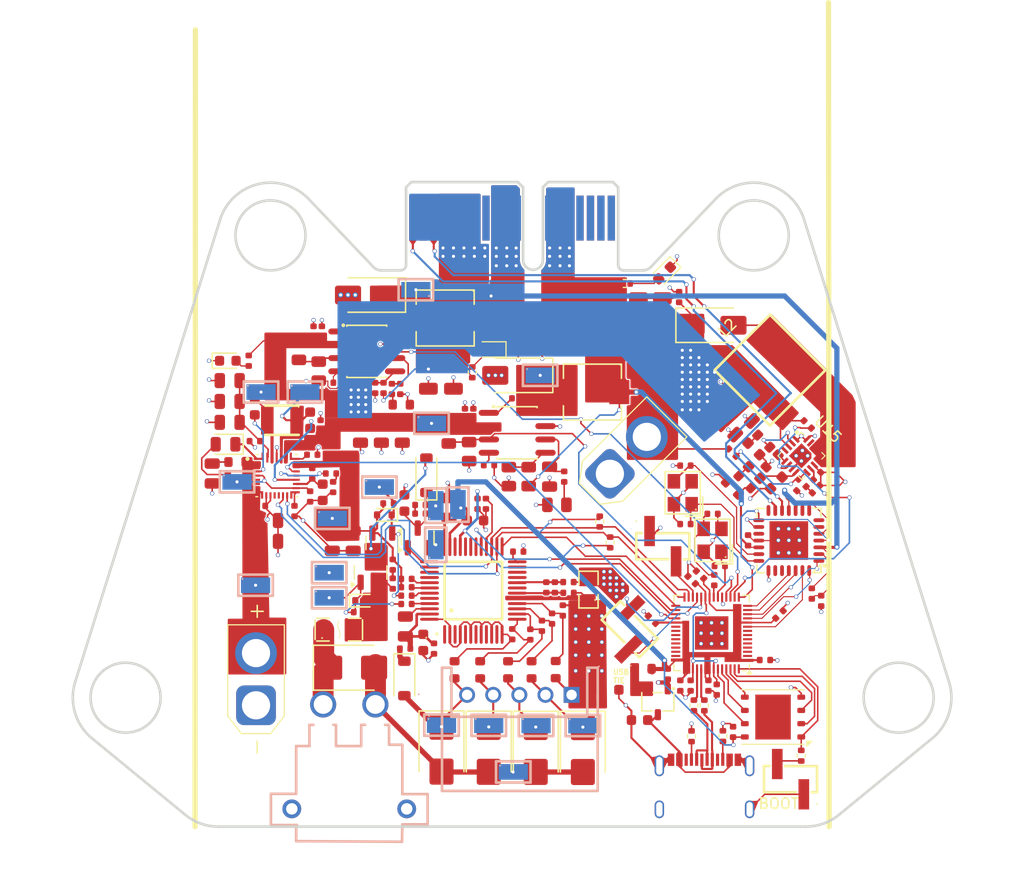
<source format=kicad_pcb>
(kicad_pcb (version 20241229) (generator "pcbnew") (generator_version "9.0")
  (layers (0 "F.Cu" signal) (4 "In1.Cu" signal) (6 "In2.Cu" signal) (2 "B.Cu" signal) (13 "F.Paste" user) (15 "B.Paste" user) (5 "F.SilkS" user "F.Silkscreen") (7 "B.SilkS" user "B.Silkscreen") (1 "F.Mask" user) (3 "B.Mask" user) (25 "Edge.Cuts" user))
  (net 0 "")
  (net 1 "+3.3V")
  (net 2 "+5V")
  (net 3 "Net-(U1-VIN)")
  (net 4 "/USB_D+")
  (net 5 "/USB_REG")
  (net 6 "/USB_D-")
  (net 7 "/XIN")
  (net 8 "/XOUT_pre")
  (net 9 "+1.1V")
  (net 10 "/MCU_REG")
  (net 11 "/OSC1")
  (net 12 "/OSC2")
  (net 13 "Net-(C19-Pad2)")
  (net 14 "/Power/StepDown5V/COMP")
  (net 15 "Net-(C21-Pad2)")
  (net 16 "/Power/StepDown3.3V/COMP")
  (net 17 "/Power/Battery/VC4")
  (net 18 "/Power/Battery/VC3")
  (net 19 "/Power/Battery/VC2")
  (net 20 "/Power/Battery/VC1")
  (net 21 "/Power/Battery/VC0")
  (net 22 "VSS")
  (net 23 "/Power/Battery/SRP")
  (net 24 "/Power/Battery/SRN")
  (net 25 "Net-(U9-REG18)")
  (net 26 "Net-(U9-BAT)")
  (net 27 "Net-(U9-CP1)")
  (net 28 "Net-(Q1-C)")
  (net 29 "Net-(Q1-E)")
  (net 30 "/Power/Battery/VBAT")
  (net 31 "Net-(C37-Pad2)")
  (net 32 "/Power/Battery/PACK+")
  (net 33 "Net-(U10-BATP)")
  (net 34 "Net-(U10-SDRV)")
  (net 35 "Net-(U10-SW1)")
  (net 36 "Net-(U10-BTST1)")
  (net 37 "Net-(U10-SW2)")
  (net 38 "Net-(U10-BTST2)")
  (net 39 "/Power/Charger/REGN")
  (net 40 "/VSYS")
  (net 41 "/Power/Charger/PMID")
  (net 42 "Net-(C48-Pad1)")
  (net 43 "/Power/Charger/VIN")
  (net 44 "Net-(U11-SS)")
  (net 45 "/Power/StepDown5V/SW")
  (net 46 "/Power/StepDown5V/BOOT")
  (net 47 "Net-(U13-SS)")
  (net 48 "/Power/StepDown3.3V/BOOT")
  (net 49 "/Power/StepDown3.3V/SW")
  (net 50 "+24V")
  (net 51 "Net-(D1-A)")
  (net 52 "Net-(D2-A)")
  (net 53 "Net-(D3-Pad2)")
  (net 54 "Net-(U8-+)")
  (net 55 "/Power/Battery/Cell4")
  (net 56 "/Power/Battery/Cell3")
  (net 57 "/Power/Battery/Cell2")
  (net 58 "/Power/Battery/Cell1")
  (net 59 "Net-(Q2-G)")
  (net 60 "Net-(D10-Pad1)")
  (net 61 "Net-(D11-Pad1)")
  (net 62 "/Power/Battery/CD")
  (net 63 "Net-(Q3-G)")
  (net 64 "Net-(D13-Pad2)")
  (net 65 "Net-(U10-STAT)")
  (net 66 "Net-(J1-CC1)")
  (net 67 "Net-(J1-CC2)")
  (net 81 "/SWCLK")
  (net 82 "/SWD")
  (net 83 "Net-(Q1-B)")
  (net 84 "/~{USB_BOOT_S}")
  (net 85 "/QSPI_SS")
  (net 86 "/XOUT")
  (net 87 "/USB_D2+")
  (net 88 "/USB_D2-")
  (net 89 "/CANRESET")
  (net 90 "/SDA1")
  (net 91 "/SCL1")
  (net 92 "/Power/StepDown5V/R2")
  (net 93 "/Power/StepDown3.3V/R2")
  (net 94 "Net-(U9-PACK)")
  (net 95 "Net-(U9-LD)")
  (net 96 "Net-(U9-HDQ)")
  (net 97 "/Power/Battery/CHG")
  (net 98 "Net-(R35-Pad2)")
  (net 99 "/Power/Battery/DSG")
  (net 100 "Net-(U10-PROG)")
  (net 101 "Net-(R40-Pad2)")
  (net 102 "Net-(U10-TS)")
  (net 103 "/EN_5V")
  (net 104 "/EN_3.3V")
  (net 105 "/EN_24V")
  (net 106 "/QSPI_SD2")
  (net 107 "/QSPI_SD3")
  (net 108 "/QSPI_SD1")
  (net 109 "/QSPI_SD0")
  (net 110 "/QSPI_SCLK")
  (net 111 "/RUN")
  (net 112 "/cantx")
  (net 113 "/CANN")
  (net 115 "/SI")
  (net 116 "/CAN_CS")
  (net 119 "/SCK")
  (net 122 "/CANP")
  (net 123 "/canrx")
  (net 125 "/SO")
  (net 127 "CANSTBY")
  (net 129 "/CANINT")
  (net 130 "/CHGINT")
  (net 137 "/BMSINT")
  (net 138 "/KILL")
  (net 153 "/Power/Battery/DEFETOFF")
  (net 166 "/RST_SHUT")
  (net 173 "Net-(U15-COMP)")
  (net 174 "Net-(C72-Pad2)")
  (net 175 "Net-(U15-SS)")
  (net 176 "Net-(C75-Pad1)")
  (net 177 "Net-(D16-Pad2)")
  (net 178 "Net-(R49-Pad1)")
  (net 179 "Net-(U15-RT)")
  (net 180 "Net-(U15-VCC)")
  (net 181 "Net-(U15-FB)")
  (net 182 "Net-(R54-Pad2)")
  (net 185 "GND")
  (footprint "PCM_JLCPCB:C_0402" (layer "F.Cu") (at 165.2 108.912492 -90)
    (property "Reference" "C11" (hide yes))
    (property "Value" "220nF")
  )
  (footprint "PCM_JLCPCB:C_0402" (layer "F.Cu") (at 162.51416 108.912492 -90)
    (property "Reference" "C17" (hide yes))
    (property "Value" "1uF")
  )
  (footprint "PCM_JLCPCB:R_0402" (layer "F.Cu") (at 133.305 80.405 -90)
    (property "Reference" "R18" (hide yes))
    (property "Value" "2.4kΩ" (hide yes))
  )
  (footprint "PCM_JLCPCB:R_0402" (layer "F.Cu") (at 136.16881 105.369914 180)
    (property "Reference" "R32" (hide yes))
    (property "Value" "100Ω" (hide yes))
  )
  (footprint "PCM_JLCPCB:D_SMA" (layer "F.Cu") (at 146.8 79.2 180)
    (property "Reference" "D14" (hide yes))
    (property "Value" "SSL54")
  )
  (footprint "PCM_JLCPCB:D_0603" (layer "F.Cu") (at 119.2 77.8)
    (property "Reference" "D3" (hide yes))
    (property "Value" "Yellow")
  )
  (footprint "PCM_JLCPCB:C_0402" (layer "F.Cu") (at 122.280888 91.7)
    (property "Reference" "C51" (hide yes))
    (property "Value" "100nF")
  )
  (footprint "PCM_JLCPCB:R_0402" (layer "F.Cu") (at 119.2 89.2 -90)
    (property "Reference" "R43" (hide yes))
    (property "Value" "2.2kΩ" (hide yes))
  )
  (footprint "4in-power:HDR-SMD_2P-P2.54-V-M-S4.8_DZ254S-11-02-50" (layer "F.Cu") (at 157.67275 103.523306 135)
    (property "Reference" "U17" (hide yes))
    (property "Value" "2P SMD 2.54P Jumper")
  )
  (footprint "PCM_JLCPCB:C_0402" (layer "F.Cu") (at 151.265 101.72 90)
    (property "Reference" "C26" (hide yes))
    (property "Value" "220nF")
  )
  (footprint "PCM_JLCPCB:C_0402" (layer "F.Cu") (at 146.425 103.99 90)
    (property "Reference" "C78" (hide yes))
    (property "Value" "220nF")
  )
  (footprint "PCM_JLCPCB:R_0402" (layer "F.Cu") (at 129.280888 89.9 -90)
    (property "Reference" "R41" (hide yes))
    (property "Value" "7.5kΩ" (hide yes))
  )
  (footprint "PCM_JLCPCB:C_0603" (layer "F.Cu") (at 127.080888 83.5 90)
    (property "Reference" "C44" (hide yes))
    (property "Value" "47nF")
  )
  (footprint "4in-power:CRYSTAL-SMD_4P-L3.2-W2.5-BL" (layer "F.Cu") (at 165.6 95 90)
    (property "Reference" "X1" (hide yes))
    (property "Value" "ABM8-272-T3")
  )
  (footprint "PCM_JLCPCB:R_0805" (layer "F.Cu") (at 150.7 91.6 180)
    (property "Reference" "R16" (hide yes))
    (property "Value" "51kΩ")
  )
  (footprint "PCM_JLCPCB:C_0402" (layer "F.Cu") (at 162.999949 87.844856 180)
    (property "Reference" "C18" (hide yes))
    (property "Value" "100nF")
  )
  (footprint "PCM_JLCPCB:R_0402" (layer "F.Cu") (at 136.29881 100.3 180)
    (property "Reference" "R37" (hide yes))
    (property "Value" "10kΩ" (hide yes))
  )
  (footprint "PCM_JLCPCB:SOIC-8_L5.0-W4.0-P1.27-LS6.0-BL" (layer "F.Cu") (at 146.9 84.7 -90)
    (property "Reference" "U11" (hide yes))
    (property "Value" "TPS54331DR")
  )
  (footprint "4in-power:HDR-SMD_2P-P2.54-V-M-S4.8_DZ254S-11-02-50" (layer "F.Cu") (at 173.06416 117.874992 180)
    (property "Reference" "U2" (hide yes))
    (property "Value" "2P SMD 2.54P Jumper")
  )
  (footprint "PCM_JLCPCB:C_0402" (layer "F.Cu") (at 149.265 103.19 90)
    (property "Reference" "C24" (hide yes))
    (property "Value" "220nF")
  )
  (footprint "PCM_JLCPCB:R_0603" (layer "F.Cu") (at 143.355 107.4 -90)
    (property "Reference" "R21" (hide yes))
    (property "Value" "20Ω")
  )
  (footprint "PCM_JLCPCB:R_0603" (layer "F.Cu") (at 170.5 85.5 135)
    (property "Reference" "R52" (hide yes))
    (property "Value" "5.1Ω")
  )
  (footprint "PCM_JLCPCB:C_0402" (layer "F.Cu") (at 163.6 98.8 135)
    (property "Reference" "C9" (hide yes))
    (property "Value" "100nF")
  )
  (footprint "PCM_JLCPCB:C_0402" (layer "F.Cu") (at 164.4 98.3 135)
    (property "Reference" "C14" (hide yes))
    (property "Value" "100nF")
  )
  (footprint "PCM_JLCPCB:R_0603" (layer "F.Cu") (at 168.7 89.4 135)
    (property "Reference" "R49" (hide yes))
    (property "Value" "470Ω")
  )
  (footprint "PCM_JLCPCB:C_0805" (layer "F.Cu") (at 168.7 82.9 -45)
    (property "Reference" "C27" (hide yes))
    (property "Value" "1uF")
  )
  (footprint "4in-power:IND-SMD_L5.4-W5.2_SLO0530H6R8MTT" (layer "F.Cu") (at 154.1 80.8 180)
    (property "Reference" "U12" (hide yes))
    (property "Value" "6.8uH")
  )
  (footprint "PCM_JLCPCB:C_0402" (layer "F.Cu") (at 129.805 79.905)
    (property "Reference" "C66" (hide yes))
    (property "Value" "10nF")
  )
  (footprint "PCM_JLCPCB:D_SMB" (layer "F.Cu") (at 139.655 115 -90)
    (property "Reference" "D5" (hide yes))
    (property "Value" "SMBJ18A")
  )
  (footprint "4in-power:TQFP-48_L7.0-W7.0-P0.50-LS9.0-TL" (layer "F.Cu") (at 142.70381 99.81 90)
    (property "Reference" "U9" (hide yes))
    (property "Value" "BQ7694202PFBR")
  )
  (footprint "PCM_JLCPCB:C_0402" (layer "F.Cu") (at 134.905 80.505 -90)
    (property "Reference" "C21" (hide yes))
    (property "Value" "1nF")
  )
  (footprint "PCM_JLCPCB:C_0805" (layer "F.Cu") (at 123.054758 95.1)
    (property "Reference" "C57" (hide yes))
    (property "Value" "10uF")
  )
  (footprint "PCM_JLCPCB:C_0805" (layer "F.Cu") (at 135.9 84.7 -90)
    (property "Reference" "C49" (hide yes))
    (property "Value" "10uF")
  )
  (footprint "PCM_JLCPCB:D_SOD-523" (layer "F.Cu") (at 134.185 92.57 180)
    (property "Reference" "D12" (hide yes))
    (property "Value" "BZX584C12")
  )
  (footprint "4in-power:IND-SMD_L3.2-W2.5-1" (layer "F.Cu") (at 124.380888 83.5 180)
    (property "Reference" "L1" (hide yes))
    (property "Value" "1uH")
  )
  (footprint "Connector_AMASS:AMASS_XT30U-F_1x02_P5.0mm_Vertical" (layer "F.Cu") (at 155.772614 88.627387 45)
    (property "Reference" "REF**" (hide yes))
    (property "Value" "AMASS_XT30U-F_1x02_P5.0mm_Vertical")
  )
  (footprint "Package_DFN_QFN:QFN-56-1EP_7x7mm_P0.4mm_EP3.2x3.2mm" (layer "F.Cu") (at 165.51416 103.874992 180)
    (property "Reference" "U6" (hide yes))
    (property "Value" "RP2040")
  )
  (footprint "Resistor_SMD:R_0402_1005Metric" (layer "F.Cu") (at 154.8 93.2 -90)
    (property "Reference" "R12" (hide yes))
    (property "Value" "5.1k")
  )
  (footprint "PCM_JLCPCB:C_0402" (layer "F.Cu") (at 121.780888 85.5 180)
    (property "Reference" "C47" (hide yes))
    (property "Value" "100nF")
  )
  (footprint "PCM_JLCPCB:R_0402" (layer "F.Cu") (at 165.76416 98.812492 -90)
    (property "Reference" "R8" (hide yes))
    (property "Value" "1kΩ" (hide yes))
  )
  (footprint "PCM_JLCPCB:C_0603" (layer "F.Cu") (at 137.905 104.780029 -90)
    (property "Reference" "C33" (hide yes))
    (property "Value" "1uF")
  )
  (footprint "PCM_JLCPCB:R_0603" (layer "F.Cu") (at 158.94416 107.299992)
    (property "Reference" "R6" (hide yes))
    (property "Value" "0Ω")
  )
  (footprint "PCM_JLCPCB:C_0402" (layer "F.Cu") (at 167.2 80.7 135)
    (property "Reference" "C74" (hide yes))
    (property "Value" "100nF")
  )
  (footprint "PCM_JLCPCB:C_0402" (layer "F.Cu") (at 127.080888 90.8 -90)
    (property "Reference" "C45" (hide yes))
    (property "Value" "4.7uF")
  )
  (footprint "4in-power:WQFN-16_L3.0-W3.0-P0.50-TL-EP1.7" (layer "F.Cu") (at 174.109055 86.903939 -45)
    (property "Reference" "U15")
    (property "Value" "LM5157RTER")
  )
  (footprint "PCM_JLCPCB:R_0402" (layer "F.Cu") (at 121.2 77.8 -90)
    (property "Reference" "R5" (hide yes))
    (property "Value" "10kΩ" (hide yes))
  )
  (footprint "PCM_JLCPCB:D_SMA" (layer "F.Cu") (at 165.6 74.4)
    (property "Reference" "D16" (hide yes))
    (property "Value" "SS54")
  )
  (footprint "PCM_JLCPCB:R_0805" (layer "F.Cu") (at 127.905 78.795 -90)
    (property "Reference" "R48" (hide yes))
    (property "Value" "100kΩ")
  )
  (footprint "PCM_JLCPCB:C_0402" (layer "F.Cu") (at 166 109.3 -90)
    (property "Reference" "C8" (hide yes))
    (property "Value" "100nF")
  )
  (footprint "PCM_JLCPCB:C_0402" (layer "F.Cu") (at 134.985 97.33 90)
    (property "Reference" "C38" (hide yes))
    (property "Value" "100nF")
  )
  (footprint "PCM_JLCPCB:C_0402" (layer "F.Cu") (at 141.9 82.9 90)
    (property "Reference" "C58" (hide yes))
    (property "Value" "4.7uF")
  )
  (footprint "Resistor_SMD:R_0402_1005Metric" (layer "F.Cu") (at 163.81416 110.812492 90)
    (property "Reference" "R10" (hide yes))
    (property "Value" "27")
  )
  (footprint "Package_TO_SOT_SMD:SOT-23" (layer "F.Cu") (at 132.865 98.0825 90)
    (property "Reference" "Q2" (hide yes))
    (property "Value" "AO3400A")
  )
  (footprint "PCM_JLCPCB:R_0805" (layer "F.Cu") (at 140.351003 84.816002 -90)
    (property "Reference" "R45" (hide yes))
    (property "Value" "330kΩ")
  )
  (footprint "PCM_JLCPCB:C_0402" (layer "F.Cu") (at 128.080888 84 90)
    (property "Reference" "C46" (hide yes))
    (property "Value" "100nF")
  )
  (footprint "PCM_JLCPCB:R_0603" (layer "F.Cu") (at 146.025 107.4 -90)
    (property "Reference" "R22" (hide yes))
    (property "Value" "20Ω")
  )
  (footprint "PCM_JLCPCB:D_SOD-123" (layer "F.Cu") (at 136.09881 108.23 -90)
    (property "Reference" "D10" (hide yes))
    (property "Value" "BAT46W")
  )
  (footprint "4in-power:IND-SMD_L5.4-W5.2_SLO0530H6R8MTT" (layer "F.Cu") (at 140.005 73.705 180)
    (property "Reference" "U14" (hide yes))
    (property "Value" "6.8uH")
  )
  (footprint "PCM_JLCPCB:C_1206" (layer "F.Cu") (at 138.4 79 -90)
    (property "Reference" "C68" (hide yes))
    (property "Value" "47uF")
  )
  (footprint "Connector_USB:USB_C_Receptacle_Palconn_UTC16-G" (layer "F.Cu") (at 164.826978 118.524992)
    (property "Reference" "J1" (hide yes))
    (property "Value" "USB_C_Receptacle_USB2.0_16P" (hide yes))
  )
  (footprint "PCM_JLCPCB:C_0805" (layer "F.Cu") (at 136.19881 103.25 -90)
    (property "Reference" "C31" (hide yes))
    (property "Value" "470nF")
  )
  (footprint "PCM_JLCPCB:C_0402" (layer "F.Cu") (at 144.2 87.8)
    (property "Reference" "C60" (hide yes))
    (property "Value" "10nF")
  )
  (footprint "PCM_JLCPCB:C_0805" (layer "F.Cu") (at 131.9 84.7 -90)
    (property "Reference" "C52" (hide yes))
    (property "Value" "10uF")
  )
  (footprint "PCM_JLCPCB:C_0805" (layer "F.Cu") (at 119.380888 79.7 180)
    (property "Reference" "C53" (hide yes))
    (property "Value" "10uF")
  )
  (footprint "PCM_JLCPCB:C_0402" (layer "F.Cu") (at 135.705 80.505 -90)
    (property "Reference" "C22" (hide yes))
    (property "Value" "47pF")
  )
  (footprint "PCM_JLCPCB:C_0402" (layer "F.Cu") (at 169 95 90)
    (property "Reference" "C13" (hide yes))
    (property "Value" "100nF")
  )
  (footprint "PCM_JLCPCB:R_0603" (layer "F.Cu") (at 140.905 107.4 -90)
    (property "Reference" "R20" (hide yes))
    (property "Value" "20Ω")
  )
  (footprint "Package_TO_SOT_SMD:SOT-23" (layer "F.Cu") (at 133.985 95.2475 -90)
    (property "Reference" "Q3" (hide yes))
    (property "Value" "AO3400A")
  )
  (footprint "PCM_JLCPCB:C_0402" (layer "F.Cu") (at 138.935 105.369914 -90)
    (property "Reference" "C32" (hide yes))
    (property "Value" "100pF")
  )
  (footprint "PCM_JLCPCB:R_0805" (layer "F.Cu") (at 126.005 76.805 -90)
    (property "Reference" "R47" (hide yes))
    (property "Value" "330kΩ")
  )
  (footprint "PCM_JLCPCB:C_0402" (layer "F.Cu") (at 134.985 99.14 90)
    (property "Reference" "C37" (hide yes))
    (property "Value" "100nF")
  )
  (footprint "PCM_JLCPCB:R_0402" (layer "F.Cu") (at 136.29881 98.69 180)
    (property "Reference" "R29" (hide yes))
    (property "Value" "10kΩ" (hide yes))
  )
  (footprint "LED_SMD:LED_0603_1608Metric" (layer "F.Cu") (at 161 69.4 -135)
    (property "Reference" "D2" (hide yes))
    (property "Value" "LED")
  )
  (footprint "PCM_JLCPCB:R_0402" (layer "F.Cu") (at 131.755 101.88)
    (property "Reference" "R33" (hide yes))
    (property "Value" "10MΩ" (hide yes))
  )
  (footprint "PCM_JLCPCB:C_0402" (layer "F.Cu") (at 173.3 90.6 45)
    (property "Reference" "C6" (hide yes))
    (property "Value" "100nF")
  )
  (footprint "PCM_JLCPCB:R_0402" (layer "F.Cu") (at 136.29881 99.49 180)
    (property "Reference" "R28" (hide yes))
    (property "Value" "10kΩ" (hide yes))
  )
  (footprint "4in-power:R0805" (layer "F.Cu") (at 153.725 99.72 90)
    (property "Reference" "R26" (hide yes))
    (property "Value" "5mΩ")
  )
  (footprint "PCM_JLCPCB:R_0805" (layer "F.Cu") (at 146.1 88.9 -90)
    (property "Reference" "R15" (hide yes))
    (property "Value" "1.2kΩ")
  )
  (footprint "PCM_JLCPCB:R_0402" (layer "F.Cu") (at 127.280888 88.6 -90)
    (property "Reference" "R39" (hide yes))
    (property "Value" "100Ω" (hide yes))
  )
  (footprint "PCM_JLCPCB:R_0603" (layer "F.Cu") (at 135.805 82.005)
    (property "Reference" "R19" (hide yes))
    (property "Value" "30kΩ")
  )
  (footprint "PCM_JLCPCB:C_0805" (layer "F.Cu") (at 131.2 95.05 -90)
    (property "Reference" "C42" (hide yes))
    (property "Value" "10uF")
  )
  (footprint "PCM_JLCPCB:R_0603" (layer "F.Cu") (at 148.275 107.4 -90)
    (property "Reference" "R23" (hide yes))
    (property "Value" "20Ω")
  )
  (footprint "PCM_JLCPCB:R_0402" (layer "F.Cu") (at 167.5 86.6 -45)
    (property "Reference" "R53" (hide yes))
    (property "Value" "47kΩ" (hide yes))
  )
  (footprint "PCM_JLCPCB:C_0603" (layer "F.Cu") (at 169.6 88.5 135)
    (property "Reference" "C72" (hide yes))
    (property "Value" "8.2nF")
  )
  (footprint "PCM_JLCPCB:C_0402" (layer "F.Cu") (at 127.280888 86.8)
    (property "Reference" "C41" (hide yes))
    (property "Value" "1nF")
  )
  (footprint "PCM_JLCPCB:D_0805" (layer "F.Cu") (at 118.980888 85.8 180)
    (property "Reference" "D13" (hide yes))
    (property "Value" "Green")
  )
  (footprint "PCM_JLCPCB:C_0402" (layer "F.Cu") (at 148.155 104.02 90)
    (property "Reference" "C23" (hide yes))
    (property "Value" "220nF")
  )
  (footprint "PCM_JLCPCB:R_0402" (layer "F.Cu") (at 136.29881 101.1)
    (property "Reference" "R34" (hide yes))
    (property "Value" "10kΩ" (hide yes))
  )
  (footprint "Resistor_SMD:R_0402_1005Metric" (layer "F.Cu") (at 174.08916 115.624992 -90)
    (property "Reference" "R7" (hide yes))
    (property "Value" "1k")
  )
  (footprint "PCM_JLCPCB:R_0603" (layer "F.Cu") (at 171.3 87.4 -135)
    (property "Reference" "R51" (hide yes))
    (property "Value" "9.1kΩ")
  )
  (footprint "PCM_JLCPCB:C_0402" (layer "F.Cu") (at 163.5 108.912492 -90)
    (property "Reference" "C10" (hide yes))
    (property "Value" "1uF")
  )
  (footprint "PCM_JLCPCB:R_0603" (layer "F.Cu") (at 167.5 90 -45)
    (property "Reference" "R50" (hide yes))
    (property "Value" "470Ω")
  )
  (footprint "PCM_JLCPCB:R_0402" (layer "F.Cu") (at 143.905 91.5 -90)
    (property "Reference" "R30" (hide yes))
    (property "Value" "10kΩ" (hide yes))
  )
  (footprint "PCM_JLCPCB:C_0805" (layer "F.Cu") (at 129.2 95.05 -90)
    (property "Reference" "C40" (hide yes))
    (property "Value" "10uF")
  )
  (footprint "PCM_JLCPCB:C_1206" (layer "F.Cu") (at 160.8 73.3 90)
    (property "Reference" "C79" (hide yes))
    (property "Value" "4.7uF")
  )
  (footprint "PCM_JLCPCB:R_0402" (layer "F.Cu") (at 134.105 80.405 90)
    (property "Reference" "R17" (hide yes))
    (property "Value" "7.5kΩ" (hide yes))
  )
  (footprint "PCM_JLCPCB:R_0402" (layer "F.Cu") (at 174.2 89.5 -45)
    (property "Reference" "R54" (hide yes))
    (property "Value" "2kΩ" (hide yes))
  )
  (footprint "4in-power:HDR-SMD_2P-P2.54-V-M-S4.8_DZ254S-11-02-50" (layer "F.Cu") (at 160.83916 95.562492)
    (property "Reference" "U4" (hide yes))
    (property "Value" "2P SMD 2.54P Jumper")
  )
  (footprint "PCM_JLCPCB:C_1206" (layer "F.Cu") (at 158.5 73.3 90)
    (property "Reference" "C80" (hide yes))
    (property "Value" "4.7uF")
  )
  (footprint "PCM_JLCPCB:C_0402" (layer "F.Cu") (at 149.685 99.51 90)
    (property "Reference" "C28" (hide yes))
    (property "Value" "100pF")
  )
  (footprint "PCM_JLCPCB:C_1206" (layer "F.Cu") (at 147 75.1 -90)
    (property "Reference" "C62" (hide yes))
    (property "Value" "47uF")
  )
  (footprint "PCM_JLCPCB:C_0402" (layer "F.Cu") (at 170.61416 106.462492)
    (property "Reference" "C76" (hide yes))
    (property "Value" "100nF")
  )
  (footprint "PCM_JLCPCB:Q_SOT-23" (layer "F.Cu") (at 137.37881 94.77 90)
    (property "Reference" "Q1" (hide yes))
    (property "Value" "FMMT493")
  )
  (footprint "PCM_JLCPCB:R_0402" (layer "F.Cu") (at 129.080888 88.6)
    (property "Reference" "R40" (hide yes))
    (property "Value" "10kΩ" (hide yes))
  )
  (footprint "PCM_JLCPCB:C_0805" (layer "F.Cu") (at 119.380888 81.7 180)
    (property "Reference" "C50" (hide yes))
    (property "Value" "10uF")
  )
  (footprint "PCM_JLCPCB:C_0402" (layer "F.Cu") (at 132.705 73.805)
    (property "Reference" "C67" (hide yes))
    (property "Value" "100nF")
  )
  (footprint "PCM_JLCPCB:R_0603" (layer "F.Cu") (at 120.080888 87.5 180)
    (property "Reference" "R44" (hide yes))
    (property "Value" "2Ω")
  )
  (footprint "PCM_JLCPCB:C_0402" (layer "F.Cu") (at 142.7 82.9 90)
    (property "Reference" "C59" (hide yes))
    (property "Value" "4.7uF")
  )
  (footprint "PCM_JLCPCB:C_0603" (layer "F.Cu") (at 142.905 93.1)
    (property "Reference" "C34" (hide yes))
    (property "Value" "1uF")
  )
  (footprint "4in-power:QFN-28_L6.0-W6.0-P0.65-BL-EP3.7" (layer "F.Cu") (at 172.900025 95.022428 90)
    (property "Reference" "U5" (hide yes))
    (property "Value" "MCP25625T-E/ML")
  )
  (footprint "Resistor_SMD:R_0402_1005Metric" (layer "F.Cu") (at 155.8 95.2 -90)
    (property "Reference" "R13" (hide yes))
    (property "Value" "5.1k")
  )
  (footprint "PCM_JLCPCB:R_0402" (layer "F.Cu") (at 174.7 83.9 -45)
    (property "Reference" "R56" (hide yes))
    (property "Value" "10kΩ" (hide yes))
  )
  (footprint "PCM_JLCPCB:C_1206" (layer "F.Cu") (at 140.8 79 -90)
    (property "Reference" "C69" (hide yes))
    (property "Value" "47uF")
  )
  (footprint "PCM_JLCPCB:C_0805" (layer "F.Cu") (at 133.9 84.7 -90)
    (property "Reference" "C55" (hide yes))
    (property "Value" "10uF")
  )
  (footprint "PCM_JLCPCB:C_0402" (layer "F.Cu") (at 161.31416 107.812492 -90)
    (property "Reference" "C12" (hide yes))
    (property "Value" "220nF")
  )
  (footprint "PCM_JLCPCB:C_0402" (layer "F.Cu") (at 167.56416 113.349992 90)
    (property "Reference" "C5" (hide yes))
    (property "Value" "100nF")
  )
  (footprint "PCM_JLCPCB:C_0402" (layer "F.Cu") (at 162.4 71.7 90)
    (property "Reference" "C81" (hide yes))
    (property "Value" "100nF")
  )
  (footprint "PCM_JLCPCB:C_0402" (layer "F.Cu") (at 175.6 88.844486 -135)
    (property "Reference" "C73" (hide yes))
    (property "Value" "10nF")
  )
  (footprint "PCM_JLCPCB:C_0402" (layer "F.Cu") (at 162.999822 93.444856 180)
    (property "Reference" "C16" (hide yes))
    (property "Value" "100nF")
  )
  (footprint "PCM_JLCPCB:R_0402" (layer "F.Cu") (at 137.62881 92.44 180)
    (property "Reference" "R35" (hide yes))
    (property "Value" "100Ω" (hide yes))
  )
  (footprint "PCM_JLCPCB:C_0402" (layer "F.Cu") (at 151.4 88.9 -90)
    (property "Reference" "C19" (hide yes))
    (property "Value" "4.7nF")
  )
  (footprint "PCM_JLCPCB:R_0402" (layer "F.Cu") (at 151.805 99)
    (property "Reference" "R27" (hide yes))
    (property "Value" "100Ω" (hide yes))
  )
  (footprint "PCM_JLCPCB:C_0402" (layer "F.Cu") (at 150.235 102.5 90)
    (property "Reference" "C25" (hide yes))
    (property "Value" "220nF")
  )
  (footprint "PCM_JLCPCB:C_0805" (layer "F.Cu") (at 150 88.9 -90)
    (property "Reference" "C20" (hide yes))
    (property "Value" "33pF")
  )
  (footprint "Package_SON:WSON-8-1EP_6x5mm_P1.27mm_EP3.4x4.3mm" (layer "F.Cu") (at 171.38916 111.924992 180)
    (property "Reference" "U3" (hide yes))
    (property "Value" "W25Q128JVP")
  )
  (footprint "4in-power:F1206" (layer "F.Cu") (at 129.825 103.55381)
    (property "Reference" "F1" (hide yes))
    (property "Value" "0501015_WR")
  )
  (footprint "PCM_JLCPCB:R_0805" (layer "F.Cu") (at 148 88.9 90)
    (property "Reference" "R14" (hide yes))
    (property "Value" "6.2kΩ")
  )
  (footprint "LED_SMD:LED_0603_1608Metric" (layer "F.Cu") (at 144.344905 76.718537 180)
    (property "Reference" "D1" (hide yes))
    (property "Value" "LED")
  )
  (footprint "PCM_JLCPCB:R_0402" (layer "F.Cu") (at 134.575 91.46)
    (property "Reference" "R38" (hide yes))
    (property "Value" "10MΩ" (hide yes))
  )
  (footprint "Resistor_SMD:R_0402_1005Metric" (layer "F.Cu") (at 163.58916 113.764992 -90)
    (property "Reference" "R1" (hide yes))
    (property "Value" "5.1k")
  )
  (footprint "Resistor_SMD:R_0402_1005Metric" (layer "F.Cu") (at 142.6 78.91 90)
    (property "Reference" "R3" (hide yes))
    (property "Value" "1k")
  )
  (footprint "PCM_JLCPCB:R_0805" (layer "F.Cu") (at 142.3 86.5 -90)
    (property "Reference" "R46" (hide yes))
    (property "Value" "100kΩ")
  )
  (footprint "PCM_JLCPCB:C_0402" (layer "F.Cu") (at 159.8 102.6 135)
    (property "Reference" "C15" (hide yes))
    (property "Value" "100nF")
  )
  (footprint "PCM_JLCPCB:C_0805" (layer "F.Cu") (at 117.704758 88.6 -90)
    (property "Reference" "C48" (hide yes))
    (property "Value" "2.2uF")
  )
  (footprint "PCM_JLCPCB:R_0603" (layer "F.Cu") (at 150.584873 107.38 -90)
    (property "Reference" "R24" (hide yes))
    (property "Value" "20Ω")
  )
  (footprint "Resistor_SMD:R_0402_1005Metric" (layer "F.Cu") (at 157.2 70.4)
    (property "Reference" "R4" (hide yes))
    (property "Value" "1k")
  )
  (footprint "PCM_JLCPCB:R_0402" (layer "F.Cu") (at 137.62881 91.61)
    (property "Reference" "R36" (hide yes))
    (property "Value" "100Ω" (hide yes))
  )
  (footprint "PCM_JLCPCB:C_0603" (layer "F.Cu") (at 121.780888 82.2 90)
    (property "Reference" "C43" (hide yes))
    (property "Value" "47nF")
  )
  (footprint "PCM_JLCPCB:R_0402" (layer "F.Cu") (at 175.1 100.1 90)
    (property "Reference" "R11" (hide yes))
    (property "Value" "10kΩ" (hide yes))
  )
  (footprint "PCM_JLCPCB:D_SMA" (layer "F.Cu") (at 132.705 71.505 180)
    (property "Reference" "D15" (hide yes))
    (property "Value" "SSL54")
  )
  (footprint "PCM_JLCPCB:C_0603" (layer "F.Cu") (at 157.41416 109.312492 180)
    (property "Reference" "C2" (hide yes))
    (property "Value" "1uF")
  )
  (footprint "PCM_JLCPCB:C_0402" (layer "F.Cu") (at 176 100.8 -90)
    (property "Reference" "C7" (hide yes))
    (property "Value" "100nF")
  )
  (footprint "PCM_JLCPCB:D_SOD-123" (layer "F.Cu") (at 138.20881 88.77 90)
    (property "Reference" "D11" (hide yes))
    (property "Value" "BAT46W")
  )
  (footprint "PCM_JLCPCB:C_0402" (layer "F.Cu") (at 166.28916 97.462492)
    (property "Reference" "C3" (hide yes))
    (property "Value" "15pF")
  )
  (footprint "PCM_JLCPCB:C_1206" (layer "F.Cu") (at 149.3 75.1 -90)
    (property "Reference" "C63" (hide yes))
    (property "Value" "47uF")
  )
  (footprint "Resistor_SMD:R_0402_1005Metric" (layer "F.Cu") (at 164.81416 110.812492 90)
    (property "Reference" "R9" (hide yes))
    (property "Value" "27")
  )
  (footprint "PCM_JLCPCB:C_0805" (layer "F.Cu") (at 140.375 91.9 90)
    (property "Reference" "C35" (hide yes))
    (property "Value" "22uF")
  )
  (footprint "PCM_JLCPCB:C_0402" (layer "F.Cu") (at 165.6 92.462492 180)
    (property "Reference" "C4" (hide yes))
    (property "Value" "15pF")
  )
  (footprint "PCM_JLCPCB:C_0402" (layer "F.Cu") (at 127.405 75.005 90)
    (property "Reference" "C64" (hide yes))
    (property "Value" "4.7uF")
  )
  (footprint "4in-power:IND-SMD_L7.5-W7.5_XAL7030" (layer "F.Cu") (at 171.1 78.7 45)
    (property "Reference" "L2")
    (property "Value" "2.7uH")
  )
  (footprint "PCM_JLCPCB:C_0805" (layer "F.Cu") (at 119.380888 83.7 180)
    (property "Reference" "C56" (hide yes))
    (property "Value" "10uF")
  )
  (footprint "PCM_JLCPCB:C_0805" (layer "F.Cu") (at 167.1 84.2 -45)
    (property "Reference" "C70" (hide yes))
    (property "Value" "1uF")
  )
  (footprint "PCM_JLCPCB:D_SMB" (layer "F.Cu") (at 131.05 107.2)
    (property "Reference" "D4" (hide yes))
    (property "Value" "SMBJ18A")
  )
  (footprint "PCM_JLCPCB:C_0402" (layer "F.Cu") (at 172 102.1 45)
    (property "Reference" "C77" (hide yes))
    (property "Value" "100nF")
  )
  (footprint "PCM_JLCPCB:R_0402" (layer "F.Cu") (at 151.815 100.03)
    (property "Reference" "R25" (hide yes))
    (property "Value" "100Ω" (hide yes))
  )
  (footprint "PCM_JLCPCB:R_0402" (layer "F.Cu") (at 125.580888 92.2 -90)
    (property "Reference" "R42" (hide yes))
    (property "Value" "10kΩ" (hide yes))
  )
  (footprint "PCM_JLCPCB:C_0402" (layer "F.Cu") (at 146.99881 96.08)
    (property "Reference" "C30" (hide yes))
    (property "Value" "2.2uF")
  )
  (footprint "Resistor_SMD:R_0402_1005Metric" (layer "F.Cu") (at 166.58916 113.749992 90)
    (property "Reference" "R2" (hide yes))
    (property "Value" "5.1k")
  )
  (footprint "4in-power:IC_BQ25672RQMR" (layer "F.Cu") (at 123.880888 88.8)
    (property "Reference" "U10" (hide yes))
    (property "Value" "BQ25672RQMR")
  )
  (footprint "PCM_JLCPCB:SOT-23-3_L2.9-W1.6-P1.90-LS2.8-BR" (layer "F.Cu") (at 160.36416 110.462492 90)
    (property "Reference" "U1" (hide yes))
    (property "Value" "XC6206P332MR")
  )
  (footprint "PCM_JLCPCB:SOIC-8_L5.0-W4.0-P1.27-LS6.0-BL" (layer "F.Cu") (at 132.505 76.905 -90)
    (property "Reference" "U13" (hide yes))
    (property "Value" "TPS54331DR")
  )
  (footprint "Connector_AMASS:AMASS_XT30U-F_1x02_P5.0mm_Vertical" (layer "F.Cu") (at 121.9 110.8 90)
    (property "Reference" "REF**" (hide yes))
    (property "Value" "AMASS_XT30U-F_1x02_P5.0mm_Vertical")
  )
  (footprint "PCM_JLCPCB:C_0603" (layer "F.Cu") (at 171.7 89.5 45)
    (property "Reference" "C71" (hide yes))
    (property "Value" "330pF")
  )
  (footprint "PCM_JLCPCB:C_0402" (layer "F.Cu") (at 146.9 81.4)
    (property "Reference" "C61" (hide yes))
    (property "Value" "100nF")
  )
  (footprint "PCM_JLCPCB:C_0603" (layer "F.Cu") (at 169.548457 86.248457 -45)
    (property "Reference" "C75" (hide yes))
    (property "Value" "1uF")
  )
  (footprint "PCM_JLCPCB:C_0603" (layer "F.Cu") (at 136.105 91.43 90)
    (property "Reference" "C36" (hide yes))
    (property "Value" "1uF")
  )
  (footprint "PCM_JLCPCB:C_0402" (layer "F.Cu") (at 128.205 75.005 90)
    (property "Reference" "C65" (hide yes))
    (property "Value" "4.7uF")
  )
  (footprint "PCM_JLCPCB:D_SOD-523" (layer "F.Cu") (at 132.105 100.78)
    (property "Reference" "D9" (hide yes))
    (property "Value" "BZX584C12")
  )
  (footprint "PCM_JLCPCB:D_SMB" (layer "F.Cu") (at 144.175 115.02 -90)
    (property "Reference" "D6" (hide yes))
    (property "Value" "SMBJ18A")
  )
  (footprint "PCM_JLCPCB:D_SMB" (layer "F.Cu") (at 153.185 115.04 -90)
    (property "Reference" "D8" (hide yes))
    (property "Value" "SMBJ18A")
  )
  (footprint "PCM_JLCPCB:C_0805" (layer "F.Cu") (at 123.054758 93.1)
    (property "Reference" "C54" (hide yes))
    (property "Value" "10uF")
  )
  (footprint "PCM_JLCPCB:C_0603" (layer "F.Cu") (at 158.61416 112.212492 180)
    (property "Reference" "C1" (hide yes))
    (property "Value" "1uF")
  )
  (footprint "PCM_JLCPCB:R_0402" (layer "F.Cu") (at 143.105 91.5 -90)
    (property "Reference" "R31" (hide yes))
    (property "Value" "10kΩ" (hide yes))
  )
  (footprint "PCM_JLCPCB:R_0402" (layer "F.Cu") (at 175.5 90.1 45)
    (property "Reference" "R55" (hide yes))
    (property "Value" "47Ω" (hide yes))
  )
  (footprint "PCM_JLCPCB:D_SMB" (layer "F.Cu") (at 148.675 115.03 -90)
    (property "Reference" "D7" (hide yes))
    (property "Value" "SMBJ18A")
  )
  (footprint "PCM_JLCPCB:C_0603" (layer "F.Cu") (at 128.280888 90.4 -90)
    (property "Reference" "C39" (hide yes))
    (property "Value" "47nF")
  )
  (footprint "4in-power:CRYSTAL-SMD_4P-L3.2-W2.5-BL" (layer "F.Cu") (at 162.749936 90.44478 90)
    (property "Reference" "Y1" (hide yes))
    (property "Value" "X322516MLB4SI")
  )
  (footprint "PCM_JLCPCB:C_0402" (layer "F.Cu") (at 150.505 99.51 90)
    (property "Reference" "C29" (hide yes))
    (property "Value" "100nF")
  )
  (footprint "4in-power:SMD_RH-5015" (layer "B.Cu") (at 139.105 95.42 -90)
    (property "Reference" "TP9" (hide yes))
    (property "Value" "RH-5015")
  )
  (footprint "4in-power:SMD_RH-5015" (layer "B.Cu") (at 128.905 98.1 180)
    (property "Reference" "TP2" (hide yes))
    (property "Value" "RH-5015")
  )
  (footprint "4in-power:SMD_RH-5015" (layer "B.Cu") (at 133.705 89.9 180)
    (property "Reference" "TP11" (hide yes))
    (property "Value" "RH-5015")
  )
  (footprint "4in-power:SMD_RH-5015" (layer "B.Cu") (at 129.2 92.9 180)
    (property "Reference" "TP12" (hide yes))
    (property "Value" "RH-5015")
  )
  (footprint "4in-power:SMD_RH-5015" (layer "B.Cu") (at 141.225 91.57381 -90)
    (property "Reference" "TP8" (hide yes))
    (property "Value" "RH-5015")
  )
  (footprint "Connector_PCBEdge:BUS_PCIexpress_x1" (layer "B.Cu") (at 136.913 64.138595)
    (property "Reference" "J2" (hide yes))
    (property "Value" "Bus_PCI_Express_x1" (hide yes))
    (fp_line (start -0.65 -2.95) (end -0.65 4.506267) (stroke (width 0.25)) (layer "Edge.Cuts"))
    (fp_line (start -0.15 -3.45) (end -0.65 -2.95) (stroke (width 0.25)) (layer "Edge.Cuts"))
    (fp_line (start 10.05 -3.45) (end -0.15 -3.45) (stroke (width 0.25)) (layer "Edge.Cuts"))
    (fp_line (start 10.05 -3.45) (end 10.55 -2.95) (stroke (width 0.25)) (layer "Edge.Cuts"))
    (fp_line (start 10.55 -2.95) (end 10.55 4) (stroke (width 0.25)) (layer "Edge.Cuts"))
    (fp_line (start 12.45 -2.95) (end 12.45 4) (stroke (width 0.25)) (layer "Edge.Cuts"))
    (fp_line (start 12.95 -3.45) (end 12.45 -2.95) (stroke (width 0.25)) (layer "Edge.Cuts"))
    (fp_line (start 19.15 -3.45) (end 12.95 -3.45) (stroke (width 0.25)) (layer "Edge.Cuts"))
    (fp_line (start 19.15 -3.45) (end 19.65 -2.95) (stroke (width 0.25)) (layer "Edge.Cuts"))
    (fp_line (start 19.65 4.506267) (end 19.65 -2.95) (stroke (width 0.25)) (layer "Edge.Cuts"))
    (fp_arc (start 12.45 4) (mid 11.5 4.95) (end 10.55 4) (stroke (width 0.25)) (layer "Edge.Cuts"))
  )
  (footprint "4in-power:SMD_RH-5015" (layer "B.Cu") (at 148.705 112.73 180)
    (property "Reference" "TP5" (hide yes))
    (property "Value" "RH-5015")
  )
  (footprint "4in-power:SMD_RH-5015" (layer "B.Cu") (at 149.1 79.2 180)
    (property "Reference" "TP18" (hide yes))
    (property "Value" "RH-5015")
  )
  (footprint "4in-power:SMD_RH-5015" (layer "B.Cu") (at 137.2 71)
    (property "Reference" "TP19" (hide yes))
    (property "Value" "RH-5015")
  )
  (footprint "4in-power:SMD_RH-5015" (layer "B.Cu") (at 139.655 112.7 180)
    (property "Reference" "TP3" (hide yes))
    (property "Value" "RH-5015")
  )
  (footprint "4in-power:SMD_RH-5015" (layer "B.Cu") (at 128.905 100.5 180)
    (property "Reference" "TP10" (hide yes))
    (property "Value" "RH-5015")
  )
  (footprint "4in-power:CONN-TH_5P-P2.50_S5B-XH-A-LF-SN" (layer "B.Cu") (at 147.104873 109.8 180)
    (property "Reference" "U7" (hide yes))
    (property "Value" "S5B-XH-A(LF)(SN)")
  )
  (footprint "4in-power:CONN-TH_XT30PW-M" (layer "B.Cu") (at 130.825 115.72 180)
    (property "Reference" "U8" (hide yes))
    (property "Value" "XT30PW-M")
  )
  (footprint "4in-power:SMD_RH-5015" (layer "B.Cu") (at 122.380889 80.8 180)
    (property "Reference" "TP13" (hide yes))
    (property "Value" "RH-5015")
  )
  (footprint "4in-power:SMD_RH-5015" (layer "B.Cu") (at 120.080888 89.4 180)
    (property "Reference" "TP15" (hide yes))
    (property "Value" "RH-5015")
  )
  (footprint "4in-power:SMD_RH-5015" (layer "B.Cu") (at 153.185 112.74 180)
    (property "Reference" "TP6" (hide yes))
    (property "Value" "RH-5015")
  )
  (footprint "4in-power:SMD_RH-5015" (layer "B.Cu") (at 146.525 117.18 180)
    (property "Reference" "TP7" (hide yes))
    (property "Value" "RH-5015")
  )
  (footprint "4in-power:SMD_RH-5015" (layer "B.Cu") (at 144.175 112.72 180)
    (property "Reference" "TP4" (hide yes))
    (property "Value" "RH-5015")
  )
  (footprint "4in-power:SMD_RH-5015" (layer "B.Cu") (at 139.105 91.68 -90)
    (property "Reference" "TP1" (hide yes))
    (property "Value" "RH-5015")
  )
  (footprint "4in-power:SMD_RH-5015" (layer "B.Cu") (at 138.7 83.8 180)
    (property "Reference" "TP16" (hide yes))
    (property "Value" "RH-5015")
  )
  (footprint "4in-power:SMD_RH-5015" (layer "B.Cu") (at 126.580888 80.8 180)
    (property "Reference" "TP14" (hide yes))
    (property "Value" "RH-5015")
  )
  (footprint "4in-power:SMD_RH-5015" (layer "B.Cu") (at 121.857119 99.300749 180)
    (property "Reference" "TP17" (hide yes))
    (property "Value" "RH-5015")
  )
  (gr_line (start 176.761588 122.419976) (end 176.7 43.5) (stroke (width 0.5)) (layer "F.SilkS"))
  (gr_line (start 116.064072 122.419976) (end 116.1 46.1) (stroke (width 0.5)) (layer "F.SilkS"))
  (gr_line (start 159.678146 68.835513) (end 165.883818 62.312636) (stroke (width 0.25)) (layer "Edge.Cuts"))
  (gr_line (start 133.143972 68.831791) (end 126.941843 62.312637) (stroke (width 0.25)) (layer "Edge.Cuts"))
  (gr_line (start 174.511605 122.419976) (end 118.31403 122.419976) (stroke (width 0.25)) (layer "Edge.Cuts"))
  (gr_circle (center 183.413305 110.068595) (end 180.063305 110.068595) (stroke (width 0.25)) (fill no) (layer "Edge.Cuts"))
  (gr_arc (start 159.678146 68.835513) (mid 159.347804 69.065283) (end 158.95364 69.146243) (stroke (width 0.25)) (layer "Edge.Cuts"))
  (gr_arc (start 188.23235 108.558858) (mid 188.252259 111.513246) (end 186.615928 113.973169) (stroke (width 0.25)) (layer "Edge.Cuts"))
  (gr_line (start 133.87203 69.146243) (end 135.755183 69.146243) (stroke (width 0.25)) (layer "Edge.Cuts"))
  (gr_arc (start 118.31403 122.419976) (mid 116.613396 122.125003) (end 115.111431 121.274551) (stroke (width 0.25)) (layer "Edge.Cuts"))
  (gr_line (start 158.95364 69.146243) (end 157.070478 69.146243) (stroke (width 0.25)) (layer "Edge.Cuts"))
  (gr_line (start 186.615928 113.973169) (end 177.714231 121.274549) (stroke (width 0.25)) (layer "Edge.Cuts"))
  (gr_arc (start 133.87203 69.146243) (mid 133.475493 69.064276) (end 133.143972 68.831791) (stroke (width 0.25)) (layer "Edge.Cuts"))
  (gr_arc (start 165.883818 62.312636) (mid 170.686206 60.874603) (end 174.361605 64.283721) (stroke (width 0.25)) (layer "Edge.Cuts"))
  (gr_arc (start 118.464055 64.28372) (mid 122.13948 60.874652) (end 126.941843 62.312637) (stroke (width 0.25)) (layer "Edge.Cuts"))
  (gr_circle (center 109.412355 110.068595) (end 106.062355 110.068595) (stroke (width 0.25)) (fill no) (layer "Edge.Cuts"))
  (gr_arc (start 136.255183 68.646276) (mid 136.108744 68.999839) (end 135.755183 69.146243) (stroke (width 0.25)) (layer "Edge.Cuts"))
  (gr_line (start 174.361606 64.283721) (end 188.23235 108.558858) (stroke (width 0.25)) (layer "Edge.Cuts"))
  (gr_circle (center 169.54256 65.793456) (end 166.19256 65.793456) (stroke (width 0.25)) (fill no) (layer "Edge.Cuts"))
  (gr_circle (center 123.2831 65.793456) (end 119.9331 65.793456) (stroke (width 0.25)) (fill no) (layer "Edge.Cuts"))
  (gr_line (start 106.209767 113.973198) (end 115.111431 121.274551) (stroke (width 0.25)) (layer "Edge.Cuts"))
  (gr_arc (start 157.070478 69.146243) (mid 156.716924 68.999796) (end 156.570477 68.646242) (stroke (width 0.25)) (layer "Edge.Cuts"))
  (gr_line (start 118.464054 64.28372) (end 104.588376 108.574607) (stroke (width 0.25)) (layer "Edge.Cuts"))
  (gr_arc (start 106.209767 113.973198) (mid 104.575789 111.521169) (end 104.588376 108.574607) (stroke (width 0.25)) (layer "Edge.Cuts"))
  (gr_arc (start 177.714231 121.274549) (mid 176.212253 122.125005) (end 174.511605 122.419976) (stroke (width 0.25)) (layer "Edge.Cuts"))
  (gr_text "BOOT" (at 169.9 120.8 0) (layer "F.SilkS") (effects (font (size 1 1) (thickness 0.154)) (justify left bottom)))
  (gr_text "USB\nTIE" (at 156.01416 108.712492 0) (layer "F.SilkS") (effects (font (size 0.5 0.5) (thickness 0.125) (bold yes)) (justify left bottom)))
  (segment (start 142.6 79.42) (end 142.6 79.32) (width 0.12) (layer "F.Cu") (net 1))
  (segment (start 142.6 79.32) (end 140.8 77.52) (width 0.12) (layer "F.Cu") (net 1))
  (segment (start 177.29483 95.65) (end 177.272415 95.672415) (width 0.3) (layer "F.Cu") (net 1))
  (segment (start 172.5 90.2) (end 172.5 90.507106) (width 0.3) (layer "F.Cu") (net 1))
  (segment (start 172.5 90.507106) (end 172.946447 90.953553) (width 0.3) (layer "F.Cu") (net 1))
  (segment (start 134.105 81.595) (end 134.1 81.6) (width 0.1) (layer "F.Cu") (net 1))
  (segment (start 144.4 71.6) (end 144.4 73.7) (width 0.5) (layer "F.Cu") (net 1))
  (segment (start 144.4 73.7) (end 144.395 73.705) (width 0.5) (layer "F.Cu") (net 1))
  (segment (start 176.784093 99.515907) (end 176 100.3) (width 0.1) (layer "F.Cu") (net 1))
  (segment (start 175.777597 95.672415) (end 176.085461 95.672415) (width 0.1) (layer "F.Cu") (net 1))
  (segment (start 134.105 80.905) (end 134.105 81.595) (width 0.1) (layer "F.Cu") (net 1))
  (segment (start 177.272415 95.672415) (end 175.777597 95.672415) (width 0.3) (layer "F.Cu") (net 1))
  (segment (start 138.4 78.6) (end 138.4 77.52) (width 0.15) (layer "F.Cu") (net 1))
  (segment (start 172.900025 90.999975) (end 172.946447 90.953553) (width 0.1) (layer "F.Cu") (net 1))
  (segment (start 175.4 100.3) (end 175.1 100.6) (width 0.1) (layer "F.Cu") (net 1))
  (segment (start 144.395 73.705) (end 142.583004 73.705) (width 0.5) (layer "F.Cu") (net 1))
  (segment (start 176.085461 95.672415) (end 176.784093 96.371047) (width 0.1) (layer "F.Cu") (net 1))
  (segment (start 176.784093 96.371047) (end 176.784093 99.515907) (width 0.1) (layer "F.Cu") (net 1))
  (segment (start 172.900025 92.144856) (end 172.900025 90.999975) (width 0.1) (layer "F.Cu") (net 1))
  (segment (start 176 100.3) (end 175.4 100.3) (width 0.1) (layer "F.Cu") (net 1))
  (segment (start 177.5 95.65) (end 177.29483 95.65) (width 0.3) (layer "F.Cu") (net 1))
  (via (at 144.9 67.8) (size 0.4) (drill 0.3) (layers "F.Cu" "B.Cu") (net 1))
  (via (at 145.9 67) (size 0.4) (drill 0.3) (layers "F.Cu" "B.Cu") (net 1))
  (via (at 146.8 67.8) (size 0.4) (drill 0.3) (layers "F.Cu" "B.Cu") (net 1))
  (via (at 144.4 71.6) (size 0.4) (drill 0.3) (layers "F.Cu" "B.Cu") (net 1))
  (via (at 145.9 67.8) (size 0.4) (drill 0.3) (layers "F.Cu" "B.Cu") (net 1))
  (via (at 172.5 90.2) (size 0.4) (drill 0.3) (layers "F.Cu" "B.Cu") (net 1))
  (via (at 134.1 81.6) (size 0.4) (drill 0.3) (layers "F.Cu" "B.Cu") (net 1))
  (via (at 138.4 78.6) (size 0.4) (drill 0.3) (layers "F.Cu" "B.Cu") (net 1))
  (via (at 146.8 68.7) (size 0.4) (drill 0.3) (layers "F.Cu" "B.Cu") (net 1))
  (via (at 146.8 67) (size 0.4) (drill 0.3) (layers "F.Cu" "B.Cu") (net 1))
  (via (at 145.9 68.7) (size 0.4) (drill 0.3) (layers "F.Cu" "B.Cu") (net 1))
  (via (at 144.9 67) (size 0.4) (drill 0.3) (layers "F.Cu" "B.Cu") (net 1))
  (via (at 177.5 95.65) (size 0.4) (drill 0.3) (layers "F.Cu" "B.Cu") (net 1))
  (via (at 144.9 68.7) (size 0.4) (drill 0.3) (layers "F.Cu" "B.Cu") (net 1))
  (segment (start 177.5 76.6) (end 177.5 90.9) (width 0.5) (layer "B.Cu") (net 1))
  (segment (start 177.5 95.65) (end 177.5 90.9) (width 0.5) (layer "B.Cu") (net 1))
  (segment (start 137.1 78.6) (end 138.4 78.6) (width 0.15) (layer "B.Cu") (net 1))
  (segment (start 172.5 90.45) (end 173.481 91.431) (width 0.5) (layer "B.Cu") (net 1))
  (segment (start 134.1 81.6) (end 137.1 78.6) (width 0.15) (layer "B.Cu") (net 1))
  (segment (start 173.481 91.431) (end 176.969 91.431) (width 0.5) (layer "B.Cu") (net 1))
  (segment (start 144.4 71.6) (end 172.5 71.6) (width 0.5) (layer "B.Cu") (net 1))
  (segment (start 172.5 90.2) (end 172.5 90.45) (width 0.5) (layer "B.Cu") (net 1))
  (segment (start 176.969 91.431) (end 177.5 90.9) (width 0.5) (layer "B.Cu") (net 1))
  (segment (start 172.5 71.6) (end 177.5 76.6) (width 0.5) (layer "B.Cu") (net 1))
  (segment (start 168.319 91.531) (end 168.319 94.819) (width 0.2) (layer "F.Cu") (net 2))
  (segment (start 148 89.8) (end 148.9 88.9) (width 0.15) (layer "F.Cu") (net 2))
  (segment (start 156.678004 80.8) (end 158.3 80.8) (width 0.5) (layer "F.Cu") (net 2))
  (segment (start 170.022453 95.672415) (end 169.172415 95.672415) (width 0.1) (layer "F.Cu") (net 2))
  (segment (start 156.678004 82.5) (end 156.678004 80.8) (width 0.15) (layer "F.Cu") (net 2))
  (segment (start 169.172415 95.672415) (end 169 95.5) (width 0.1) (layer "F.Cu") (net 2))
  (segment (start 168.319 94.819) (end 169 95.5) (width 0.2) (layer "F.Cu") (net 2))
  (segment (start 148 89.81) (end 148 89.8) (width 0.15) (layer "F.Cu") (net 2))
  (segment (start 168.35 91.5) (end 168.319 91.531) (width 0.2) (layer "F.Cu") (net 2))
  (via (at 148.9 88.9) (size 0.4) (drill 0.3) (layers "F.Cu" "B.Cu") (net 2))
  (via (at 158.3 80.8) (size 0.4) (drill 0.3) (layers "F.Cu" "B.Cu") (net 2))
  (via (at 151.9 68.7) (size 0.4) (drill 0.3) (layers "F.Cu" "B.Cu") (net 2))
  (via (at 151.9 67) (size 0.4) (drill 0.3) (layers "F.Cu" "B.Cu") (net 2))
  (via (at 150 67) (size 0.4) (drill 0.3) (layers "F.Cu" "B.Cu") (net 2))
  (via (at 151 68.7) (size 0.4) (drill 0.3) (layers "F.Cu" "B.Cu") (net 2))
  (via (at 168.35 91.5) (size 0.4) (drill 0.3) (layers "F.Cu" "B.Cu") (net 2))
  (via (at 150 68.7) (size 0.4) (drill 0.3) (layers "F.Cu" "B.Cu") (net 2))
  (via (at 150 67.8) (size 0.4) (drill 0.3) (layers "F.Cu" "B.Cu") (net 2))
  (via (at 151 67) (size 0.4) (drill 0.3) (layers "F.Cu" "B.Cu") (net 2))
  (via (at 151 67.8) (size 0.4) (drill 0.3) (layers "F.Cu" "B.Cu") (net 2))
  (via (at 151.9 67.8) (size 0.4) (drill 0.3) (layers "F.Cu" "B.Cu") (net 2))
  (via (at 156.678004 82.5) (size 0.4) (drill 0.3) (layers "F.Cu" "B.Cu") (net 2))
  (segment (start 158.8 80.8) (end 168.35 90.35) (width 0.5) (layer "B.Cu") (net 2))
  (segment (start 158.3 80.8) (end 158.8 80.8) (width 0.5) (layer "B.Cu") (net 2))
  (segment (start 156.678004 82.5) (end 156.178004 83) (width 0.15) (layer "B.Cu") (net 2))
  (segment (start 156.178004 83) (end 154.8 83) (width 0.15) (layer "B.Cu") (net 2))
  (segment (start 168.35 90.35) (end 168.35 91.5) (width 0.5) (layer "B.Cu") (net 2))
  (segment (start 154.8 83) (end 148.9 88.9) (width 0.15) (layer "B.Cu") (net 2))
  (segment (start 162.426978 116.014992) (end 162.426978 116.646992) (width 0.15) (layer "F.Cu") (net 3))
  (segment (start 167.226978 116.646992) (end 167.226978 116.014992) (width 0.15) (layer "F.Cu") (net 3))
  (segment (start 166.674978 117.198992) (end 167.226978 116.646992) (width 0.15) (layer "F.Cu") (net 3))
  (segment (start 159.85416 112.212492) (end 160.36416 111.702492) (width 0.2) (layer "F.Cu") (net 3))
  (segment (start 162.426978 116.646992) (end 162.978978 117.198992) (width 0.15) (layer "F.Cu") (net 3))
  (segment (start 162.978978 117.198992) (end 166.674978 117.198992) (width 0.15) (layer "F.Cu") (net 3))
  (segment (start 159.39416 112.212492) (end 159.85416 112.212492) (width 0.2) (layer "F.Cu") (net 3))
  (segment (start 162.426978 116.014992) (end 162.426978 115.24531) (width 0.15) (layer "F.Cu") (net 3))
  (segment (start 162.426978 115.24531) (end 159.39416 112.212492) (width 0.2) (layer "F.Cu") (net 3))
  (segment (start 164.576978 116.846992) (end 164.625978 116.895992) (width 0.2) (layer "F.Cu") (net 4))
  (segment (start 165.551978 115.119991) (end 165.551978 112.423913) (width 0.2) (layer "F.Cu") (net 4))
  (segment (start 165.527978 116.895992) (end 165.576978 116.846992) (width 0.2) (layer "F.Cu") (net 4))
  (segment (start 164.81416 111.686095) (end 164.81416 111.322492) (width 0.2) (layer "F.Cu") (net 4))
  (segment (start 165.576978 116.846992) (end 165.576978 116.014992) (width 0.2) (layer "F.Cu") (net 4))
  (segment (start 165.576978 115.144991) (end 165.551978 115.119991) (width 0.2) (layer "F.Cu") (net 4))
  (segment (start 165.551978 112.423913) (end 164.81416 111.686095) (width 0.2) (layer "F.Cu") (net 4))
  (segment (start 164.576978 116.014992) (end 164.576978 116.846992) (width 0.2) (layer "F.Cu") (net 4))
  (segment (start 165.576978 116.014992) (end 165.576978 115.144991) (width 0.2) (layer "F.Cu") (net 4))
  (segment (start 164.625978 116.895992) (end 165.527978 116.895992) (width 0.2) (layer "F.Cu") (net 4))
  (segment (start 159.41416 109.222492) (end 158.28416 109.222492) (width 0.2) (layer "F.Cu") (net 5))
  (segment (start 159.46416 109.172492) (end 159.41416 109.222492) (width 0.2) (layer "F.Cu") (net 5))
  (segment (start 158.28416 109.222492) (end 158.19416 109.312492) (width 0.2) (layer "F.Cu") (net 5))
  (segment (start 164.139979 115.119991) (end 165.101978 115.119991) (width 0.2) (layer "F.Cu") (net 6))
  (segment (start 165.076978 115.144991) (end 165.101978 115.119991) (width 0.2) (layer "F.Cu") (net 6))
  (segment (start 164.076978 116.014992) (end 164.076978 115.182992) (width 0.2) (layer "F.Cu") (net 6))
  (segment (start 165.076978 116.014992) (end 165.076978 115.144991) (width 0.2) (layer "F.Cu") (net 6))
  (segment (start 165.101978 115.119991) (end 165.101978 112.61031) (width 0.2) (layer "F.Cu") (net 6))
  (segment (start 164.076978 115.182992) (end 164.139979 115.119991) (width 0.2) (layer "F.Cu") (net 6))
  (segment (start 165.101978 112.61031) (end 163.81416 111.322492) (width 0.2) (layer "F.Cu") (net 6))
  (segment (start 166.78916 97.462492) (end 166.78916 97.38916) (width 0.15) (layer "F.Cu") (net 7))
  (segment (start 166.78916 97.38916) (end 166.450013 97.050013) (width 0.15) (layer "F.Cu") (net 7))
  (segment (start 166.8 99.251732) (end 166.78916 99.240892) (width 0.15) (layer "F.Cu") (net 7))
  (segment (start 166.11416 100.437492) (end 166.11416 99.937572) (width 0.15) (layer "F.Cu") (net 7))
  (segment (start 166.11416 99.937572) (end 166.8 99.251732) (width 0.15) (layer "F.Cu") (net 7))
  (segment (start 166.450013 97.050013) (end 166.450013 96.100076) (width 0.15) (layer "F.Cu") (net 7))
  (segment (start 166.78916 99.240892) (end 166.78916 97.462492) (width 0.15) (layer "F.Cu") (net 7))
  (segment (start 164.749987 93.899924) (end 164.749987 92.812505) (width 0.15) (layer "F.Cu") (net 8))
  (segment (start 163.888987 96.981471) (end 165.220008 98.312492) (width 0.12) (layer "F.Cu") (net 8))
  (segment (start 164.749987 93.899924) (end 163.888987 94.760924) (width 0.12) (layer "F.Cu") (net 8))
  (segment (start 165.220008 98.312492) (end 165.76416 98.312492) (width 0.12) (layer "F.Cu") (net 8))
  (segment (start 164.749987 92.812505) (end 165.1 92.462492) (width 0.15) (layer "F.Cu") (net 8))
  (segment (start 163.888987 94.760924) (end 163.888987 96.981471) (width 0.12) (layer "F.Cu") (net 8))
  (segment (start 165.71416 107.312492) (end 165.71416 108.024458) (width 0.15) (layer "F.Cu") (net 9))
  (segment (start 165 101.97499) (end 165 101.17168) (width 0.15) (layer "F.Cu") (net 9))
  (segment (start 165 101.17168) (end 164.91416 101.08584) (width 0.15) (layer "F.Cu") (net 9))
  (segment (start 166 108.310298) (end 166 108.8) (width 0.15) (layer "F.Cu") (net 9))
  (segment (start 164.91416 100.437492) (end 164.91416 99.91416) (width 0.15) (layer "F.Cu") (net 9))
  (segment (start 164.153553 99.153553) (end 163.953553 99.153553) (width 0.15) (layer "F.Cu") (net 9))
  (segment (start 164.91416 99.91416) (end 164.153553 99.153553) (width 0.15) (layer "F.Cu") (net 9))
  (segment (start 165.71416 108.024458) (end 166 108.310298) (width 0.15) (layer "F.Cu") (net 9))
  (segment (start 163.75 106.55) (end 163.71416 106.58584) (width 0.15) (layer "F.Cu") (net 9))
  (segment (start 163.5 108.412492) (end 163.71416 108.198332) (width 0.15) (layer "F.Cu") (net 9))
  (segment (start 165.71416 107.312492) (end 165.71416 106.73584) (width 0.15) (layer "F.Cu") (net 9))
  (segment (start 165.71416 106.73584) (end 165.9 106.55) (width 0.15) (layer "F.Cu") (net 9))
  (segment (start 163.71416 108.198332) (end 163.71416 107.312492) (width 0.15) (layer "F.Cu") (net 9))
  (segment (start 163.71416 106.58584) (end 163.71416 107.312492) (width 0.15) (layer "F.Cu") (net 9))
  (segment (start 164.91416 101.08584) (end 164.91416 100.437492) (width 0.15) (layer "F.Cu") (net 9))
  (via (at 165.9 106.55) (size 0.4) (drill 0.3) (layers "F.Cu" "B.Cu") (net 9))
  (via (at 165 101.97499) (size 0.4) (drill 0.3) (layers "F.Cu" "B.Cu") (net 9))
  (via (at 163.75 106.55) (size 0.4) (drill 0.3) (layers "F.Cu" "B.Cu") (net 9))
  (segment (start 165 101.97499) (end 164.02501 101.97499) (width 0.15) (layer "B.Cu") (net 9))
  (segment (start 165.9 106.55) (end 163.75 106.55) (width 0.15) (layer "B.Cu") (net 9))
  (segment (start 164.02501 101.97499) (end 163.75 102.25) (width 0.15) (layer "B.Cu") (net 9))
  (segment (start 163.75 102.25) (end 163.75 106.55) (width 0.15) (layer "B.Cu") (net 9))
  (segment (start 161.31416 107.237492) (end 162.07666 106.474992) (width 0.15) (layer "F.Cu") (net 10))
  (segment (start 150.05 93.25) (end 150.3 93) (width 0.15) (layer "F.Cu") (net 10))
  (segment (start 162.07666 102.874992) (end 160.232114 102.874992) (width 0.2) (layer "F.Cu") (net 10))
  (segment (start 141.95119 91.9) (end 142.125 92.07381) (width 0.25) (layer "F.Cu") (net 10))
  (segment (start 165.31416 101.054992) (end 165.95916 101.699992) (width 0.15) (layer "F.Cu") (net 10))
  (segment (start 164.91416 108.126652) (end 165.2 108.412492) (width 0.15) (layer "F.Cu") (net 10))
  (segment (start 165.31416 108.298332) (end 165.2 108.412492) (width 0.15) (layer "F.Cu") (net 10))
  (segment (start 164.753553 99.204079) (end 165.31416 99.764686) (width 0.15) (layer "F.Cu") (net 10))
  (segment (start 161.301661 107.324992) (end 161.31416 107.312493) (width 0.4) (layer "F.Cu") (net 10))
  (segment (start 165.31416 100.437492) (end 165.31416 101.054992) (width 0.15) (layer "F.Cu") (net 10))
  (segment (start 164.753553 98.653553) (end 164.753553 99.204079) (width 0.15) (layer "F.Cu") (net 10))
  (segment (start 161.31416 107.312493) (end 161.31416 107.237492) (width 0.15) (layer "F.Cu") (net 10))
  (segment (start 142.125 93.1) (end 141.675 93.1) (width 0.25) (layer "F.Cu") (net 10))
  (segment (start 154.79 93) (end 154.8 92.99) (width 0.15) (layer "F.Cu") (net 10))
  (segment (start 170.10166 106.474992) (end 168.95166 106.474992) (width 0.2) (layer "F.Cu") (net 10))
  (segment (start 162.91416 108.012493) (end 162.91416 107.312492) (width 0.15) (layer "F.Cu") (net 10))
  (segment (start 170.11416 106.462492) (end 170.10166 106.474992) (width 0.2) (layer "F.Cu") (net 10))
  (segment (start 168.95166 102.874992) (end 167.98416 102.874992) (width 0.2) (layer "F.Cu") (net 10))
  (segment (start 159.6 107.395) (end 159.805 107.6) (width 0.5) (layer "F.Cu") (net 10))
  (segment (start 141.5 91.9) (end 141.95119 91.9) (width 0.25) (layer "F.Cu") (net 10))
  (segment (start 168.66916 113.849992) (end 168.68916 113.829992) (width 0.15) (layer "F.Cu") (net 10))
  (segment (start 163.31416 107.612493) (end 163.31416 107.312492) (width 0.15) (layer "F.Cu") (net 10))
  (segment (start 142.125 92.07381) (end 142.125 93.1) (width 0.25) (layer "F.Cu") (net 10))
  (segment (start 141.675 93.1) (end 140.453874 94.321126) (width 0.25) (layer "F.Cu") (net 10))
  (segment (start 164.91416 107.312492) (end 164.91416 108.126652) (width 0.15) (layer "F.Cu") (net 10))
  (segment (start 165.95916 101.699992) (end 167.95916 101.699992) (width 0.15) (layer "F.Cu") (net 10))
  (segment (start 162.51416 108.412493) (end 163.31416 107.612493) (width 0.15) (layer "F.Cu") (net 10))
  (segment (start 140.453874 94.321126) (end 140.453874 95.609949) (width 0.25) (layer "F.Cu") (net 10))
  (segment (start 171.646447 102.453553) (end 171.225008 102.874992) (width 0.15) (layer "F.Cu") (net 10))
  (segment (start 159.94916 107.324992) (end 161.301661 107.324992) (width 0.4) (layer "F.Cu") (net 10))
  (segment (start 161 106.998333) (end 161.31416 107.312493) (width 0.5) (layer "F.Cu") (net 10))
  (segment (start 167.56416 114.56416) (end 167.6 114.6) (width 0.15) (layer "F.Cu") (net 10))
  (segment (start 165.31416 107.312492) (end 165.31416 108.298332) (width 0.15) (layer "F.Cu") (net 10))
  (segment (start 162.07666 102.874992) (end 163.13416 102.874992) (width 0.2) (layer "F.Cu") (net 10))
  (segment (start 167.56416 113.849992) (end 167.56416 114.56416) (width 0.15) (layer "F.Cu") (net 10))
  (segment (start 161 106.5) (end 161 106.998333) (width 0.5) (layer "F.Cu") (net 10))
  (segment (start 162.51416 108.412493) (end 162.91416 108.012493) (width 0.15) (layer "F.Cu") (net 10))
  (segment (start 165.31416 99.764686) (end 165.31416 100.437492) (width 0.15) (layer "F.Cu") (net 10))
  (segment (start 153.2 95.51) (end 155.8 95.51) (width 0.15) (layer "F.Cu") (net 10))
  (segment (start 171.225008 102.874992) (end 168.95166 102.874992) (width 0.15) (layer "F.Cu") (net 10))
  (segment (start 167.56416 113.849992) (end 168.66916 113.849992) (width 0.15) (layer "F.Cu") (net 10))
  (segment (start 160.232114 102.874992) (end 160.153553 102.953553) (width 0.2) (layer "F.Cu") (net 10))
  (segment (start 150.3 93) (end 154.79 93) (width 0.15) (layer "F.Cu") (net 10))
  (via (at 150.05 93.25) (size 0.4) (drill 0.3) (layers "F.Cu" "B.Cu") (net 10))
  (via (at 167.6 114.6) (size 0.4) (drill 0.3) (layers "F.Cu" "B.Cu") (net 10))
  (via (at 161 106.5) (size 0.4) (drill 0.3) (layers "F.Cu" "B.Cu") (net 10))
  (via (at 153.2 95.51) (size 0.4) (drill 0.3) (layers "F.Cu" "B.Cu") (net 10))
  (via (at 141.5 91.9) (size 0.4) (drill 0.3) (layers "F.Cu" "B.Cu") (net 10))
  (segment (start 153.2 95.51) (end 152.39 95.51) (width 0.15) (layer "B.Cu") (net 10))
  (segment (start 141.5 91.9) (end 141.425 91.825) (width 0.25) (layer "B.Cu") (net 10))
  (segment (start 152.39 95.51) (end 151.2 96.7) (width 0.15) (layer "B.Cu") (net 10))
  (segment (start 167.6 114.6) (end 166.765365 114.6) (width 0.15) (layer "B.Cu") (net 10))
  (segment (start 148.9 94.4) (end 143.9 89.4) (width 0.5) (layer "B.Cu") (net 10))
  (segment (start 166.765365 114.6) (end 161 108.834635) (width 0.15) (layer "B.Cu") (net 10))
  (segment (start 161 106.5) (end 151.2 96.7) (width 0.5) (layer "B.Cu") (net 10))
  (segment (start 143.9 89.4) (end 141.225 89.4) (width 0.5) (layer "B.Cu") (net 10))
  (segment (start 141.425 91.825) (end 141.425 91.77381) (width 0.25) (layer "B.Cu") (net 10))
  (segment (start 141.425 91.77381) (end 141.225 91.57381) (width 0.25) (layer "B.Cu") (net 10))
  (segment (start 161 108.834635) (end 161 106.5) (width 0.15) (layer "B.Cu") (net 10))
  (segment (start 151.2 96.7) (end 148.9 94.4) (width 0.5) (layer "B.Cu") (net 10))
  (segment (start 141.225 89.4) (end 141.225 91.57381) (width 0.5) (layer "B.Cu") (net 10))
  (segment (start 150.05 93.25) (end 148.9 94.4) (width 0.15) (layer "B.Cu") (net 10))
  (segment (start 163.499822 93.444856) (end 163.499822 91.644983) (width 0.15) (layer "F.Cu") (net 11))
  (segment (start 166.399062 91.544856) (end 163.599949 91.544856) (width 0.12) (layer "F.Cu") (net 11))
  (segment (start 167.651 95.651) (end 167.651 92.796794) (width 0.12) (layer "F.Cu") (net 11))
  (segment (start 168.97239 96.97239) (end 167.651 95.651) (width 0.12) (layer "F.Cu") (net 11))
  (segment (start 167.651 92.796794) (end 166.399062 91.544856) (width 0.12) (layer "F.Cu") (net 11))
  (segment (start 163.499822 91.644983) (end 163.599949 91.544856) (width 0.15) (layer "F.Cu") (net 11))
  (segment (start 170.022453 96.97239) (end 168.97239 96.97239) (width 0.12) (layer "F.Cu") (net 11))
  (segment (start 170.022453 96.322403) (end 168.941421 96.322403) (width 0.12) (layer "F.Cu") (net 12))
  (segment (start 163.922101 87.844856) (end 163.499949 87.844856) (width 0.12) (layer "F.Cu") (net 12))
  (segment (start 163.402143 87.844856) (end 161.902295 89.344704) (width 0.15) (layer "F.Cu") (net 12))
  (segment (start 167.899 95.279982) (end 167.899 91.821755) (width 0.12) (layer "F.Cu") (net 12))
  (segment (start 161.902295 89.344704) (end 161.899923 89.344704) (width 0.15) (layer "F.Cu") (net 12))
  (segment (start 163.499949 87.844856) (end 163.402143 87.844856) (width 0.15) (layer "F.Cu") (net 12))
  (segment (start 167.899 91.821755) (end 163.922101 87.844856) (width 0.12) (layer "F.Cu") (net 12))
  (segment (start 168.941421 96.322403) (end 167.899 95.279982) (width 0.12) (layer "F.Cu") (net 12))
  (segment (start 151.4 91.39) (end 151.61 91.6) (width 0.15) (layer "F.Cu") (net 13))
  (segment (start 151.4 89.4) (end 151.4 91.39) (width 0.15) (layer "F.Cu") (net 13))
  (segment (start 151.4 88.4) (end 150.45 88.4) (width 0.15) (layer "F.Cu") (net 14))
  (segment (start 150.66 85.34) (end 149.61 85.34) (width 0.15) (layer "F.Cu") (net 14))
  (segment (start 150.861 87.089) (end 150.861 85.541) (width 0.15) (layer "F.Cu") (net 14))
  (segment (start 150.45 88.4) (end 150 87.95) (width 0.15) (layer "F.Cu") (net 14))
  (segment (start 150.861 85.541) (end 150.66 85.34) (width 0.15) (layer "F.Cu") (net 14))
  (segment (start 150 87.95) (end 150.861 87.089) (width 0.15) (layer "F.Cu") (net 14))
  (segment (start 134.985 82.005) (end 134.985 81.085) (width 0.15) (layer "F.Cu") (net 15))
  (segment (start 134.985 81.085) (end 134.905 81.005) (width 0.15) (layer "F.Cu") (net 15))
  (segment (start 134.905 80.005) (end 135.705 80.005) (width 0.15) (layer "F.Cu") (net 16))
  (segment (start 135.705 80.005) (end 136.466 79.244) (width 0.15) (layer "F.Cu") (net 16))
  (segment (start 136.466 79.244) (end 136.466 78.106) (width 0.15) (layer "F.Cu") (net 16))
  (segment (start 135.905 77.545) (end 135.215 77.545) (width 0.15) (layer "F.Cu") (net 16))
  (segment (start 136.466 78.106) (end 135.905 77.545) (width 0.15) (layer "F.Cu") (net 16))
  (segment (start 140.781431 105.186051) (end 141.126317 105.186051) (width 0.15) (layer "F.Cu") (net 17))
  (segment (start 144.126061 102.834051) (end 144.453874 103.161864) (width 0.15) (layer "F.Cu") (net 17))
  (segment (start 142.453874 103.161608) (end 142.781431 102.834051) (width 0.15) (layer "F.Cu") (net 17))
  (segment (start 141.453874 103.161608) (end 141.781431 102.834051) (width 0.15) (layer "F.Cu") (net 17))
  (segment (start 145.453874 104.010051) (end 145.945051 104.010051) (width 0.15) (layer "F.Cu") (net 17))
  (segment (start 142.126061 102.834051) (end 142.453874 103.161864) (width 0.15) (layer "F.Cu") (net 17))
  (segment (start 145.453874 103.161864) (end 145.453874 104.010051) (width 0.15) (layer "F.Cu") (net 17))
  (segment (start 141.781431 102.834051) (end 142.126061 102.834051) (width 0.15) (layer "F.Cu") (net 17))
  (segment (start 144.453874 104.010051) (end 144.453874 103.161608) (width 0.15) (layer "F.Cu") (net 17))
  (segment (start 145.945051 104.010051) (end 146.425 104.49) (width 0.15) (layer "F.Cu") (net 17))
  (segment (start 138.503759 102.560064) (end 139.852074 102.560064) (width 0.15) (layer "F.Cu") (net 17))
  (segment (start 145.515 105.4) (end 146.425 104.49) (width 0.15) (layer "F.Cu") (net 17))
  (segment (start 142.453874 103.161864) (end 142.453874 104.010051) (width 0.15) (layer "F.Cu") (net 17))
  (segment (start 141.453874 104.010051) (end 141.453874 103.161608) (width 0.15) (layer "F.Cu") (net 17))
  (segment (start 142.781431 102.834051) (end 143.294051 102.834051) (width 0.15) (layer "F.Cu") (net 17))
  (segment (start 140.453874 104.010051) (end 140.453874 104.858494) (width 0.15) (layer "F.Cu") (net 17))
  (segment (start 143.781431 102.834051) (end 144.126061 102.834051) (width 0.15) (layer "F.Cu") (net 17))
  (segment (start 142.085 105.4) (end 145.515 105.4) (width 0.15) (layer "F.Cu") (net 17))
  (segment (start 144.781431 102.834051) (end 145.126061 102.834051) (width 0.15) (layer "F.Cu") (net 17))
  (segment (start 139.852074 102.560064) (end 140.453874 103.161864) (width 0.15) (layer "F.Cu") (net 17))
  (segment (start 144.453874 103.161864) (end 144.453874 104.010051) (width 0.15) (layer "F.Cu") (net 17))
  (segment (start 141.453874 104.858494) (end 141.453874 104.010051) (width 0.15) (layer "F.Cu") (net 17))
  (segment (start 143.294051 102.834051) (end 143.453874 102.993874) (width 0.15) (layer "F.Cu") (net 17))
  (segment (start 143.453874 102.993874) (end 143.453874 104.010051) (width 0.15) (layer "F.Cu") (net 17))
  (segment (start 143.453874 103.161608) (end 143.781431 102.834051) (width 0.15) (layer "F.Cu") (net 17))
  (segment (start 144.453874 103.161608) (end 144.781431 102.834051) (width 0.15) (layer "F.Cu") (net 17))
  (segment (start 140.905 106.58) (end 142.085 105.4) (width 0.15) (layer "F.Cu") (net 17))
  (segment (start 143.453874 104.010051) (end 143.453874 103.161608) (width 0.15) (layer "F.Cu") (net 17))
  (segment (start 141.126317 105.186051) (end 141.453874 104.858494) (width 0.15) (layer "F.Cu") (net 17))
  (segment (start 142.453874 104.010051) (end 142.453874 103.161608) (width 0.15) (layer "F.Cu") (net 17))
  (segment (start 145.126061 102.834051) (end 145.453874 103.161864) (width 0.15) (layer "F.Cu") (net 17))
  (segment (start 140.453874 104.858494) (end 140.781431 105.186051) (width 0.15) (layer "F.Cu") (net 17))
  (segment (start 140.453874 103.161864) (end 140.453874 104.010051) (width 0.15) (layer "F.Cu") (net 17))
  (segment (start 147.525 104.52) (end 148.155 104.52) (width 0.15) (layer "F.Cu") (net 18))
  (segment (start 146.903861 103.011139) (end 146.425 103.49) (width 0.15) (layer "F.Cu") (net 18))
  (segment (start 146.425 103.49) (end 146.495 103.49) (width 0.15) (layer "F.Cu") (net 18))
  (segment (start 146.886853 105.788147) (end 144.146853 105.788147) (width 0.15) (layer "F.Cu") (net 18))
  (segment (start 144.146853 105.788147) (end 143.355 106.58) (width 0.15) (layer "F.Cu") (net 18))
  (segment (start 146.495 103.49) (end 147.525 104.52) (width 0.15) (layer "F.Cu") (net 18))
  (segment (start 148.155 104.52) (end 146.886853 105.788147) (width 0.15) (layer "F.Cu") (net 18))
  (segment (start 146.903861 102.560064) (end 146.903861 103.011139) (width 0.15) (layer "F.Cu") (net 18))
  (segment (start 149.265 104.436292) (end 149.265 103.69) (width 0.15) (layer "F.Cu") (net 19))
  (segment (start 147.121292 106.58) (end 149.265 104.436292) (width 0.15) (layer "F.Cu") (net 19))
  (segment (start 146.025 106.58) (end 147.121292 106.58) (width 0.15) (layer "F.Cu") (net 19))
  (segment (start 148.155 103.52) (end 148.155 102.261075) (width 0.15) (layer "F.Cu") (net 19))
  (segment (start 147.953861 102.059936) (end 146.903861 102.059936) (width 0.15) (layer "F.Cu") (net 19))
  (segment (start 148.155 102.261075) (end 147.953861 102.059936) (width 0.15) (layer "F.Cu") (net 19))
  (segment (start 149.095 103.52) (end 149.265 103.69) (width 0.15) (layer "F.Cu") (net 19))
  (segment (start 148.155 103.52) (end 149.095 103.52) (width 0.15) (layer "F.Cu") (net 19))
  (segment (start 150.235 103) (end 150.235 104.62) (width 0.15) (layer "F.Cu") (net 20))
  (segment (start 149.265 102.69) (end 149.925 102.69) (width 0.15) (layer "F.Cu") (net 20))
  (segment (start 146.903861 101.560064) (end 148.135064 101.560064) (width 0.15) (layer "F.Cu") (net 20))
  (segment (start 149.925 102.69) (end 150.235 103) (width 0.15) (layer "F.Cu") (net 20))
  (segment (start 150.235 104.62) (end 148.275 106.58) (width 0.15) (layer "F.Cu") (net 20))
  (segment (start 148.135064 101.560064) (end 149.265 102.69) (width 0.15) (layer "F.Cu") (net 20))
  (segment (start 151.265 102.22) (end 151.265 105.879873) (width 0.15) (layer "F.Cu") (net 21))
  (segment (start 151.045 102) (end 151.265 102.22) (width 0.15) (layer "F.Cu") (net 21))
  (segment (start 151.265 105.879873) (end 150.584873 106.56) (width 0.15) (layer "F.Cu") (net 21))
  (segment (start 150.235 102) (end 151.045 102) (width 0.15) (layer "F.Cu") (net 21))
  (segment (start 150.235 102) (end 149.294936 101.059936) (width 0.15) (layer "F.Cu") (net 21))
  (segment (start 149.294936 101.059936) (end 146.903861 101.059936) (width 0.15) (layer "F.Cu") (net 21))
  (segment (start 140.375 90.95) (end 140.375 89.625) (width 0.2) (layer "F.Cu") (net 22))
  (segment (start 133.335 106.89381) (end 133.335 110.71) (width 2) (layer "F.Cu") (net 22))
  (segment (start 137.905 106.005) (end 138.4 106.5) (width 0.2) (layer "F.Cu") (net 22))
  (segment (start 139.795 117.19) (end 133.325 110.72) (width 0.5) (layer "F.Cu") (net 22))
  (segment (start 139.85 90.95) (end 139.1 91.7) (width 0.2) (layer "F.Cu") (net 22))
  (segment (start 140.375 90.95) (end 139.85 90.95) (width 0.2) (layer "F.Cu") (net 22))
  (segment (start 147.49881 95.50119) (end 147.5 95.5) (width 0.15) (layer "F.Cu") (net 22))
  (segment (start 153.225 101.22) (end 153.725 100.72) (width 0.2) (layer "F.Cu") (net 22))
  (segment (start 136.105 89.895) (end 136.25 89.75) (width 0.2) (layer "F.Cu") (net 22))
  (segment (start 153.185 117.19) (end 146.5 117.19) (width 0.5) (layer "F.Cu") (net 22))
  (segment (start 151.265 101.22) (end 153.225 101.22) (width 0.2) (layer "F.Cu") (net 22))
  (segment (start 133.335 110.71) (end 133.325 110.72) (width 2) (layer "F.Cu") (net 22))
  (segment (start 152.315 100.03) (end 153.035 100.03) (width 0.15) (layer "F.Cu") (net 22))
  (segment (start 143.685 92.58) (end 143.105 92) (width 0.15) (layer "F.Cu") (net 22))
  (segment (start 146.5 117.19) (end 139.795 117.19) (width 0.5) (layer "F.Cu") (net 22))
  (segment (start 150.584873 108.2) (end 150.584873 108.28) (width 0.2) (layer "F.Cu") (net 22))
  (segment (start 138.4 106.5) (end 138.4 106.404914) (width 0.2) (layer "F.Cu") (net 22))
  (segment (start 143.905 92) (end 143.905 92.88) (width 0.15) (layer "F.Cu") (net 22))
  (segment (start 138.4 106.404914) (end 138.935 105.869914) (width 0.2) (layer "F.Cu") (net 22))
  (segment (start 143.905 92.88) (end 143.685 93.1) (width 0.15) (layer "F.Cu") (net 22))
  (segment (start 147.49881 96.08) (end 147.49881 95.50119) (width 0.15) (layer "F.Cu") (net 22))
  (segment (start 137.905 105.560029) (end 137.905 106.005) (width 0.2) (layer "F.Cu") (net 22))
  (segment (start 136.105 90.65) (end 136.105 89.895) (width 0.2) (layer "F.Cu") (net 22))
  (segment (start 143.685 93.1) (end 143.685 92.58) (width 0.15) (layer "F.Cu") (net 22))
  (segment (start 143.685 93.785) (end 143.9 94) (width 0.15) (layer "F.Cu") (net 22))
  (segment (start 140.375 89.625) (end 140.25 89.5) (width 0.2) (layer "F.Cu") (net 22))
  (segment (start 153.035 100.03) (end 153.725 100.72) (width 0.15) (layer "F.Cu") (net 22))
  (segment (start 150.584873 108.28) (end 152.104873 109.8) (width 0.2) (layer "F.Cu") (net 22))
  (segment (start 143.685 93.1) (end 143.685 93.785) (width 0.15) (layer "F.Cu") (net 22))
  (via (at 155 104.75) (size 0.4) (drill 0.3) (layers "F.Cu" "B.Cu") (net 22))
  (via (at 146.5 117.19) (size 0.4) (drill 0.3) (layers "F.Cu" "B.Cu") (net 22))
  (via (at 155 107.5) (size 0.4) (drill 0.3) (layers "F.Cu" "B.Cu") (net 22))
  (via (at 153.75 106) (size 0.4) (drill 0.3) (layers "F.Cu" "B.Cu") (net 22))
  (via (at 152.5 106) (size 0.4) (drill 0.3) (layers "F.Cu" "B.Cu") (net 22))
  (via (at 153.75 104.75) (size 0.4) (drill 0.3) (layers "F.Cu" "B.Cu") (net 22))
  (via (at 128.905 98.1) (size 0.4) (drill 0.3) (layers "F.Cu" "B.Cu") (net 22))
  (via (at 152.5 104.75) (size 0.4) (drill 0.3) (layers "F.Cu" "B.Cu") (net 22))
  (via (at 155 106) (size 0.4) (drill 0.3) (layers "F.Cu" "B.Cu") (net 22))
  (via (at 155 102.25) (size 0.4) (drill 0.3) (layers "F.Cu" "B.Cu") (net 22))
  (via (at 152.5 102.25) (size 0.4) (drill 0.3) (layers "F.Cu" "B.Cu") (net 22))
  (via (at 155 103.5) (size 0.4) (drill 0.3) (layers "F.Cu" "B.Cu") (net 22))
  (via (at 153.75 102.25) (size 0.4) (drill 0.3) (layers "F.Cu" "B.Cu") (net 22))
  (via (at 139.1 91.7) (size 0.4) (drill 0.3) (layers "F.Cu" "B.Cu") (net 22))
  (via (at 140.25 89.5) (size 0.4) (drill 0.3) (layers "F.Cu" "B.Cu") (net 22))
  (via (at 136.25 89.75) (size 0.4) (drill 0.3) (layers "F.Cu" "B.Cu") (net 22))
  (via (at 153.75 107.5) (size 0.4) (drill 0.3) (layers "F.Cu" "B.Cu") (net 22))
  (via (at 152.5 103.5) (size 0.4) (drill 0.3) (layers "F.Cu" "B.Cu") (net 22))
  (via (at 153.75 103.5) (size 0.4) (drill 0.3) (layers "F.Cu" "B.Cu") (net 22))
  (via (at 138.4 106.5) (size 0.4) (drill 0.3) (layers "F.Cu" "B.Cu") (net 22))
  (via (at 152.5 107.5) (size 0.4) (drill 0.3) (layers "F.Cu" "B.Cu") (net 22))
  (via (at 143.9 94) (size 0.4) (drill 0.3) (layers "F.Cu" "B.Cu") (net 22))
  (via (at 147.5 95.5) (size 0.4) (drill 0.3) (layers "F.Cu" "B.Cu") (net 22))
  (segment (start 146.903861 100.059936) (end 149.635064 100.059936) (width 0.2) (layer "F.Cu") (net 23))
  (segment (start 149.635064 100.059936) (end 149.685 100.01) (width 0.2) (layer "F.Cu") (net 23))
  (segment (start 151.295 100.01) (end 151.315 100.03) (width 0.2) (layer "F.Cu") (net 23))
  (segment (start 149.685 100.01) (end 151.295 100.01) (width 0.2) (layer "F.Cu") (net 23))
  (segment (start 151.295 99.01) (end 151.305 99) (width 0.2) (layer "F.Cu") (net 24))
  (segment (start 149.685 99.01) (end 151.295 99.01) (width 0.2) (layer "F.Cu") (net 24))
  (segment (start 146.953797 99.01) (end 146.903861 99.059936) (width 0.2) (layer "F.Cu") (net 24))
  (segment (start 149.685 99.01) (end 146.953797 99.01) (width 0.2) (layer "F.Cu") (net 24))
  (segment (start 146.49881 96.687869) (end 146.955 97.144059) (width 0.15) (layer "F.Cu") (net 25))
  (segment (start 146.49881 96.08) (end 146.49881 96.687869) (width 0.15) (layer "F.Cu") (net 25))
  (segment (start 136.66881 104.67) (end 136.19881 104.2) (width 0.5) (layer "F.Cu") (net 26))
  (segment (start 137.277759 102.135936) (end 137.353759 102.059936) (width 0.25) (layer "F.Cu") (net 26))
  (segment (start 136.19881 104.2) (end 137.705029 104.2) (width 0.25) (layer "F.Cu") (net 26))
  (segment (start 138.935 104.869914) (end 138.774885 104.869914) (width 0.25) (layer "F.Cu") (net 26))
  (segment (start 136.19881 104.2) (end 137.277759 103.121051) (width 0.25) (layer "F.Cu") (net 26))
  (segment (start 138.774885 104.869914) (end 137.905 104.000029) (width 0.25) (layer "F.Cu") (net 26))
  (segment (start 137.277759 103.121051) (end 137.277759 102.135936) (width 0.25) (layer "F.Cu") (net 26))
  (segment (start 136.66881 105.369914) (end 136.66881 104.67) (width 0.5) (layer "F.Cu") (net 26))
  (segment (start 137.705029 104.2) (end 137.905 104.000029) (width 0.25) (layer "F.Cu") (net 26))
  (segment (start 137.353759 102.059936) (end 138.503759 102.059936) (width 0.25) (layer "F.Cu") (net 26))
  (segment (start 136.501004 102.3) (end 136.19881 102.3) (width 0.15) (layer "F.Cu") (net 27))
  (segment (start 138.503759 101.560064) (end 137.24094 101.560064) (width 0.15) (layer "F.Cu") (net 27))
  (segment (start 137.24094 101.560064) (end 136.501004 102.3) (width 0.15) (layer "F.Cu") (net 27))
  (segment (start 136.105 92.55619) (end 136.105 92.21) (width 0.15) (layer "F.Cu") (net 28))
  (segment (start 137.37881 93.83) (end 136.105 92.55619) (width 0.15) (layer "F.Cu") (net 28))
  (segment (start 137.37881 93.83) (end 138.12881 93.08) (width 0.15) (layer "F.Cu") (net 28))
  (segment (start 138.12881 93.08) (end 138.12881 92.44) (width 0.15) (layer "F.Cu") (net 28))
  (segment (start 139.953746 93.271254) (end 140.375 92.85) (width 0.25) (layer "F.Cu") (net 29))
  (segment (start 139.953746 95.609949) (end 139.953746 93.271254) (width 0.25) (layer "F.Cu") (net 29))
  (segment (start 138.32881 95.71) (end 138.815 95.71) (width 0.25) (layer "F.Cu") (net 29))
  (segment (start 139.763797 95.42) (end 139.953746 95.609949) (width 0.25) (layer "F.Cu") (net 29))
  (segment (start 138.815 95.71) (end 139.105 95.42) (width 0.25) (layer "F.Cu") (net 29))
  (segment (start 139.105 95.42) (end 139.763797 95.42) (width 0.25) (layer "F.Cu") (net 29))
  (via (at 139.105 95.42) (size 0.4) (drill 0.3) (layers "F.Cu" "B.Cu") (net 29))
  (segment (start 133.815 99.02) (end 134.365 99.02) (width 0.15) (layer "F.Cu") (net 30))
  (segment (start 134.365 99.02) (end 134.985 99.64) (width 0.15) (layer "F.Cu") (net 30))
  (segment (start 134.985 98.64) (end 134.985 97.83) (width 0.2) (layer "F.Cu") (net 31))
  (segment (start 134.985 96.83) (end 134.985 95.739468) (width 0.2) (layer "F.Cu") (net 32))
  (segment (start 133.035 94.31) (end 133.485 93.86) (width 0.2) (layer "F.Cu") (net 32))
  (segment (start 132.825 94.1) (end 133.035 94.31) (width 0.15) (layer "F.Cu") (net 32))
  (segment (start 134.075 91.98) (end 134.075 91.46) (width 0.2) (layer "F.Cu") (net 32))
  (segment (start 133.485 93.86) (end 133.485 92.57) (width 0.2) (layer "F.Cu") (net 32))
  (segment (start 133.485 92.57) (end 134.075 91.98) (width 0.2) (layer "F.Cu") (net 32))
  (segment (start 134.985 96.83) (end 135.79881 97.64381) (width 0.2) (layer "F.Cu") (net 32))
  (segment (start 129.2 94.1) (end 129.2 92.9) (width 0.15) (layer "F.Cu") (net 32))
  (segment (start 135.79881 98.69) (end 135.79881 99.49) (width 0.2) (layer "F.Cu") (net 32))
  (segment (start 134.985 95.739468) (end 133.555532 94.31) (width 0.2) (layer "F.Cu") (net 32))
  (segment (start 135.79881 97.64381) (end 135.79881 98.69) (width 0.2) (layer "F.Cu") (net 32))
  (segment (start 131.2 94.1) (end 132.825 94.1) (width 0.15) (layer "F.Cu") (net 32))
  (segment (start 133.555532 94.31) (end 133.035 94.31) (width 0.2) (layer "F.Cu") (net 32))
  (via (at 129.2 92.9) (size 0.4) (drill 0.3) (layers "F.Cu" "B.Cu") (net 32))
  (segment (start 126.780888 89.6) (end 125.755888 89.6) (width 0.2) (layer "F.Cu") (net 33))
  (segment (start 127.280888 89.1) (end 126.780888 89.6) (width 0.2) (layer "F.Cu") (net 33))
  (segment (start 127.800888 89.62) (end 127.280888 89.1) (width 0.15) (layer "F.Cu") (net 33))
  (segment (start 128.280888 89.62) (end 127.800888 89.62) (width 0.15) (layer "F.Cu") (net 33))
  (segment (start 126.380888 87.2) (end 126.780888 86.8) (width 0.15) (layer "F.Cu") (net 34))
  (segment (start 125.780888 87.2) (end 126.380888 87.2) (width 0.15) (layer "F.Cu") (net 34))
  (segment (start 121.780888 81.42) (end 122.955894 82.595006) (width 0.15) (layer "F.Cu") (net 35))
  (segment (start 121.780888 81.42) (end 121.780888 81.400001) (width 0.15) (layer "F.Cu") (net 35))
  (segment (start 121.780888 81.400001) (end 122.380889 80.8) (width 0.15) (layer "F.Cu") (net 35))
  (segment (start 122.955894 82.595006) (end 122.955894 83.5) (width 0.15) (layer "F.Cu") (net 35))
  (via (at 122.380889 80.8) (size 0.4) (drill 0.3) (layers "F.Cu" "B.Cu") (net 35))
  (segment (start 122.380888 88.4) (end 122.580888 88.2) (width 0.15) (layer "F.Cu") (net 36))
  (segment (start 121.780888 82.98) (end 121.780888 83.8) (width 0.15) (layer "F.Cu") (net 36))
  (segment (start 121.980888 88.4) (end 122.380888 88.4) (width 0.15) (layer "F.Cu") (net 36))
  (via (at 122.580888 88.2) (size 0.4) (drill 0.3) (layers "F.Cu" "B.Cu") (net 36))
  (via (at 121.780888 83.8) (size 0.4) (drill 0.3) (layers "F.Cu" "B.Cu") (net 36))
  (segment (start 122.580888 84.6) (end 121.780888 83.8) (width 0.15) (layer "B.Cu") (net 36))
  (segment (start 122.580888 88.2) (end 122.580888 84.6) (width 0.15) (layer "B.Cu") (net 36))
  (segment (start 125.805882 83.5) (end 126.300888 83.5) (width 0.2) (layer "F.Cu") (net 37))
  (segment (start 126.300888 83.5) (end 127.080888 82.72) (width 0.2) (layer "F.Cu") (net 37))
  (segment (start 124.8 83.5) (end 124.4 83.1) (width 0.2) (layer "F.Cu") (net 37))
  (segment (start 125.805882 83.5) (end 124.8 83.5) (width 0.2) (layer "F.Cu") (net 37))
  (via (at 124.4 83.1) (size 0.4) (drill 0.3) (layers "F.Cu" "B.Cu") (net 37))
  (segment (start 126.580888 80.919112) (end 126.580888 80.8) (width 0.2) (layer "B.Cu") (net 37))
  (segment (start 124.4 83.1) (end 126.580888 80.919112) (width 0.2) (layer "B.Cu") (net 37))
  (segment (start 127.173275 84.187613) (end 127.080888 84.28) (width 0.2) (layer "F.Cu") (net 38))
  (segment (start 127.180888 83.6) (end 127.173275 83.607613) (width 0.2) (layer "F.Cu") (net 38))
  (segment (start 127.173275 83.607613) (end 127.173275 84.187613) (width 0.2) (layer "F.Cu") (net 38))
  (segment (start 123.7 89.2) (end 125.743388 89.2) (width 0.2) (layer "F.Cu") (net 38))
  (via (at 127.180888 83.6) (size 0.4) (drill 0.3) (layers "F.Cu" "B.Cu") (net 38))
  (via (at 123.7 89.2) (size 0.4) (drill 0.3) (layers "F.Cu" "B.Cu") (net 38))
  (segment (start 123.7 87.8) (end 123.7 89.2) (width 0.2) (layer "B.Cu") (net 38))
  (segment (start 127.180888 83.6) (end 127.180888 84.319112) (width 0.2) (layer "B.Cu") (net 38))
  (segment (start 127.180888 84.319112) (end 123.7 87.8) (width 0.2) (layer "B.Cu") (net 38))
  (segment (start 122.532888 88.8) (end 122.7 88.967112) (width 0.15) (layer "F.Cu") (net 39))
  (segment (start 123.4 90) (end 125.730888 90) (width 0.15) (layer "F.Cu") (net 39))
  (segment (start 126.780888 90) (end 127.080888 90.3) (width 0.15) (layer "F.Cu") (net 39))
  (segment (start 121.980888 88.8) (end 122.532888 88.8) (width 0.15) (layer "F.Cu") (net 39))
  (segment (start 119.5 89.4) (end 119.2 89.7) (width 0.15) (layer "F.Cu") (net 39))
  (segment (start 122.7 89.3) (end 123.4 90) (width 0.15) (layer "F.Cu") (net 39))
  (segment (start 122.7 88.967112) (end 122.7 89.3) (width 0.15) (layer "F.Cu") (net 39))
  (segment (start 120.080888 89.4) (end 119.5 89.4) (width 0.15) (layer "F.Cu") (net 39))
  (segment (start 125.730888 90) (end 126.780888 90) (width 0.15) (layer "F.Cu") (net 39))
  (via (at 122.7 89.3) (size 0.4) (drill 0.3) (layers "F.Cu" "B.Cu") (net 39))
  (via (at 120.080888 89.4) (size 0.4) (drill 0.3) (layers "F.Cu" "B.Cu") (net 39))
  (segment (start 122.6 89.3) (end 122.5 89.4) (width 0.15) (layer "B.Cu") (net 39))
  (segment (start 122.7 89.3) (end 122.6 89.3) (width 0.15) (layer "B.Cu") (net 39))
  (segment (start 122.5 89.4) (end 120.080888 89.4) (width 0.15) (layer "B.Cu") (net 39))
  (segment (start 174.346447 83.546447) (end 172.750547 83.546447) (width 0.15) (layer "F.Cu") (net 40))
  (segment (start 167.728249 82.228249) (end 168.028249 82.228249) (width 0.15) (layer "F.Cu") (net 40))
  (segment (start 172.1 82.8959) (end 169.50205 80.29795) (width 0.15) (layer "F.Cu") (net 40))
  (segment (start 172.1 85.248528) (end 172.1 82.8959) (width 0.15) (layer "F.Cu") (net 40))
  (segment (start 121.2 77.3) (end 122.605 75.895) (width 0.12) (layer "F.Cu") (net 40))
  (segment (start 122.605 75.895) (end 126.005 75.895) (width 0.12) (layer "F.Cu") (net 40))
  (segment (start 172.871573 86.020101) (end 172.1 85.248528) (width 0.15) (layer "F.Cu") (net 40))
  (segment (start 172.750547 83.546447) (end 169.50205 80.29795) (width 0.15) (layer "F.Cu") (net 40))
  (via (at 163.5 76.8) (size 0.4) (drill 0.3) (layers "F.Cu" "B.Cu") (net 40))
  (via (at 164.3 80.3) (size 0.4) (drill 0.3) (layers "F.Cu" "B.Cu") (net 40))
  (via (at 162.7 82.5) (size 0.4) (drill 0.3) (layers "F.Cu" "B.Cu") (net 40))
  (via (at 162.7 81.7) (size 0.4) (drill 0.3) (layers "F.Cu" "B.Cu") (net 40))
  (via (at 163.5 78.2) (size 0.4) (drill 0.3) (layers "F.Cu" "B.Cu") (net 40))
  (via (at 163.5 80.3) (size 0.4) (drill 0.3) (layers "F.Cu" "B.Cu") (net 40))
  (via (at 164.3 81) (size 0.4) (drill 0.3) (layers "F.Cu" "B.Cu") (net 40))
  (via (at 132.4 81.3) (size 0.4) (drill 0.3) (layers "F.Cu" "B.Cu") (net 40))
  (via (at 131.7 81.3) (size 0.4) (drill 0.3) (layers "F.Cu" "B.Cu") (net 40))
  (via (at 164.3 78.2) (size 0.4) (drill 0.3) (layers "F.Cu" "B.Cu") (net 40))
  (via (at 164.3 77.5) (size 0.4) (drill 0.3) (layers "F.Cu" "B.Cu") (net 40))
  (via (at 162.7 76.8) (size 0.4) (drill 0.3) (layers "F.Cu" "B.Cu") (net 40))
  (via (at 131 80.6) (size 0.4) (drill 0.3) (layers "F.Cu" "B.Cu") (net 40))
  (via (at 131.7 82.7) (size 0.4) (drill 0.3) (layers "F.Cu" "B.Cu") (net 40))
  (via (at 165.1 81) (size 0.4) (drill 0.3) (layers "F.Cu" "B.Cu") (net 40))
  (via (at 163.5 82.5) (size 0.4) (drill 0.3) (layers "F.Cu" "B.Cu") (net 40))
  (via (at 131.7 80.6) (size 0.4) (drill 0.3) (layers "F.Cu" "B.Cu") (net 40))
  (via (at 165.1 81.7) (size 0.4) (drill 0.3) (layers "F.Cu" "B.Cu") (net 40))
  (via (at 165.1 79.6) (size 0.4) (drill 0.3) (layers "F.Cu" "B.Cu") (net 40))
  (via (at 165.1 80.3) (size 0.4) (drill 0.3) (layers "F.Cu" "B.Cu") (net 40))
  (via (at 132.4 82.7) (size 0.4) (drill 0.3) (layers "F.Cu" "B.Cu") (net 40))
  (via (at 165.8 78.9) (size 0.4) (drill 0.3) (layers "F.Cu" "B.Cu") (net 40))
  (via (at 164.3 78.9) (size 0.4) (drill 0.3) (layers "F.Cu" "B.Cu") (net 40))
  (via (at 163.5 81) (size 0.4) (drill 0.3) (layers "F.Cu" "B.Cu") (net 40))
  (via (at 131 81.3) (size 0.4) (drill 0.3) (layers "F.Cu" "B.Cu") (net 40))
  (via (at 138.7 83.8) (size 0.4) (drill 0.3) (layers "F.Cu" "B.Cu") (net 40))
  (via (at 164.3 81.7) (size 0.4) (drill 0.3) (layers "F.Cu" "B.Cu") (net 40))
  (via (at 162.7 78.9) (size 0.4) (drill 0.3) (layers "F.Cu" "B.Cu") (net 40))
  (via (at 163.5 79.6) (size 0.4) (drill 0.3) (layers "F.Cu" "B.Cu") (net 40))
  (via (at 131 82) (size 0.4) (drill 0.3) (layers "F.Cu" "B.Cu") (net 40))
  (via (at 164.3 79.6) (size 0.4) (drill 0.3) (layers "F.Cu" "B.Cu") (net 40))
  (via (at 165.1 78.2) (size 0.4) (drill 0.3) (layers "F.Cu" "B.Cu") (net 40))
  (via (at 162.7 77.5) (size 0.4) (drill 0.3) (layers "F.Cu" "B.Cu") (net 40))
  (via (at 163.5 78.9) (size 0.4) (drill 0.3) (layers "F.Cu" "B.Cu") (net 40))
  (via (at 165.1 78.9) (size 0.4) (drill 0.3) (layers "F.Cu" "B.Cu") (net 40))
  (via (at 162.7 78.2) (size 0.4) (drill 0.3) (layers "F.Cu" "B.Cu") (net 40))
  (via (at 162.7 80.3) (size 0.4) (drill 0.3) (layers "F.Cu" "B.Cu") (net 40))
  (via (at 132.4 80.6) (size 0.4) (drill 0.3) (layers "F.Cu" "B.Cu") (net 40))
  (via (at 131 82.7) (size 0.4) (drill 0.3) (layers "F.Cu" "B.Cu") (net 40))
  (via (at 164.3 82.5) (size 0.4) (drill 0.3) (layers "F.Cu" "B.Cu") (net 40))
  (via (at 162.7 79.6) (size 0.4) (drill 0.3) (layers "F.Cu" "B.Cu") (net 40))
  (via (at 131.7 82) (size 0.4) (drill 0.3) (layers "F.Cu" "B.Cu") (net 40))
  (via (at 162.7 81) (size 0.4) (drill 0.3) (layers "F.Cu" "B.Cu") (net 40))
  (via (at 132.4 82) (size 0.4) (drill 0.3) (layers "F.Cu" "B.Cu") (net 40))
  (via (at 163.5 77.5) (size 0.4) (drill 0.3) (layers "F.Cu" "B.Cu") (net 40))
  (via (at 163.5 81.7) (size 0.4) (drill 0.3) (layers "F.Cu" "B.Cu") (net 40))
  (segment (start 122.980888 87.075) (end 123.054888 87.001) (width 0.15) (layer "F.Cu") (net 41))
  (segment (start 123.054888 86.274) (end 122.280888 85.5) (width 0.15) (layer "F.Cu") (net 41))
  (segment (start 120.480888 83.7) (end 120.330888 83.7) (width 0.15) (layer "F.Cu") (net 41))
  (segment (start 120.330888 83.7) (end 120.330888 79.7) (width 0.15) (layer "F.Cu") (net 41))
  (segment (start 123.054888 87.001) (end 123.054888 86.274) (width 0.15) (layer "F.Cu") (net 41))
  (segment (start 122.280888 85.5) (end 120.480888 83.7) (width 0.15) (layer "F.Cu") (net 41))
  (segment (start 119.260888 87.5) (end 117.854758 87.5) (width 0.15) (layer "F.Cu") (net 42))
  (segment (start 117.854758 87.5) (end 117.704758 87.65) (width 0.15) (layer "F.Cu") (net 42))
  (segment (start 121.000888 87.6) (end 121.980888 87.6) (width 0.15) (layer "F.Cu") (net 43))
  (segment (start 121.980888 88) (end 121.980888 87.6) (width 0.15) (layer "F.Cu") (net 43))
  (segment (start 120.900888 87.5) (end 121.000888 87.6) (width 0.15) (layer "F.Cu") (net 43))
  (via (at 121.857119 99.300749) (size 0.4) (drill 0.3) (layers "F.Cu" "B.Cu") (net 43))
  (segment (start 144.19 87.31) (end 143.7 87.8) (width 0.15) (layer "F.Cu") (net 44))
  (segment (start 144.19 86.61) (end 144.19 87.31) (width 0.15) (layer "F.Cu") (net 44))
  (segment (start 147.4 81.4) (end 148.79 82.79) (width 0.15) (layer "F.Cu") (net 45))
  (segment (start 148.79 82.79) (end 149.61 82.79) (width 0.15) (layer "F.Cu") (net 45))
  (via (at 149.1 79.2) (size 0.4) (drill 0.3) (layers "F.Cu" "B.Cu") (net 45))
  (segment (start 146.4 81.4) (end 145.01 82.79) (width 0.15) (layer "F.Cu") (net 46))
  (segment (start 145.01 82.79) (end 144.19 82.79) (width 0.15) (layer "F.Cu") (net 46))
  (segment (start 129.795 78.815) (end 129.305 79.305) (width 0.1) (layer "F.Cu") (net 47))
  (segment (start 129.305 79.305) (end 129.305 79.905) (width 0.1) (layer "F.Cu") (net 47))
  (segment (start 129.795 74.995) (end 131.015 74.995) (width 0.15) (layer "F.Cu") (net 48))
  (segment (start 131.015 74.995) (end 132.205 73.805) (width 0.15) (layer "F.Cu") (net 48))
  (segment (start 133.205 73.805) (end 134.395 74.995) (width 0.15) (layer "F.Cu") (net 49))
  (segment (start 137.2 71.681903) (end 137.426996 71.908899) (width 0.15) (layer "F.Cu") (net 49))
  (segment (start 137.426996 71.908899) (end 137.426996 73.705) (width 0.15) (layer "F.Cu") (net 49))
  (segment (start 137.2 71) (end 137.2 71.681903) (width 0.15) (layer "F.Cu") (net 49))
  (segment (start 134.395 74.995) (end 135.215 74.995) (width 0.15) (layer "F.Cu") (net 49))
  (via (at 137.2 71) (size 0.4) (drill 0.3) (layers "F.Cu" "B.Cu") (net 49))
  (segment (start 163.599999 73.399999) (end 162.4 72.2) (width 0.15) (layer "F.Cu") (net 50))
  (segment (start 167.146447 86.246447) (end 160.462742 86.246447) (width 0.15) (layer "F.Cu") (net 50))
  (segment (start 160.462742 86.246447) (end 159.308148 85.091853) (width 0.15) (layer "F.Cu") (net 50))
  (segment (start 163.599999 74.4) (end 163.599999 73.399999) (width 0.15) (layer "F.Cu") (net 50))
  (segment (start 143.557405 77.442595) (end 142.6 78.4) (width 0.12) (layer "F.Cu") (net 51))
  (segment (start 143.557405 76.718537) (end 143.557405 77.442595) (width 0.12) (layer "F.Cu") (net 51))
  (segment (start 160 70.4) (end 160.443153 69.956847) (width 0.12) (layer "F.Cu") (net 52))
  (segment (start 157.71 70.4) (end 160 70.4) (width 0.12) (layer "F.Cu") (net 52))
  (segment (start 121.2 78.3) (end 120.49 78.3) (width 0.12) (layer "F.Cu") (net 53))
  (segment (start 120.49 78.3) (end 119.99 77.8) (width 0.12) (layer "F.Cu") (net 53))
  (segment (start 129.035 106.89381) (end 128.379991 106.238801) (width 2) (layer "F.Cu") (net 54))
  (segment (start 128.325 110.72) (end 128.325 107.60381) (width 2) (layer "F.Cu") (net 54))
  (segment (start 128.379991 106.238801) (end 128.379991 103.55381) (width 2) (layer "F.Cu") (net 54))
  (segment (start 128.325 107.60381) (end 129.035 106.89381) (width 2) (layer "F.Cu") (net 54))
  (segment (start 139.655 112.249873) (end 142.104873 109.8) (width 0.2) (layer "F.Cu") (net 55))
  (segment (start 139.655 112.85) (end 139.655 112.249873) (width 0.2) (layer "F.Cu") (net 55))
  (segment (start 140.905 108.22) (end 140.905 108.600127) (width 0.2) (layer "F.Cu") (net 55))
  (segment (start 138.96881 112.75) (end 136.09881 109.88) (width 0.5) (layer "F.Cu") (net 55))
  (segment (start 140.905 108.600127) (end 142.104873 109.8) (width 0.2) (layer "F.Cu") (net 55))
  (segment (start 139.655 112.75) (end 138.96881 112.75) (width 0.5) (layer "F.Cu") (net 55))
  (segment (start 139.655 112.85) (end 139.655 112.75) (width 0.2) (layer "F.Cu") (net 55))
  (via (at 139.655 112.85) (size 0.4) (drill 0.3) (layers "F.Cu" "B.Cu") (net 55))
  (segment (start 143.355 108.22) (end 143.355 108.55) (width 0.2) (layer "F.Cu") (net 56))
  (segment (start 144.605 112.44) (end 144.175 112.87) (width 0.2) (layer "F.Cu") (net 56))
  (segment (start 143.355 108.55) (end 144.605 109.8) (width 0.2) (layer "F.Cu") (net 56))
  (segment (start 144.605 109.8) (end 144.605 112.44) (width 0.2) (layer "F.Cu") (net 56))
  (via (at 144.175 112.87) (size 0.4) (drill 0.3) (layers "F.Cu" "B.Cu") (net 56))
  (segment (start 147.104873 111.309873) (end 148.675 112.88) (width 0.2) (layer "F.Cu") (net 57))
  (segment (start 146.025 108.22) (end 146.025 108.720127) (width 0.2) (layer "F.Cu") (net 57))
  (segment (start 147.104873 109.8) (end 147.104873 111.309873) (width 0.2) (layer "F.Cu") (net 57))
  (segment (start 146.025 108.720127) (end 147.104873 109.8) (width 0.2) (layer "F.Cu") (net 57))
  (via (at 148.675 112.88) (size 0.4) (drill 0.3) (layers "F.Cu" "B.Cu") (net 57))
  (segment (start 148.275 108.47) (end 149.605 109.8) (width 0.2) (layer "F.Cu") (net 58))
  (segment (start 152.695 112.89) (end 153.185 112.89) (width 0.2) (layer "F.Cu") (net 58))
  (segment (start 148.275 108.22) (end 148.275 108.47) (width 0.2) (layer "F.Cu") (net 58))
  (segment (start 149.605 109.8) (end 152.695 112.89) (width 0.2) (layer "F.Cu") (net 58))
  (via (at 153.185 112.89) (size 0.4) (drill 0.3) (layers "F.Cu" "B.Cu") (net 58))
  (segment (start 131.405 101.73) (end 131.255 101.88) (width 0.15) (layer "F.Cu") (net 59))
  (segment (start 130.435 100.5) (end 128.905 100.5) (width 0.15) (layer "F.Cu") (net 59))
  (segment (start 135.79881 101.1) (end 134.905 101.1) (width 0.15) (layer "F.Cu") (net 59))
  (segment (start 131.915 99.02) (end 131.915 100.27) (width 0.15) (layer "F.Cu") (net 59))
  (segment (start 131.405 100.78) (end 131.405 101.73) (width 0.15) (layer "F.Cu") (net 59))
  (segment (start 131.915 100.27) (end 131.405 100.78) (width 0.15) (layer "F.Cu") (net 59))
  (segment (start 131.915 99.02) (end 130.435 100.5) (width 0.15) (layer "F.Cu") (net 59))
  (segment (start 131.235 101.9) (end 131.255 101.88) (width 0.15) (layer "F.Cu") (net 59))
  (segment (start 130.505 101.9) (end 131.235 101.9) (width 0.15) (layer "F.Cu") (net 59))
  (via (at 134.905 101.1) (size 0.4) (drill 0.3) (layers "F.Cu" "B.Cu") (net 59))
  (via (at 130.505 101.9) (size 0.4) (drill 0.3) (layers "F.Cu" "B.Cu") (net 59))
  (via (at 128.905 100.5) (size 0.4) (drill 0.3) (layers "F.Cu" "B.Cu") (net 59))
  (segment (start 134.905 101.1) (end 131.305 101.1) (width 0.15) (layer "B.Cu") (net 59))
  (segment (start 131.305 101.1) (end 130.505 101.9) (width 0.15) (layer "B.Cu") (net 59))
  (segment (start 136.09881 106.58) (end 135.66881 106.15) (width 0.5) (layer "F.Cu") (net 60))
  (segment (start 135.66881 106.15) (end 135.66881 105.369914) (width 0.5) (layer "F.Cu") (net 60))
  (segment (start 138.20881 91.53) (end 138.12881 91.61) (width 0.15) (layer "F.Cu") (net 61))
  (segment (start 138.20881 90.42) (end 138.20881 91.53) (width 0.15) (layer "F.Cu") (net 61))
  (segment (start 138.1 88.1) (end 138.1 87.22881) (width 0.2) (layer "F.Cu") (net 62))
  (segment (start 138.1 87.22881) (end 138.20881 87.12) (width 0.2) (layer "F.Cu") (net 62))
  (via (at 132.9 95.8) (size 0.4) (drill 0.3) (layers "F.Cu" "B.Cu") (net 62))
  (via (at 138.1 88.1) (size 0.4) (drill 0.3) (layers "F.Cu" "B.Cu") (net 62))
  (segment (start 132.9 93.9) (end 136.469 90.331) (width 0.2) (layer "B.Cu") (net 62))
  (segment (start 138.1 88.7) (end 138.1 88.1) (width 0.2) (layer "B.Cu") (net 62))
  (segment (start 136.831 89.969) (end 138.1 88.7) (width 0.2) (layer "B.Cu") (net 62))
  (segment (start 136.469 90.331) (end 136.490659 90.331) (width 0.2) (layer "B.Cu") (net 62))
  (segment (start 136.831 89.990659) (end 136.831 89.969) (width 0.2) (layer "B.Cu") (net 62))
  (segment (start 136.490659 90.331) (end 136.831 89.990659) (width 0.2) (layer "B.Cu") (net 62))
  (segment (start 132.9 95.8) (end 132.9 93.9) (width 0.2) (layer "B.Cu") (net 62))
  (segment (start 134.885 94.26) (end 134.935 94.31) (width 0.2) (layer "F.Cu") (net 63))
  (segment (start 135.075 92.38) (end 134.885 92.57) (width 0.2) (layer "F.Cu") (net 63))
  (segment (start 135.035 94.41) (end 134.935 94.31) (width 0.15) (layer "F.Cu") (net 63))
  (segment (start 135.075 91.46) (end 135.075 92.38) (width 0.2) (layer "F.Cu") (net 63))
  (segment (start 135.515 94.41) (end 135.035 94.41) (width 0.15) (layer "F.Cu") (net 63))
  (segment (start 135.075 91.46) (end 135.075 91.27) (width 0.2) (layer "F.Cu") (net 63))
  (segment (start 134.885 92.57) (end 134.885 94.26) (width 0.2) (layer "F.Cu") (net 63))
  (segment (start 135.075 91.27) (end 133.705 89.9) (width 0.2) (layer "F.Cu") (net 63))
  (segment (start 135.79881 100.3) (end 135.105 100.3) (width 0.15) (layer "F.Cu") (net 63))
  (via (at 135.515 94.41) (size 0.4) (drill 0.3) (layers "F.Cu" "B.Cu") (net 63))
  (via (at 133.705 89.9) (size 0.4) (drill 0.3) (layers "F.Cu" "B.Cu") (net 63))
  (via (at 135.105 100.3) (size 0.4) (drill 0.3) (layers "F.Cu" "B.Cu") (net 63))
  (segment (start 135.515 98.23) (end 135.515 94.41) (width 0.15) (layer "B.Cu") (net 63))
  (segment (start 135.105 100.3) (end 135.515 99.89) (width 0.15) (layer "B.Cu") (net 63))
  (segment (start 135.515 99.89) (end 135.515 98.23) (width 0.15) (layer "B.Cu") (net 63))
  (segment (start 116.703758 88.177758) (end 117.226 88.7) (width 0.15) (layer "F.Cu") (net 64))
  (segment (start 117.226 88.7) (end 119.2 88.7) (width 0.15) (layer "F.Cu") (net 64))
  (segment (start 116.703758 87.13713) (end 116.703758 88.177758) (width 0.15) (layer "F.Cu") (net 64))
  (segment (start 118.040888 85.8) (end 116.703758 87.13713) (width 0.15) (layer "F.Cu") (net 64))
  (segment (start 121.980888 87.2) (end 120.580888 85.8) (width 0.2) (layer "F.Cu") (net 65))
  (segment (start 120.580888 85.8) (end 119.920888 85.8) (width 0.2) (layer "F.Cu") (net 65))
  (segment (start 163.58916 115.374992) (end 163.58916 114.274992) (width 0.15) (layer "F.Cu") (net 66))
  (segment (start 163.576978 115.387174) (end 163.58916 115.374992) (width 0.15) (layer "F.Cu") (net 66))
  (segment (start 163.576978 116.014992) (end 163.576978 115.387174) (width 0.15) (layer "F.Cu") (net 66))
  (segment (start 166.576978 116.014992) (end 166.576978 114.272174) (width 0.15) (layer "F.Cu") (net 67))
  (segment (start 166.576978 114.272174) (end 166.58916 114.259992) (width 0.15) (layer "F.Cu") (net 67))
  (segment (start 157.4 100.6) (end 157.4 101.2) (width 0.15) (layer "F.Cu") (net 81))
  (segment (start 157.4 101.2) (end 157.8 101.6) (width 0.15) (layer "F.Cu") (net 81))
  (segment (start 164.4 101.4) (end 164.51416 101.28584) (width 0.15) (layer "F.Cu") (net 81))
  (segment (start 164.51416 101.28584) (end 164.51416 100.437492) (width 0.15) (layer "F.Cu") (net 81))
  (via (at 164.4 101.4) (size 0.4) (drill 0.3) (layers "F.Cu" "B.Cu") (net 81))
  (via (at 157.4 100.6) (size 0.4) (drill 0.3) (layers "F.Cu" "B.Cu") (net 81))
  (segment (start 164.4 101.4) (end 162.186303 101.4) (width 0.15) (layer "B.Cu") (net 81))
  (segment (start 162.186303 101.4) (end 160.930303 102.656) (width 0.15) (layer "B.Cu") (net 81))
  (segment (start 159.069697 102.656) (end 157.4 100.986303) (width 0.15) (layer "B.Cu") (net 81))
  (segment (start 157.4 100.986303) (end 157.4 100.6) (width 0.15) (layer "B.Cu") (net 81))
  (segment (start 160.930303 102.656) (end 159.069697 102.656) (width 0.15) (layer "B.Cu") (net 81))
  (segment (start 160 104.4) (end 158.6 105.8) (width 0.12) (layer "F.Cu") (net 82))
  (segment (start 164.11416 100.437492) (end 164.11416 100.92075) (width 0.12) (layer "F.Cu") (net 82))
  (segment (start 158.6 105.8) (end 157.898888 105.8) (width 0.12) (layer "F.Cu") (net 82))
  (segment (start 164.11416 100.92075) (end 163.2 101.83491) (width 0.12) (layer "F.Cu") (net 82))
  (segment (start 163.2 101.83491) (end 163.2 102) (width 0.12) (layer "F.Cu") (net 82))
  (segment (start 157.898888 105.8) (end 157.5455 105.446612) (width 0.12) (layer "F.Cu") (net 82))
  (via (at 163.2 102) (size 0.4) (drill 0.3) (layers "F.Cu" "B.Cu") (net 82))
  (via (at 160 104.4) (size 0.4) (drill 0.3) (layers "F.Cu" "B.Cu") (net 82))
  (segment (start 162.4 102) (end 160 104.4) (width 0.12) (layer "B.Cu") (net 82))
  (segment (start 163.2 102) (end 162.4 102) (width 0.12) (layer "B.Cu") (net 82))
  (segment (start 137.778746 97.059936) (end 136.42881 95.71) (width 0.15) (layer "F.Cu") (net 83))
  (segment (start 138.503759 97.059936) (end 137.778746 97.059936) (width 0.15) (layer "F.Cu") (net 83))
  (segment (start 172.094195 116.124992) (end 174.07916 116.124992) (width 0.15) (layer "F.Cu") (net 84))
  (segment (start 174.07916 116.124992) (end 174.08916 116.134992) (width 0.15) (layer "F.Cu") (net 84))
  (segment (start 171.794157 116.42503) (end 172.094195 116.124992) (width 0.15) (layer "F.Cu") (net 84))
  (segment (start 173.95166 107.312492) (end 175.66416 109.024992) (width 0.15) (layer "F.Cu") (net 85))
  (segment (start 175.66416 109.024992) (end 175.66416 112.254992) (width 0.15) (layer "F.Cu") (net 85))
  (segment (start 174.08916 115.114992) (end 174.08916 113.829992) (width 0.15) (layer "F.Cu") (net 85))
  (segment (start 168.11416 107.312492) (end 173.95166 107.312492) (width 0.15) (layer "F.Cu") (net 85))
  (segment (start 175.66416 112.254992) (end 174.08916 113.829992) (width 0.15) (layer "F.Cu") (net 85))
  (segment (start 165.71416 99.362492) (end 165.76416 99.312492) (width 0.15) (layer "F.Cu") (net 86))
  (segment (start 165.71416 100.437492) (end 165.71416 99.362492) (width 0.15) (layer "F.Cu") (net 86))
  (segment (start 164.81416 110.302492) (end 164.51416 110.002492) (width 0.2) (layer "F.Cu") (net 87))
  (segment (start 164.51416 110.002492) (end 164.51416 107.312492) (width 0.2) (layer "F.Cu") (net 87))
  (segment (start 164.11416 110.002492) (end 164.11416 107.312492) (width 0.2) (layer "F.Cu") (net 88))
  (segment (start 163.81416 110.302492) (end 164.11416 110.002492) (width 0.2) (layer "F.Cu") (net 88))
  (segment (start 175.777597 96.322403) (end 176.123089 96.322403) (width 0.1) (layer "F.Cu") (net 89))
  (segment (start 176.556093 98.143907) (end 175.1 99.6) (width 0.1) (layer "F.Cu") (net 89))
  (segment (start 176.123089 96.322403) (end 176.556093 96.755407) (width 0.1) (layer "F.Cu") (net 89))
  (segment (start 176.556093 96.755407) (end 176.556093 98.143907) (width 0.1) (layer "F.Cu") (net 89))
  (segment (start 144.453874 94.761506) (end 145.40938 93.806) (width 0.15) (layer "F.Cu") (net 90))
  (segment (start 162.308706 99.723992) (end 163.123992 99.723992) (width 0.15) (layer "F.Cu") (net 90))
  (segment (start 124.9 91.5) (end 124.880888 91.480888) (width 0.15) (layer "F.Cu") (net 90))
  (segment (start 154.8 93.71) (end 156.294714 93.71) (width 0.15) (layer "F.Cu") (net 90))
  (segment (start 163.123992 99.723992) (end 163.31416 99.91416) (width 0.15) (layer "F.Cu") (net 90))
  (segment (start 144.453874 95.609949) (end 144.453874 96.946126) (width 0.15) (layer "F.Cu") (net 90))
  (segment (start 145.40938 93.806) (end 154.704 93.806) (width 0.15) (layer "F.Cu") (net 90))
  (segment (start 163.31416 99.91416) (end 163.31416 100.437492) (width 0.15) (layer "F.Cu") (net 90))
  (segment (start 156.294714 93.71) (end 162.308706 99.723992) (width 0.15) (layer "F.Cu") (net 90))
  (segment (start 144.453874 95.609949) (end 144.453874 94.761506) (width 0.15) (layer "F.Cu") (net 90))
  (segment (start 124.880888 91.480888) (end 124.880888 90.7) (width 0.15) (layer "F.Cu") (net 90))
  (segment (start 144.453874 96.946126) (end 143.9 97.5) (width 0.15) (layer "F.Cu") (net 90))
  (segment (start 154.704 93.806) (end 154.8 93.71) (width 0.15) (layer "F.Cu") (net 90))
  (via (at 143.9 97.5) (size 0.4) (drill 0.3) (layers "F.Cu" "B.Cu") (net 90))
  (via (at 124.9 91.5) (size 0.4) (drill 0.3) (layers "F.Cu" "B.Cu") (net 90))
  (segment (start 133.9 93.7) (end 134.5 93.1) (width 0.15) (layer "B.Cu") (net 90))
  (segment (start 134.5 93.1) (end 136.6 93.1) (width 0.15) (layer "B.Cu") (net 90))
  (segment (start 136.6 95.617) (end 138.483 97.5) (width 0.15) (layer "B.Cu") (net 90))
  (segment (start 136.6 93.1) (end 136.6 95.617) (width 0.15) (layer "B.Cu") (net 90))
  (segment (start 138.483 97.5) (end 143.9 97.5) (width 0.15) (layer "B.Cu") (net 90))
  (segment (start 133.9 95.955999) (end 133.9 93.7) (width 0.15) (layer "B.Cu") (net 90))
  (segment (start 124.9 91.5) (end 124.9 92.5) (width 0.15) (layer "B.Cu") (net 90))
  (segment (start 124.9 92.5) (end 128.756 96.356) (width 0.15) (layer "B.Cu") (net 90))
  (segment (start 133.499999 96.356) (end 133.9 95.955999) (width 0.15) (layer "B.Cu") (net 90))
  (segment (start 128.756 96.356) (end 133.499999 96.356) (width 0.15) (layer "B.Cu") (net 90))
  (segment (start 162.91416 100.437492) (end 162.337492 100.437492) (width 0.15) (layer "F.Cu") (net 91))
  (segment (start 144.953746 97.953746) (end 144.953746 95.609949) (width 0.15) (layer "F.Cu") (net 91))
  (segment (start 155.592984 94.69) (end 155.158984 94.256) (width 0.15) (layer "F.Cu") (net 91))
  (segment (start 145.459508 94.256) (end 144.953746 94.761762) (width 0.15) (layer "F.Cu") (net 91))
  (segment (start 155.158984 94.256) (end 145.459508 94.256) (width 0.15) (layer "F.Cu") (net 91))
  (segment (start 145 98.2) (end 145 98) (width 0.15) (layer "F.Cu") (net 91))
  (segment (start 145 98) (end 144.953746 97.953746) (width 0.15) (layer "F.Cu") (net 91))
  (segment (start 156.59 94.69) (end 155.8 94.69) (width 0.15) (layer "F.Cu") (net 91))
  (segment (start 155.8 94.69) (end 155.592984 94.69) (width 0.15) (layer "F.Cu") (net 91))
  (segment (start 144.953746 94.761762) (end 144.953746 95.609949) (width 0.15) (layer "F.Cu") (net 91))
  (segment (start 162.337492 100.437492) (end 156.59 94.69) (width 0.15) (layer "F.Cu") (net 91))
  (segment (start 124.480888 91.119112) (end 124.480888 90.7) (width 0.15) (layer "F.Cu") (net 91))
  (segment (start 124 91.6) (end 124.480888 91.119112) (width 0.15) (layer "F.Cu") (net 91))
  (via (at 145 98.2) (size 0.4) (drill 0.3) (layers "F.Cu" "B.Cu") (net 91))
  (via (at 124 91.6) (size 0.4) (drill 0.3) (layers "F.Cu" "B.Cu") (net 91))
  (segment (start 134.3 96.1) (end 133.766 96.634) (width 0.15) (layer "B.Cu") (net 91))
  (segment (start 136.076 94) (end 135.676 93.6) (width 0.15) (layer "B.Cu") (net 91))
  (segment (start 128.334 96.634) (end 124.344 92.644) (width 0.15) (layer "B.Cu") (net 91))
  (segment (start 145 98.2) (end 138.4 98.2) (width 0.15) (layer "B.Cu") (net 91))
  (segment (start 134.7 93.6) (end 134.3 94) (width 0.15) (layer "B.Cu") (net 91))
  (segment (start 124.344 91.944) (end 124 91.6) (width 0.15) (layer "B.Cu") (net 91))
  (segment (start 135.676 93.6) (end 134.7 93.6) (width 0.15) (layer "B.Cu") (net 91))
  (segment (start 138.4 98.2) (end 136.076 95.876) (width 0.15) (layer "B.Cu") (net 91))
  (segment (start 136.076 95.876) (end 136.076 94) (width 0.15) (layer "B.Cu") (net 91))
  (segment (start 124.344 92.644) (end 124.344 91.944) (width 0.15) (layer "B.Cu") (net 91))
  (segment (start 134.3 94) (end 134.3 96.1) (width 0.15) (layer "B.Cu") (net 91))
  (segment (start 133.766 96.634) (end 128.334 96.634) (width 0.15) (layer "B.Cu") (net 91))
  (segment (start 149.61 86.61) (end 149.38 86.61) (width 0.15) (layer "F.Cu") (net 92))
  (segment (start 148 87.99) (end 146.1 87.99) (width 0.15) (layer "F.Cu") (net 92))
  (segment (start 149.38 86.61) (end 148 87.99) (width 0.15) (layer "F.Cu") (net 92))
  (segment (start 133.305 79.905) (end 134.105 79.905) (width 0.15) (layer "F.Cu") (net 93))
  (segment (start 135.195 78.815) (end 134.105 79.905) (width 0.15) (layer "F.Cu") (net 93))
  (segment (start 135.215 78.815) (end 135.195 78.815) (width 0.15) (layer "F.Cu") (net 93))
  (segment (start 136.868874 99.560064) (end 136.79881 99.49) (width 0.15) (layer "F.Cu") (net 94))
  (segment (start 138.503759 99.560064) (end 136.868874 99.560064) (width 0.15) (layer "F.Cu") (net 94))
  (segment (start 137.27094 99.059936) (end 136.901004 98.69) (width 0.15) (layer "F.Cu") (net 95))
  (segment (start 138.503759 99.059936) (end 137.27094 99.059936) (width 0.15) (layer "F.Cu") (net 95))
  (segment (start 136.901004 98.69) (end 136.79881 98.69) (width 0.15) (layer "F.Cu") (net 95))
  (segment (start 144.491 94.224508) (end 143.953746 94.761762) (width 0.15) (layer "F.Cu") (net 96))
  (segment (start 143.953746 94.761762) (end 143.953746 95.609949) (width 0.15) (layer "F.Cu") (net 96))
  (segment (start 144.491 91.586) (end 144.491 94.224508) (width 0.15) (layer "F.Cu") (net 96))
  (segment (start 143.905 91) (end 144.491 91.586) (width 0.15) (layer "F.Cu") (net 96))
  (segment (start 138.503759 101.059936) (end 136.838874 101.059936) (width 0.15) (layer "F.Cu") (net 97))
  (segment (start 136.838874 101.059936) (end 136.79881 101.1) (width 0.15) (layer "F.Cu") (net 97))
  (segment (start 137.12881 92.44) (end 137.12881 91.61) (width 0.15) (layer "F.Cu") (net 98))
  (segment (start 137.453759 100.059936) (end 137.213695 100.3) (width 0.15) (layer "F.Cu") (net 99))
  (segment (start 137.213695 100.3) (end 136.79881 100.3) (width 0.15) (layer "F.Cu") (net 99))
  (segment (start 138.503759 100.059936) (end 137.453759 100.059936) (width 0.15) (layer "F.Cu") (net 99))
  (segment (start 124.3 88.6) (end 124.780888 88.6) (width 0.15) (layer "F.Cu") (net 100))
  (segment (start 128.580888 88.6) (end 127.980888 88.6) (width 0.15) (layer "F.Cu") (net 100))
  (segment (start 124.780888 88.6) (end 124.980888 88.8) (width 0.15) (layer "F.Cu") (net 100))
  (segment (start 124.980888 88.8) (end 125.780888 88.8) (width 0.15) (layer "F.Cu") (net 100))
  (via (at 127.980888 88.6) (size 0.4) (drill 0.3) (layers "F.Cu" "B.Cu") (net 100))
  (via (at 124.3 88.6) (size 0.4) (drill 0.3) (layers "F.Cu" "B.Cu") (net 100))
  (segment (start 124.3 88.6) (end 124.780888 88.6) (width 0.15) (layer "B.Cu") (net 100))
  (segment (start 127.780888 88.8) (end 127.980888 88.6) (width 0.15) (layer "B.Cu") (net 100))
  (segment (start 124.780888 88.6) (end 124.980888 88.8) (width 0.15) (layer "B.Cu") (net 100))
  (segment (start 124.980888 88.8) (end 127.780888 88.8) (width 0.15) (layer "B.Cu") (net 100))
  (segment (start 129.580888 88.6) (end 129.580888 89.1) (width 0.15) (layer "F.Cu") (net 101))
  (segment (start 129.580888 89.1) (end 129.280888 89.4) (width 0.15) (layer "F.Cu") (net 101))
  (segment (start 125.580888 90.6) (end 125.780888 90.4) (width 0.15) (layer "F.Cu") (net 102))
  (segment (start 125.580888 91.7) (end 125.580888 90.6) (width 0.15) (layer "F.Cu") (net 102))
  (segment (start 167.4 98.6) (end 167.4 99.451732) (width 0.15) (layer "F.Cu") (net 103))
  (segment (start 140.487005 85.59) (end 140.351003 85.726002) (width 0.15) (layer "F.Cu") (net 103))
  (segment (start 144.19 85.34) (end 142.55 85.34) (width 0.15) (layer "F.Cu") (net 103))
  (segment (start 144.751 84.779) (end 152.179 84.779) (width 0.15) (layer "F.Cu") (net 103))
  (segment (start 166.91416 99.937572) (end 166.91416 100.437492) (width 0.15) (layer "F.Cu") (net 103))
  (segment (start 152.179 84.779) (end 153.4 86) (width 0.15) (layer "F.Cu") (net 103))
  (segment (start 142.55 85.34) (end 142.3 85.59) (width 0.15) (layer "F.Cu") (net 103))
  (segment (start 167.4 99.451732) (end 166.91416 99.937572) (width 0.15) (layer "F.Cu") (net 103))
  (segment (start 144.19 85.34) (end 144.751 84.779) (width 0.15) (layer "F.Cu") (net 103))
  (segment (start 142.3 85.59) (end 140.487005 85.59) (width 0.15) (layer "F.Cu") (net 103))
  (via (at 153.4 86) (size 0.4) (drill 0.3) (layers "F.Cu" "B.Cu") (net 103))
  (via (at 167.4 98.6) (size 0.4) (drill 0.3) (layers "F.Cu" "B.Cu") (net 103))
  (segment (start 158.2 95) (end 162.609311 95) (width 0.15) (layer "B.Cu") (net 103))
  (segment (start 153.4 86) (end 152.8 86.6) (width 0.15) (layer "B.Cu") (net 103))
  (segment (start 166.95 99.05) (end 167.4 98.6) (width 0.15) (layer "B.Cu") (net 103))
  (segment (start 152.8 89.6) (end 158.2 95) (width 0.15) (layer "B.Cu") (net 103))
  (segment (start 162.609311 95.009311) (end 166.65 99.05) (width 0.15) (layer "B.Cu") (net 103))
  (segment (start 152.8 86.6) (end 152.8 89.6) (width 0.15) (layer "B.Cu") (net 103))
  (segment (start 166.65 99.05) (end 166.95 99.05) (width 0.15) (layer "B.Cu") (net 103))
  (segment (start 162.609311 95) (end 162.609311 95.009311) (width 0.15) (layer "B.Cu") (net 103))
  (segment (start 128.245 77.545) (end 127.905 77.885) (width 0.15) (layer "F.Cu") (net 104))
  (segment (start 127.905 77.885) (end 126.175 77.885) (width 0.15) (layer "F.Cu") (net 104))
  (segment (start 129.795 77.545) (end 128.245 77.545) (width 0.15) (layer "F.Cu") (net 104))
  (segment (start 126.175 77.885) (end 126.005 77.715) (width 0.15) (layer "F.Cu") (net 104))
  (segment (start 167.31416 99.930724) (end 167.31416 100.437492) (width 0.15) (layer "F.Cu") (net 104))
  (segment (start 154 84.8) (end 153 83.8) (width 0.15) (layer "F.Cu") (net 104))
  (segment (start 168 98) (end 168 99.244884) (width 0.15) (layer "F.Cu") (net 104))
  (segment (start 129.795 77.545) (end 130.39 76.95) (width 0.15) (layer "F.Cu") (net 104))
  (segment (start 130.39 76.95) (end 136.75 76.95) (width 0.15) (layer "F.Cu") (net 104))
  (segment (start 153 83.8) (end 153 83.4) (width 0.15) (layer "F.Cu") (net 104))
  (segment (start 168 99.244884) (end 167.31416 99.930724) (width 0.15) (layer "F.Cu") (net 104))
  (via (at 136.75 76.95) (size 0.4) (drill 0.3) (layers "F.Cu" "B.Cu") (net 104))
  (via (at 153 83.4) (size 0.4) (drill 0.3) (layers "F.Cu" "B.Cu") (net 104))
  (via (at 168 98) (size 0.4) (drill 0.3) (layers "F.Cu" "B.Cu") (net 104))
  (via (at 154 84.8) (size 0.4) (drill 0.3) (layers "F.Cu" "B.Cu") (net 104))
  (segment (start 147.4 83.4) (end 140.95 76.95) (width 0.15) (layer "B.Cu") (net 104))
  (segment (start 154 84.8) (end 155.797544 84.8) (width 0.15) (layer "B.Cu") (net 104))
  (segment (start 165.830303 94.444) (end 168 96.613697) (width 0.15) (layer "B.Cu") (net 104))
  (segment (start 140.95 76.95) (end 136.75 76.95) (width 0.15) (layer "B.Cu") (net 104))
  (segment (start 168 96.613697) (end 168 98) (width 0.15) (layer "B.Cu") (net 104))
  (segment (start 155.797544 84.8) (end 165.441544 94.444) (width 0.15) (layer "B.Cu") (net 104))
  (segment (start 153 83.4) (end 147.4 83.4) (width 0.15) (layer "B.Cu") (net 104))
  (segment (start 165.441544 94.444) (end 165.830303 94.444) (width 0.15) (layer "B.Cu") (net 104))
  (segment (start 174.046447 84.253553) (end 175.053553 84.253553) (width 0.15) (layer "F.Cu") (net 105))
  (segment (start 178.7 90.9) (end 176.7 90.9) (width 0.15) (layer "F.Cu") (net 105))
  (segment (start 172.186001 88.092155) (end 171.996923 87.903077) (width 0.15) (layer "F.Cu") (net 105))
  (segment (start 167.71416 100.437492) (end 167.71416 99.937572) (width 0.15) (layer "F.Cu") (net 105))
  (segment (start 172.567195 88.092155) (end 172.186001 88.092155) (width 0.15) (layer "F.Cu") (net 105))
  (segment (start 176.7 90.9) (end 176.3 90.5) (width 0.15) (layer "F.Cu") (net 105))
  (segment (start 172.871573 87.787777) (end 172.567195 88.092155) (width 0.15) (layer "F.Cu") (net 105))
  (segment (start 173.5 84.2) (end 173.992894 84.2) (width 0.15) (layer "F.Cu") (net 105))
  (segment (start 173.992894 84.2) (end 174.046447 84.253553) (width 0.15) (layer "F.Cu") (net 105))
  (segment (start 168.7 98.951732) (end 168.7 98.6) (width 0.15) (layer "F.Cu") (net 105))
  (segment (start 167.71416 99.937572) (end 168.7 98.951732) (width 0.15) (layer "F.Cu") (net 105))
  (via (at 178.7 90.9) (size 0.4) (drill 0.3) (layers "F.Cu" "B.Cu") (net 105))
  (via (at 173.5 84.2) (size 0.4) (drill 0.3) (layers "F.Cu" "B.Cu") (net 105))
  (via (at 171.996923 87.903077) (size 0.4) (drill 0.3) (layers "F.Cu" "B.Cu") (net 105))
  (via (at 168.7 98.6) (size 0.4) (drill 0.3) (layers "F.Cu" "B.Cu") (net 105))
  (via (at 176.3 90.5) (size 0.4) (drill 0.3) (layers "F.Cu" "B.Cu") (net 105))
  (segment (start 169.186303 98.6) (end 171.030303 96.756) (width 0.15) (layer "B.Cu") (net 105))
  (segment (start 171.996923 86.303077) (end 171.996923 87.903077) (width 0.15) (layer "B.Cu") (net 105))
  (segment (start 173.703077 87.903077) (end 171.996923 87.903077) (width 0.15) (layer "B.Cu") (net 105))
  (segment (start 171.030303 96.756) (end 177.180303 96.756) (width 0.15) (layer "B.Cu") (net 105))
  (segment (start 173.5 84.2) (end 173.5 84.8) (width 0.15) (layer "B.Cu") (net 105))
  (segment (start 176.3 90.5) (end 173.703077 87.903077) (width 0.15) (layer "B.Cu") (net 105))
  (segment (start 168.7 98.6) (end 169.186303 98.6) (width 0.15) (layer "B.Cu") (net 105))
  (segment (start 178.7 95.236303) (end 178.7 90.9) (width 0.15) (layer "B.Cu") (net 105))
  (segment (start 177.180303 96.756) (end 178.7 95.236303) (width 0.15) (layer "B.Cu") (net 105))
  (segment (start 173.5 84.8) (end 171.996923 86.303077) (width 0.15) (layer "B.Cu") (net 105))
  (segment (start 168.00174 108.499992) (end 173.98916 108.499992) (width 0.15) (layer "F.Cu") (net 106))
  (segment (start 173.98916 108.499992) (end 175.08616 109.596992) (width 0.15) (layer "F.Cu") (net 106))
  (segment (start 175.08616 109.596992) (end 175.08616 110.292992) (width 0.15) (layer "F.Cu") (net 106))
  (segment (start 167.31416 107.312492) (end 167.31416 107.812412) (width 0.15) (layer "F.Cu") (net 106))
  (segment (start 175.08616 110.292992) (end 174.08916 111.289992) (width 0.15) (layer "F.Cu") (net 106))
  (segment (start 167.31416 107.812412) (end 168.00174 108.499992) (width 0.15) (layer "F.Cu") (net 106))
  (segment (start 166.11416 107.312492) (end 166.11416 108.010298) (width 0.15) (layer "F.Cu") (net 107))
  (segment (start 166.11416 108.010298) (end 166.7 108.596138) (width 0.15) (layer "F.Cu") (net 107))
  (segment (start 166.7 110.570832) (end 168.68916 112.559992) (width 0.15) (layer "F.Cu") (net 107))
  (segment (start 166.7 108.596138) (end 166.7 110.570832) (width 0.15) (layer "F.Cu") (net 107))
  (segment (start 174.18916 108.024992) (end 175.36416 109.199992) (width 0.15) (layer "F.Cu") (net 108))
  (segment (start 167.92674 108.024992) (end 174.18916 108.024992) (width 0.15) (layer "F.Cu") (net 108))
  (segment (start 167.71416 107.312492) (end 167.71416 107.812412) (width 0.15) (layer "F.Cu") (net 108))
  (segment (start 167.71416 107.812412) (end 167.92674 108.024992) (width 0.15) (layer "F.Cu") (net 108))
  (segment (start 175.36416 109.199992) (end 175.36416 111.849992) (width 0.15) (layer "F.Cu") (net 108))
  (segment (start 175.36416 111.849992) (end 174.65416 112.559992) (width 0.15) (layer "F.Cu") (net 108))
  (segment (start 174.65416 112.559992) (end 174.08916 112.559992) (width 0.15) (layer "F.Cu") (net 108))
  (segment (start 168.68916 109.587412) (end 168.68916 110.019992) (width 0.15) (layer "F.Cu") (net 109))
  (segment (start 166.91416 107.312492) (end 166.91416 107.812412) (width 0.15) (layer "F.Cu") (net 109))
  (segment (start 166.91416 107.812412) (end 168.68916 109.587412) (width 0.15) (layer "F.Cu") (net 109))
  (segment (start 167.1 108.398252) (end 166.51416 107.812412) (width 0.15) (layer "F.Cu") (net 110))
  (segment (start 166.51416 107.812412) (end 166.51416 107.312492) (width 0.15) (layer "F.Cu") (net 110))
  (segment (start 168.68916 111.289992) (end 167.1 109.700832) (width 0.15) (layer "F.Cu") (net 110))
  (segment (start 167.1 109.700832) (end 167.1 108.398252) (width 0.15) (layer "F.Cu") (net 110))
  (segment (start 162.109163 98.209163) (end 162.109163 97.012454) (width 0.15) (layer "F.Cu") (net 111))
  (segment (start 163.71416 100.437492) (end 163.71416 99.81416) (width 0.15) (layer "F.Cu") (net 111))
  (segment (start 163.71416 99.81416) (end 162.109163 98.209163) (width 0.15) (layer "F.Cu") (net 111))
  (segment (start 176.7 95) (end 175.800025 95) (width 0.1) (layer "F.Cu") (net 112))
  (segment (start 170.022453 93.722453) (end 169.622453 93.722453) (width 0.1) (layer "F.Cu") (net 112))
  (segment (start 169.622453 93.722453) (end 168.9 93) (width 0.1) (layer "F.Cu") (net 112))
  (segment (start 175.800025 95) (end 175.777597 95.022428) (width 0.1) (layer "F.Cu") (net 112))
  (via (at 176.7 95) (size 0.4) (drill 0.3) (layers "F.Cu" "B.Cu") (net 112))
  (via (at 168.9 93) (size 0.4) (drill 0.3) (layers "F.Cu" "B.Cu") (net 112))
  (segment (start 174.7 93) (end 176.7 95) (width 0.1) (layer "B.Cu") (net 112))
  (segment (start 168.9 93) (end 174.7 93) (width 0.1) (layer "B.Cu") (net 112))
  (segment (start 172.250038 91.250038) (end 171.8 90.8) (width 0.2) (layer "F.Cu") (net 113))
  (segment (start 172.250038 92.144856) (end 172.250038 91.250038) (width 0.2) (layer "F.Cu") (net 113))
  (segment (start 164.8 72.6) (end 163.8 71.6) (width 0.2) (layer "F.Cu") (net 113))
  (segment (start 138.913 67.213) (end 138.913 64.138595) (width 0.2) (layer "F.Cu") (net 113))
  (segment (start 163.8 71.6) (end 163.8 70) (width 0.2) (layer "F.Cu") (net 113))
  (segment (start 139 67.3) (end 138.913 67.213) (width 0.2) (layer "F.Cu") (net 113))
  (via (at 139 67.3) (size 0.4) (drill 0.3) (layers "F.Cu" "B.Cu") (net 113))
  (via (at 164.8 72.6) (size 0.4) (drill 0.3) (layers "F.Cu" "B.Cu") (net 113))
  (via (at 163.8 70) (size 0.4) (drill 0.3) (layers "F.Cu" "B.Cu") (net 113))
  (via (at 171.8 90.8) (size 0.4) (drill 0.3) (layers "F.Cu" "B.Cu") (net 113))
  (segment (start 173.078341 80.9) (end 173.1 80.9) (width 0.2) (layer "B.Cu") (net 113))
  (segment (start 171.8 90.8) (end 171.778341 90.8) (width 0.2) (layer "B.Cu") (net 113))
  (segment (start 163.8 70) (end 163.4 69.6) (width 0.2) (layer "B.Cu") (net 113))
  (segment (start 167.719 86.740659) (end 167.719 86.259341) (width 0.2) (layer "B.Cu") (net 113))
  (segment (start 140.778341 69.6) (end 139 67.821659) (width 0.2) (layer "B.Cu") (net 113))
  (segment (start 171.778341 90.8) (end 167.719 86.740659) (width 0.2) (layer "B.Cu") (net 113))
  (segment (start 163.4 69.6) (end 140.778341 69.6) (width 0.2) (layer "B.Cu") (net 113))
  (segment (start 167.719 86.259341) (end 173.078341 80.9) (width 0.2) (layer "B.Cu") (net 113))
  (segment (start 173.1 80.9) (end 164.8 72.6) (width 0.2) (layer "B.Cu") (net 113))
  (segment (start 139 67.821659) (end 139 67.3) (width 0.2) (layer "B.Cu") (net 113))
  (segment (start 174.2 100.693374) (end 174.2 97.9) (width 0.1) (layer "F.Cu") (net 115))
  (segment (start 171.618382 103.274992) (end 174.2 100.693374) (width 0.1) (layer "F.Cu") (net 115))
  (segment (start 168.95166 103.274992) (end 171.618382 103.274992) (width 0.1) (layer "F.Cu") (net 115))
  (segment (start 168.95166 102.074992) (end 170.402568 102.074992) (width 0.1) (layer "F.Cu") (net 116))
  (segment (start 175.6 97.7) (end 175.6 97.149987) (width 0.1) (layer "F.Cu") (net 116))
  (segment (start 172.97756 99.5) (end 173.1 99.5) (width 0.1) (layer "F.Cu") (net 116))
  (segment (start 170.402568 102.074992) (end 172.97756 99.5) (width 0.1) (layer "F.Cu") (net 116))
  (segment (start 175.6 97.149987) (end 175.777597 96.97239) (width 0.1) (layer "F.Cu") (net 116))
  (via (at 175.6 97.7) (size 0.4) (drill 0.3) (layers "F.Cu" "B.Cu") (net 116))
  (via (at 173.1 99.5) (size 0.4) (drill 0.3) (layers "F.Cu" "B.Cu") (net 116))
  (segment (start 174.9 97.7) (end 175.6 97.7) (width 0.1) (layer "B.Cu") (net 116))
  (segment (start 173.1 99.5) (end 174.9 97.7) (width 0.1) (layer "B.Cu") (net 116))
  (segment (start 173.550012 98.207865) (end 173.550012 97.9) (width 0.1) (layer "F.Cu") (net 119))
  (segment (start 170.082885 101.674992) (end 173.550012 98.207865) (width 0.1) (layer "F.Cu") (net 119))
  (segment (start 168.95166 101.674992) (end 170.082885 101.674992) (width 0.1) (layer "F.Cu") (net 119))
  (segment (start 171.60005 92.144856) (end 171.60005 91.70005) (width 0.2) (layer "F.Cu") (net 122))
  (segment (start 163.8 72.6) (end 163.1 71.9) (width 0.2) (layer "F.Cu") (net 122))
  (segment (start 171.60005 91.70005) (end 171.1 91.2) (width 0.2) (layer "F.Cu") (net 122))
  (segment (start 163.1 71.9) (end 163.1 70.5) (width 0.2) (layer "F.Cu") (net 122))
  (segment (start 136.9 67.3) (end 136.913 67.287) (width 0.2) (layer "F.Cu") (net 122))
  (segment (start 136.913 67.287) (end 136.913 64.138595) (width 0.2) (layer "F.Cu") (net 122))
  (via (at 171.1 91.2) (size 0.4) (drill 0.3) (layers "F.Cu" "B.Cu") (net 122))
  (via (at 136.9 67.3) (size 0.4) (drill 0.3) (layers "F.Cu" "B.Cu") (net 122))
  (via (at 163.1 70.5) (size 0.4) (drill 0.3) (layers "F.Cu" "B.Cu") (net 122))
  (via (at 163.8 72.6) (size 0.4) (drill 0.3) (layers "F.Cu" "B.Cu") (net 122))
  (segment (start 166.9 85.7) (end 166.921659 85.7) (width 0.2) (layer "B.Cu") (net 122))
  (segment (start 139.8 70.2) (end 136.9 67.3) (width 0.2) (layer "B.Cu") (net 122))
  (segment (start 171.1 91.2) (end 166.9 87) (width 0.2) (layer "B.Cu") (net 122))
  (segment (start 166.921659 85.7) (end 171.7 80.921659) (width 0.2) (layer "B.Cu") (net 122))
  (segment (start 166.9 87) (end 166.9 85.7) (width 0.2) (layer "B.Cu") (net 122))
  (segment (start 163.8 73) (end 163.8 72.6) (width 0.2) (layer "B.Cu") (net 122))
  (segment (start 163.1 70.5) (end 162.8 70.2) (width 0.2) (layer "B.Cu") (net 122))
  (segment (start 171.7 80.9) (end 163.8 73) (width 0.2) (layer "B.Cu") (net 122))
  (segment (start 162.8 70.2) (end 139.8 70.2) (width 0.2) (layer "B.Cu") (net 122))
  (segment (start 171.7 80.921659) (end 171.7 80.9) (width 0.2) (layer "B.Cu") (net 122))
  (segment (start 173.550012 92.144856) (end 173.550012 91.836992) (width 0.1) (layer "F.Cu") (net 123))
  (segment (start 173.550012 91.836992) (end 174.020644 91.36636) (width 0.1) (layer "F.Cu") (net 123))
  (segment (start 176.556093 92.89311) (end 176.556093 93.901809) (width 0.1) (layer "F.Cu") (net 123))
  (segment (start 175.029343 91.36636) (end 176.556093 92.89311) (width 0.1) (layer "F.Cu") (net 123))
  (segment (start 176.085461 94.372441) (end 175.777597 94.372441) (width 0.1) (layer "F.Cu") (net 123))
  (segment (start 176.556093 93.901809) (end 176.085461 94.372441) (width 0.1) (layer "F.Cu") (net 123))
  (segment (start 174.020644 91.36636) (end 175.029343 91.36636) (width 0.1) (layer "F.Cu") (net 123))
  (segment (start 174.9 98.8) (end 174.9 97.950013) (width 0.1) (layer "F.Cu") (net 125))
  (segment (start 173.6 100.4) (end 172.4 100.4) (width 0.1) (layer "F.Cu") (net 125))
  (segment (start 172.4 100.4) (end 170.325008 102.474992) (width 0.1) (layer "F.Cu") (net 125))
  (segment (start 170.325008 102.474992) (end 168.95166 102.474992) (width 0.1) (layer "F.Cu") (net 125))
  (segment (start 174.9 97.950013) (end 174.849987 97.9) (width 0.1) (layer "F.Cu") (net 125))
  (via (at 173.6 100.4) (size 0.4) (drill 0.3) (layers "F.Cu" "B.Cu") (net 125))
  (via (at 174.9 98.8) (size 0.4) (drill 0.3) (layers "F.Cu" "B.Cu") (net 125))
  (segment (start 174.9 99.1) (end 174.9 98.8) (width 0.1) (layer "B.Cu") (net 125))
  (segment (start 173.6 100.4) (end 174.9 99.1) (width 0.1) (layer "B.Cu") (net 125))
  (segment (start 170.022453 92.422453) (end 170.022453 93.072466) (width 0.15) (layer "F.Cu") (net 127))
  (segment (start 169.8 92.2) (end 170.022453 92.422453) (width 0.15) (layer "F.Cu") (net 127))
  (segment (start 168.662508 100.437492) (end 169.4 99.7) (width 0.15) (layer "F.Cu") (net 127))
  (segment (start 169.4 99.7) (end 169.4 97.6) (width 0.15) (layer "F.Cu") (net 127))
  (segment (start 168.11416 100.437492) (end 168.662508 100.437492) (width 0.15) (layer "F.Cu") (net 127))
  (via (at 169.8 92.2) (size 0.4) (drill 0.3) (layers "F.Cu" "B.Cu") (net 127))
  (via (at 169.4 97.6) (size 0.4) (drill 0.3) (layers "F.Cu" "B.Cu") (net 127))
  (segment (start 168.344 96.544) (end 168.344 92.769697) (width 0.15) (layer "B.Cu") (net 127))
  (segment (start 169.4 97.6) (end 168.344 96.544) (width 0.15) (layer "B.Cu") (net 127))
  (segment (start 168.913697 92.2) (end 169.8 92.2) (width 0.15) (layer "B.Cu") (net 127))
  (segment (start 168.344 92.769697) (end 168.913697 92.2) (width 0.15) (layer "B.Cu") (net 127))
  (segment (start 169.832898 101.274992) (end 172.900025 98.207865) (width 0.1) (layer "F.Cu") (net 129))
  (segment (start 168.95166 101.274992) (end 169.832898 101.274992) (width 0.1) (layer "F.Cu") (net 129))
  (segment (start 172.900025 98.207865) (end 172.900025 97.9) (width 0.1) (layer "F.Cu") (net 129))
  (segment (start 124.980888 88) (end 125.380888 88.4) (width 0.15) (layer "F.Cu") (net 130))
  (segment (start 161.1 102.1) (end 160.7 102.1) (width 0.15) (layer "F.Cu") (net 130))
  (segment (start 125.380888 88.4) (end 125.780888 88.4) (width 0.15) (layer "F.Cu") (net 130))
  (segment (start 161.474992 102.474992) (end 161.1 102.1) (width 0.15) (layer "F.Cu") (net 130))
  (segment (start 162.07666 102.474992) (end 161.474992 102.474992) (width 0.15) (layer "F.Cu") (net 130))
  (segment (start 124.9 88) (end 124.980888 88) (width 0.15) (layer "F.Cu") (net 130))
  (via (at 160.7 102.1) (size 0.4) (drill 0.3) (layers "F.Cu" "B.Cu") (net 130))
  (via (at 124.9 88) (size 0.4) (drill 0.3) (layers "F.Cu" "B.Cu") (net 130))
  (segment (start 124.9 88) (end 125.356 87.544) (width 0.15) (layer "B.Cu") (net 130))
  (segment (start 146.144 87.544) (end 160.7 102.1) (width 0.15) (layer "B.Cu") (net 130))
  (segment (start 125.356 87.544) (end 146.144 87.544) (width 0.15) (layer "B.Cu") (net 130))
  (segment (start 153.425697 96.522) (end 157.323668 96.522) (width 0.15) (layer "F.Cu") (net 137))
  (segment (start 145.453874 95.609949) (end 146.351874 94.711949) (width 0.15) (layer "F.Cu") (net 137))
  (segment (start 151.615646 94.711949) (end 153.425697 96.522) (width 0.15) (layer "F.Cu") (net 137))
  (segment (start 157.323668 96.522) (end 162.07666 101.274992) (width 0.15) (layer "F.Cu") (net 137))
  (segment (start 146.351874 94.711949) (end 151.615646 94.711949) (width 0.15) (layer "F.Cu") (net 137))
  (segment (start 143 94) (end 143 94.075) (width 0.15) (layer "F.Cu") (net 138))
  (segment (start 150 96.8) (end 156.701748 96.8) (width 0.15) (layer "F.Cu") (net 138))
  (segment (start 156.701748 96.8) (end 161.57674 101.674992) (width 0.15) (layer "F.Cu") (net 138))
  (segment (start 143 94.075) (end 143.453874 94.528874) (width 0.15) (layer "F.Cu") (net 138))
  (segment (start 161.57674 101.674992) (end 162.07666 101.674992) (width 0.15) (layer "F.Cu") (net 138))
  (segment (start 143.453874 94.528874) (end 143.453874 95.609949) (width 0.15) (layer "F.Cu") (net 138))
  (via (at 143 94) (size 0.4) (drill 0.3) (layers "F.Cu" "B.Cu") (net 138))
  (via (at 150 96.8) (size 0.4) (drill 0.3) (layers "F.Cu" "B.Cu") (net 138))
  (segment (start 145.725 96.8) (end 150 96.8) (width 0.15) (layer "B.Cu") (net 138))
  (segment (start 143 94) (end 143 94.075) (width 0.15) (layer "B.Cu") (net 138))
  (segment (start 143 94.075) (end 145.725 96.8) (width 0.15) (layer "B.Cu") (net 138))
  (segment (start 143.1 90.3) (end 143.1 90.995) (width 0.25) (layer "F.Cu") (net 166))
  (segment (start 143.1 90.995) (end 143.105 91) (width 0.25) (layer "F.Cu") (net 166))
  (segment (start 156.745748 97.244) (end 161.57674 102.074992) (width 0.15) (layer "F.Cu") (net 166))
  (segment (start 151 97.6) (end 151.356 97.244) (width 0.15) (layer "F.Cu") (net 166))
  (segment (start 141.453874 95.609949) (end 141.453874 94.551126) (width 0.25) (layer "F.Cu") (net 166))
  (segment (start 141.453874 94.551126) (end 141.905 94.1) (width 0.25) (layer "F.Cu") (net 166))
  (segment (start 151.356 97.244) (end 156.745748 97.244) (width 0.15) (layer "F.Cu") (net 166))
  (segment (start 161.57674 102.074992) (end 162.07666 102.074992) (width 0.15) (layer "F.Cu") (net 166))
  (via (at 151 97.6) (size 0.4) (drill 0.3) (layers "F.Cu" "B.Cu") (net 166))
  (via (at 143.1 90.3) (size 0.4) (drill 0.3) (layers "F.Cu" "B.Cu") (net 166))
  (via (at 141.905 94.1) (size 0.4) (drill 0.3) (layers "F.Cu" "B.Cu") (net 166))
  (segment (start 145.405 97.6) (end 141.905 94.1) (width 0.15) (layer "B.Cu") (net 166))
  (segment (start 143.1 92.905) (end 143.1 90.3) (width 0.25) (layer "B.Cu") (net 166))
  (segment (start 141.905 94.1) (end 143.1 92.905) (width 0.25) (layer "B.Cu") (net 166))
  (segment (start 151 97.6) (end 145.405 97.6) (width 0.15) (layer "B.Cu") (net 166))
  (segment (start 173.57868 88.494884) (end 173.225107 88.848457) (width 0.15) (layer "F.Cu") (net 173))
  (segment (start 173.225107 88.848457) (end 172.251543 88.848457) (width 0.15) (layer "F.Cu") (net 173))
  (segment (start 172.251543 88.848457) (end 170.354629 88.848457) (width 0.15) (layer "F.Cu") (net 173))
  (segment (start 170.354629 88.848457) (end 170.151543 89.051543) (width 0.15) (layer "F.Cu") (net 173))
  (segment (start 169.048457 87.948457) (end 168.991887 87.948457) (width 0.15) (layer "F.Cu") (net 174))
  (segment (start 168.991887 87.948457) (end 168.120172 88.820172) (width 0.15) (layer "F.Cu") (net 174))
  (segment (start 175.297271 89.147215) (end 175.246447 89.198039) (width 0.15) (layer "F.Cu") (net 175))
  (segment (start 175.297271 88.445799) (end 175.297271 89.147215) (width 0.15) (layer "F.Cu") (net 175))
  (segment (start 174.992893 88.141421) (end 175.297271 88.445799) (width 0.15) (layer "F.Cu") (net 175))
  (segment (start 169.14343 85.696914) (end 169.920172 84.920172) (width 0.15) (layer "F.Cu") (net 176))
  (segment (start 168.996914 85.696914) (end 169.14343 85.696914) (width 0.15) (layer "F.Cu") (net 176))
  (segment (start 169.9959 74.4) (end 167.600001 74.4) (width 0.15) (layer "F.Cu") (net 177))
  (segment (start 172.69795 77.10205) (end 169.9959 74.4) (width 0.15) (layer "F.Cu") (net 177))
  (segment (start 168.679828 89.979828) (end 168.079828 90.579828) (width 0.15) (layer "F.Cu") (net 178))
  (segment (start 169.279828 89.979828) (end 168.679828 89.979828) (width 0.15) (layer "F.Cu") (net 178))
  (segment (start 171.879828 86.820172) (end 171.903968 86.820172) (width 0.15) (layer "F.Cu") (net 179))
  (segment (start 171.903968 86.820172) (end 172.51811 87.434314) (width 0.15) (layer "F.Cu") (net 179))
  (segment (start 172.8 85.24124) (end 172.8 84.7) (width 0.15) (layer "F.Cu") (net 180))
  (segment (start 170.5 85.5) (end 171.079828 86.079828) (width 0.15) (layer "F.Cu") (net 180))
  (segment (start 173.225217 85.666457) (end 172.8 85.24124) (width 0.15) (layer "F.Cu") (net 180))
  (segment (start 170.5 85.4) (end 170.5 85.5) (width 0.15) (layer "F.Cu") (net 180))
  (via (at 172.8 84.7) (size 0.4) (drill 0.3) (layers "F.Cu" "B.Cu") (net 180))
  (via (at 170.5 85.4) (size 0.4) (drill 0.3) (layers "F.Cu" "B.Cu") (net 180))
  (segment (start 172.1 85.4) (end 170.5 85.4) (width 0.15) (layer "B.Cu") (net 180))
  (segment (start 172.8 84.7) (end 172.1 85.4) (width 0.15) (layer "B.Cu") (net 180))
  (segment (start 174.49801 88.494884) (end 173.846447 89.146447) (width 0.15) (layer "F.Cu") (net 181))
  (segment (start 167.853553 86.953553) (end 167.853553 86.946447) (width 0.15) (layer "F.Cu") (net 181))
  (segment (start 173.846447 89.146447) (end 173.553553 89.146447) (width 0.15) (layer "F.Cu") (net 181))
  (segment (start 173.553553 89.146447) (end 173.1 89.6) (width 0.15) (layer "F.Cu") (net 181))
  (segment (start 174.63943 88.494884) (end 174.49801 88.494884) (width 0.15) (layer "F.Cu") (net 181))
  (segment (start 167.853553 86.946447) (end 168.3 86.5) (width 0.15) (layer "F.Cu") (net 181))
  (via (at 168.3 86.5) (size 0.4) (drill 0.3) (layers "F.Cu" "B.Cu") (net 181))
  (via (at 173.1 89.6) (size 0.4) (drill 0.3) (layers "F.Cu" "B.Cu") (net 181))
  (segment (start 168.3 86.5) (end 171.4 89.6) (width 0.15) (layer "B.Cu") (net 181))
  (segment (start 171.4 89.6) (end 173.1 89.6) (width 0.15) (layer "B.Cu") (net 181))
  (segment (start 174.553553 89.860659) (end 175.146447 90.453553) (width 0.15) (layer "F.Cu") (net 182))
  (segment (start 174.553553 89.853553) (end 174.553553 89.860659) (width 0.15) (layer "F.Cu") (net 182))
  (segment (start 171.11416 106.462492) (end 171.762492 106.462492) (width 0.15) (layer "F.Cu") (net 185))
  (segment (start 129.280888 90.4) (end 129.060888 90.4) (width 0.15) (layer "F.Cu") (net 185))
  (segment (start 123 92.6) (end 123 93) (width 0.15) (layer "F.Cu") (net 185))
  (segment (start 150 89.85) (end 150 89) (width 0.15) (layer "F.Cu") (net 185))
  (segment (start 117.704758 89.55) (end 117.704758 90.495242) (width 0.15) (layer "F.Cu") (net 185))
  (segment (start 138.4 80.48) (end 138.4 79.5) (width 0.15) (layer "F.Cu") (net 185))
  (segment (start 177.390933 88.490933) (end 178.3 89.4) (width 0.15) (layer "F.Cu") (net 185))
  (segment (start 159.446447 102.246447) (end 159 101.8) (width 0.15) (layer "F.Cu") (net 185))
  (segment (start 170.720172 87.979828) (end 171.3 87.4) (width 0.15) (layer "F.Cu") (net 185))
  (segment (start 122.780888 91.7) (end 123.280888 91.2) (width 0.15) (layer "F.Cu") (net 185))
  (segment (start 123.880888 86.119112) (end 123.9 86.1) (width 0.15) (layer "F.Cu") (net 185))
  (segment (start 168.026978 116.014992) (end 168.566978 116.014992) (width 0.15) (layer "F.Cu") (net 185))
  (segment (start 170.950063 98.750063) (end 171 98.8) (width 0.15) (layer "F.Cu") (net 185))
  (segment (start 159.609997 94.412538) (end 159.987462 94.412538) (width 0.2) (layer "F.Cu") (net 185))
  (segment (start 169 94.5) (end 169.522428 95.022428) (width 0.1) (layer "F.Cu") (net 185))
  (segment (start 174.952424 85) (end 175.4 85) (width 0.15) (layer "F.Cu") (net 185))
  (segment (start 121.280888 85.580888) (end 121.8 86.1) (width 0.15) (layer "F.Cu") (net 185))
  (segment (start 144.7 89) (end 144.7 89.1) (width 0.15) (layer "F.Cu") (net 185))
  (segment (start 175.953553 88.490933) (end 175.953553 89.646447) (width 0.15) (layer "F.Cu") (net 185))
  (segment (start 126.7 79.749998) (end 128.774 79.749998) (width 0.1) (layer "F.Cu") (net 185))
  (segment (start 124.004758 95.1) (end 124.004758 93.1) (width 0.15) (layer "F.Cu") (net 185))
  (segment (start 166.51416 100.437492) (end 166.51416 101.01416) (width 0.15) (layer "F.Cu") (net 185))
  (segment (start 160.8 71.82) (end 161.78 71.82) (width 0.15) (layer "F.Cu") (net 185))
  (segment (start 161.31416 108.612492) (end 161.31416 108.312491) (width 0.4) (layer "F.Cu") (net 185))
  (segment (start 174.412994 85.312994) (end 174.1 85) (width 0.15) (layer "F.Cu") (net 185))
  (segment (start 163.51416 109.562492) (end 163.01416 110.062492) (width 0.15) (layer "F.Cu") (net 185))
  (segment (start 147 77.7) (end 147 76.58) (width 0.15) (layer "F.Cu") (net 185))
  (segment (start 124.004758 96.395242) (end 124 96.4) (width 0.15) (layer "F.Cu") (net 185))
  (segment (start 166.58916 113.239992) (end 166.58916 112.524992) (width 0.15) (layer "F.Cu") (net 185))
  (segment (start 149.61 84.06) (end 150.96 84.06) (width 0.15) (layer "F.Cu") (net 185))
  (segment (start 121.280888 85.5) (end 121.280888 85.580888) (width 0.15) (layer "F.Cu") (net 185))
  (segment (start 127.780888 86.8) (end 127.780888 86.2) (width 0.15) (layer "F.Cu") (net 185))
  (segment (start 124.404758 92.7) (end 124.004758 93.1) (width 0.15) (layer "F.Cu") (net 185))
  (segment (start 169.171751 83.571751) (end 168.7 83.1) (width 0.15) (layer "F.Cu") (net 185))
  (segment (start 128.774 79.749998) (end 128.774 80.240838) (width 0.1) (layer "F.Cu") (net 185))
  (segment (start 124.004758 95.1) (end 124.004758 96.395242) (width 0.15) (layer "F.Cu") (net 185))
  (segment (start 130.149998 79.749998) (end 130.305 79.905) (width 0.1) (layer "F.Cu") (net 185))
  (segment (start 128.080888 82.819112) (end 128.080888 83.5) (width 0.15) (layer "F.Cu") (net 185))
  (segment (start 136.405 81.785) (end 136.625 82.005) (width 0.15) (layer "F.Cu") (net 185))
  (segment (start 146.861463 76.718537) (end 147 76.58) (width 0.12) (layer "F.Cu") (net 185))
  (segment (start 162.51416 109.412491) (end 162.51416 109.562492) (width 0.15) (layer "F.Cu") (net 185))
  (segment (start 174.63943 85.312994) (end 174.412994 85.312994) (width 0.15) (layer "F.Cu") (net 185))
  (segment (start 170.095622 90.120044) (end 169.420044 90.795622) (width 0.15) (layer "F.Cu") (net 185))
  (segment (start 129.2 96) (end 129.2 95.9) (width 0.15) (layer "F.Cu") (net 185))
  (segment (start 156.63416 110.13416) (end 157.3 110.8) (width 0.15) (layer "F.Cu") (net 185))
  (segment (start 160.17916 116.594992) (end 160.506978 116.594992) (width 0.2) (layer "F.Cu") (net 185))
  (segment (start 175.346537 87.883917) (end 175.953553 88.490933) (width 0.15) (layer "F.Cu") (net 185))
  (segment (start 173.57868 85.312994) (end 173.787006 85.312994) (width 0.15) (layer "F.Cu") (net 185))
  (segment (start 161.899923 91.544856) (end 161.899923 91.344856) (width 0.15) (layer "F.Cu") (net 185))
  (segment (start 127.780888 86.2) (end 127.880888 86.1) (width 0.15) (layer "F.Cu") (net 185))
  (segment (start 136.405 81.005) (end 136.405 81.785) (width 0.15) (layer "F.Cu") (net 185))
  (segment (start 166.1 93.549911) (end 166.450013 93.899924) (width 0.12) (layer "F.Cu") (net 185))
  (segment (start 133.305 80.905) (end 133.305 81.595) (width 0.1) (layer "F.Cu") (net 185))
  (segment (start 170.095622 90.104378) (end 170.095622 90.120044) (width 0.15) (layer "F.Cu") (net 185))
  (segment (start 161.626978 116.014992) (end 161.086978 116.014992) (width 0.15) (layer "F.Cu") (net 185))
  (segment (start 117.5 79.7) (end 117.4 79.6) (width 0.15) (layer "F.Cu") (net 185))
  (segment (start 146.1 89.81) (end 146.1 89) (width 0.15) (layer "F.Cu") (net 185))
  (segment (start 166.2 88.7) (end 165.6 88.7) (width 0.15) (layer "F.Cu") (net 185))
  (segment (start 170.587016 119.324954) (end 169.146978 120.764992) (width 0.15) (layer "F.Cu") (net 185))
  (segment (start 162.51416 109.562492) (end 163.01416 110.062492) (width 0.15) (layer "F.Cu") (net 185))
  (segment (start 177.753553 89.746447) (end 175.853553 89.746447) (width 0.15) (layer "F.Cu") (net 185))
  (segment (start 170.720172 87.420172) (end 170.1 86.8) (width 0.15) (layer "F.Cu") (net 185))
  (segment (start 144.7 89) (end 144.7 87.8) (width 0.15) (layer "F.Cu") (net 185))
  (segment (start 161.899923 92.844957) (end 162.499822 93.444856) (width 0.15) (layer "F.Cu") (net 185))
  (segment (start 157.83416 112.212492) (end 157.83416 111.33416) (width 0.2) (layer "F.Cu") (net 185))
  (segment (start 161.899923 91.344856) (end 162.799923 90.444856) (width 0.15) (layer "F.Cu") (net 185))
  (segment (start 127.200888 91.18) (end 127.080888 91.3) (width 0.15) (layer "F.Cu") (net 185))
  (segment (start 118.430888 83.7) (end 117.3 83.7) (width 0.15) (layer "F.Cu") (net 185))
  (segment (start 128.774 80.240838) (end 128.999162 80.466) (width 0.1) (layer "F.Cu") (net 185))
  (segment (start 174.08916 109.649992) (end 174.08916 110.019992) (width 0.15) (layer "F.Cu") (net 185))
  (segment (start 175.953553 89.646447) (end 175.853553 89.746447) (width 0.15) (layer "F.Cu") (net 185))
  (segment (start 174.63943 85.312994) (end 174.952424 85) (width 0.15) (layer "F.Cu") (net 185))
  (segment (start 123.280888 91.2) (end 123.280888 90.7) (width 0.15) (layer "F.Cu") (net 185))
  (segment (start 122.880888 91.6) (end 122.880888 90.7) (width 0.15) (layer "F.Cu") (net 185))
  (segment (start 163.33916 97.112492) (end 163.31416 97.112492) (width 0.15) (layer "F.Cu") (net 185))
  (segment (start 178.3 89.4) (end 178.1 89.4) (width 0.15) (layer "F.Cu") (net 185))
  (segment (start 163.599949 89.64483) (end 162.799923 90.444856) (width 0.15) (layer "F.Cu") (net 185))
  (segment (start 160.41416 108.612492) (end 160.36416 108.612492) (width 0.4) (layer "F.Cu") (net 185))
  (segment (start 129.836 79.749998) (end 130.149998 79.749998) (width 0.1) (layer "F.Cu") (net 185))
  (segment (start 157.83416 113.922174) (end 160.506978 116.594992) (width 0.2) (layer "F.Cu") (net 185))
  (segment (start 132.05 86.55) (end 131.9 86.4) (width 0.15) (layer "F.Cu") (net 185))
  (segment (start 161.086978 116.014992) (end 160.506978 116.594992) (width 0.15) (layer "F.Cu") (net 185))
  (segment (start 156.63416 109.312492) (end 156.63416 110.13416) (width 0.15) (layer "F.Cu") (net 185))
  (segment (start 127.405 74.505) (end 127.405 73.905) (width 0.15) (layer "F.Cu") (net 185))
  (segment (start 125.580888 92.7) (end 126 92.7) (width 0.15) (layer "F.Cu") (net 185))
  (segment (start 122.780888 91.7) (end 122.780888 91.87613) (width 0.15) (layer "F.Cu") (net 185))
  (segment (start 173.225217 88.141421) (end 173.966638 87.4) (width 0.15) (layer "F.Cu") (net 185))
  (segment (start 164.046447 97.819779) (end 163.33916 97.112492) (width 0.15) (layer "F.Cu") (net 185))
  (segment (start 167.571751 84.871751) (end 167.1 84.4) (width 0.15) (layer "F.Cu") (net 185))
  (segment (start 172.353553 101.746447) (end 172.353553 101.446447) (width 0.15) (layer "F.Cu") (net 185))
  (segment (start 169.371751 83.571751) (end 169.171751 83.571751) (width 0.15) (layer "F.Cu") (net 185))
  (segment (start 133.9 85.65) (end 133.9 86.6) (width 0.15) (layer "F.Cu") (net 185))
  (segment (start 145.41 89.81) (end 146.1 89.81) (width 0.15) (layer "F.Cu") (net 185))
  (segment (start 166.61416 112.549992) (end 166.58916 112.524992) (width 0.15) (layer "F.Cu") (net 185))
  (segment (start 163.58916 113.254992) (end 163.58916 112.549992) (width 0.15) (layer "F.Cu") (net 185))
  (segment (start 161.78 71.82) (end 162.4 71.2) (width 0.15) (layer "F.Cu") (net 185))
  (segment (start 123.252379 92.347621) (end 123 92.6) (width 0.15) (layer "F.Cu") (net 185))
  (segment (start 171.148457 90.051543) (end 170.148457 90.051543) (width 0.15) (layer "F.Cu") (net 185))
  (segment (start 129.836 80.240838) (end 129.836 79.749998) (width 0.1) (layer "F.Cu") (net 185))
  (segment (start 140.8 80.48) (end 140.8 79.4) (width 0.15) (layer "F.Cu") (net 185))
  (segment (start 122.780888 91.87613) (end 123.252379 92.347621) (width 0.15) (layer "F.Cu") (net 185))
  (segment (start 164.046447 97.946447) (end 164.046447 97.819779) (width 0.15) (layer "F.Cu") (net 185))
  (segment (start 161.556847 68.843153) (end 162.2 68.2) (width 0.12) (layer "F.Cu") (net 185))
  (segment (start 135.15 76.2) (end 135.215 76.265) (width 0.15) (layer "F.Cu") (net 185))
  (segment (start 173.539168 109.1) (end 174.08916 109.649992) (width 0.15) (layer "F.Cu") (net 185))
  (segment (start 164.749987 96.100076) (end 165.6 95.250063) (width 0.12) (layer "F.Cu") (net 185))
  (segment (start 131.2 96) (end 129.2 96) (width 0.15) (layer "F.Cu") (net 185))
  (segment (start 166.51416 101.01416) (end 166.6 101.1) (width 0.15) (layer "F.Cu") (net 185))
  (segment (start 126.980888 91.3) (end 125.580888 92.7) (width 0.15) (layer "F.Cu") (net 185))
  (segment (start 166.1 92.462492) (end 166.1 93.549911) (width 0.12) (layer "F.Cu") (net 185))
  (segment (start 122.780888 91.7) (end 122.880888 91.6) (width 0.15) (layer "F.Cu") (net 185))
  (segment (start 141.9 82.4) (end 141.9 81.8) (width 0.15) (layer "F.Cu") (net 185))
  (segment (start 128.205 74.505) (end 128.205 73.905) (width 0.15) (layer "F.Cu") (net 185))
  (segment (start 166.846447 80.246447) (end 166.4 79.8) (width 0.15) (layer "F.Cu") (net 185))
  (segment (start 158.5 71.82) (end 160.8 71.82) (width 0.15) (layer "F.Cu") (net 185))
  (segment (start 178.1 89.4) (end 177.753553 89.746447) (width 0.15) (layer "F.Cu") (net 185))
  (segment (start 170.950063 97.9) (end 170.950063 98.750063) (width 0.15) (layer "F.Cu") (net 185))
  (segment (start 133.8 76.2) (end 135.15 76.2) (width 0.15) (layer "F.Cu") (net 185))
  (segment (start 129.610838 80.466) (end 129.836 80.240838) (width 0.1) (layer "F.Cu") (net 185))
  (segment (start 161.31416 108.612492) (end 160.41416 108.612492) (width 0.4) (layer "F.Cu") (net 185))
  (segment (start 168.566978 116.014992) (end 169.146978 116.594992) (width 0.15) (layer "F.Cu") (net 185))
  (segment (start 167.56416 112.849992) (end 167.26416 112.549992) (width 0.15) (layer "F.Cu") (net 185))
  (segment (start 163.51416 109.412492) (end 163.51416 109.562492) (width 0.15) (layer "F.Cu") (net 185))
  (segment (start 150.96 84.06) (end 151 84.1) (width 0.15) (layer "F.Cu") (net 185))
  (segment (start 123.252379 92.347621) (end 124.004758 93.1) (width 0.15) (layer "F.Cu") (net 185))
  (segment (start 127.080888 91.3) (end 126.980888 91.3) (width 0.15) (layer "F.Cu") (net 185))
  (segment (start 131.9 86.4) (end 131.9 85.65) (width 0.15) (layer "F.Cu") (net 185))
  (segment (start 142.3 87.41) (end 142.3 88.3) (width 0.15) (layer "F.Cu") (net 185))
  (segment (start 117.3 83.7) (end 117.2 83.6) (width 0.15) (layer "F.Cu") (net 185))
  (segment (start 165.91416 109.712492) (end 165.91416 110.362492) (width 0.15) (layer "F.Cu") (net 185))
  (segment (start 118.430888 79.7) (end 117.5 79.7) (width 0.15) (layer "F.Cu") (net 185))
  (segment (start 171.877572 95.022428) (end 171.9 95) (width 0.1) (layer "F.Cu") (net 185))
  (segment (start 157.83416 111.33416) (end 157.3 110.8) (width 0.2) (layer "F.Cu") (net 185))
  (segment (start 163.246447 97.205205) (end 163.33916 97.112492) (width 0.15) (layer "F.Cu") (net 185))
  (segment (start 170.720172 87.979828) (end 170.720172 87.420172) (width 0.15) (layer "F.Cu") (net 185))
  (segment (start 169.420044 90.795622) (end 169.404378 90.795622) (width 0.15) (layer "F.Cu") (net 185))
  (segment (start 153.445 99) (end 153.725 98.72) (width 0.15) (layer "F.Cu") (net 185))
  (segment (start 173.696447 90.246447) (end 174.15 90.7) (width 0.15) (layer "F.Cu") (net 185))
  (segment (start 163.599949 89.344704) (end 163.599949 89.64483) (width 0.15) (layer "F.Cu") (net 185))
  (segment (start 117.704758 90.495242) (end 117.7 90.5) (width 0.15) (layer "F.Cu") (net 185))
  (segment (start 174.334163 119.324954) (end 170.587016 119.324954) (width 0.15) (layer "F.Cu") (net 185))
  (segment (start 167.26416 112.549992) (end 166.61416 112.549992) (width 0.15) (layer "F.Cu") (net 185))
  (segment (start 135.705 81.005) (end 136.405 81.005) (width 0.15) (layer "F.Cu") (net 185))
  (segment (start 157.83416 112.212492) (end 157.83416 113.922174) (width 0.2) (layer "F.Cu") (net 185))
  (segment (start 165.6 95) (end 166.450013 94.149987) (width 0.12) (layer "F.Cu") (net 185))
  (segment (start 165.78916 97.462492) (end 165.78916 97.139249) (width 0.15) (layer "F.Cu") (net 185))
  (segment (start 162.499949 87.844856) (end 161.799949 87.844856) (width 0.15) (layer "F.Cu") (net 185))
  (segment (start 144.7 89.1) (end 145.41 89.81) (width 0.15) (layer "F.Cu") (net 185))
  (segment (start 170.148457 90.051543) (end 170.095622 90.104378) (width 0.15) (layer "F.Cu") (net 185))
  (segment (start 162.2 68.2) (end 162.2 67.8) (width 0.12) (layer "F.Cu") (net 185))
  (segment (start 176 101.3) (end 176 101.844856) (width 0.15) (layer "F.Cu") (net 185))
  (segment (start 162.4 71.2) (end 161.9 71.2) (width 0.15) (layer "F.Cu") (net 185))
  (segment (start 118.41 77.8) (end 117.4 77.8) (width 0.12) (layer "F.Cu") (net 185))
  (segment (start 145.132405 76.718537) (end 146.861463 76.718537) (width 0.12) (layer "F.Cu") (net 185))
  (segment (start 173.966638 87.4) (end 174.1 87.4) (width 0.15) (layer "F.Cu") (net 185))
  (segment (start 165.61416 109.412492) (end 165.91416 109.712492) (width 0.15) (layer "F.Cu") (net 185))
  (segment (start 163.51416 109.412492) (end 163.51416 109.612492) (width 0.15) (layer "F.Cu") (net 185))
  (segment (start 169.522428 95.022428) (end 170.022453 95.022428) (width 0.1) (layer "F.Cu") (net 185))
  (segment (start 152.305 99) (end 153.445 99) (width 0.15) (layer "F.Cu") (net 185))
  (segment (start 166.920172 89.420172) (end 166.2 88.7) (width 0.15) (layer "F.Cu") (net 185))
  (segment (start 166.450013 94.149987) (end 166.450013 93.899924) (width 0.12) (layer "F.Cu") (net 185))
  (segment (start 159.987462 94.412538) (end 160.6 93.8) (width 0.2) (layer "F.Cu") (net 185))
  (segment (start 166.846447 80.346447) (end 166.846447 80.246447) (width 0.15) (layer "F.Cu") (net 185))
  (segment (start 129.060888 90.4) (end 128.280888 91.18) (width 0.15) (layer "F.Cu") (net 185))
  (segment (start 118.430888 81.7) (end 117.5 81.7) (width 0.15) (layer "F.Cu") (net 185))
  (segment (start 117.5 81.7) (end 117.4 81.6) (width 0.15) (layer "F.Cu") (net 185))
  (segment (start 165.78916 97.139249) (end 164.749987 96.100076) (width 0.15) (layer "F.Cu") (net 185))
  (segment (start 128.280888 91.18) (end 127.200888 91.18) (width 0.15) (layer "F.Cu") (net 185))
  (segment (start 173.1 109.1) (end 173.539168 109.1) (width 0.15) (layer "F.Cu") (net 185))
  (segment (start 170.022453 95.022428) (end 171.877572 95.022428) (width 0.1) (layer "F.Cu") (net 185))
  (segment (start 126 92.7) (end 126.4 93.1) (width 0.15) (layer "F.Cu") (net 185))
  (segment (start 135.9 85.65) (end 135.9 86.6) (width 0.15) (layer "F.Cu") (net 185))
  (segment (start 175.953553 88.490933) (end 177.390933 88.490933) (width 0.15) (layer "F.Cu") (net 185))
  (segment (start 175.346537 87.787777) (end 175.346537 87.883917) (width 0.15) (layer "F.Cu") (net 185))
  (segment (start 165.6 95.250063) (end 165.6 95) (width 0.12) (layer "F.Cu") (net 185))
  (segment (start 129.2 95.9) (end 126.4 93.1) (width 0.15) (layer "F.Cu") (net 185))
  (segment (start 169.071751 83.571751) (end 169.371751 83.571751) (width 0.15) (layer "F.Cu") (net 185))
  (segment (start 167.771751 84.871751) (end 167.571751 84.871751) (width 0.15) (layer "F.Cu") (net 185))
  (segment (start 128.999162 80.466) (end 129.610838 80.466) (width 0.1) (layer "F.Cu") (net 185))
  (segment (start 161.899923 91.544856) (end 161.899923 92.844957) (width 0.15) (layer "F.Cu") (net 185))
  (segment (start 173.653553 90.246447) (end 173.696447 90.246447) (width 0.15) (layer "F.Cu") (net 185))
  (segment (start 163.246447 98.446447) (end 163.246447 97.205205) (width 0.15) (layer "F.Cu") (net 185))
  (segment (start 149.3 76.58) (end 149.3 77.6) (width 0.2) (layer "F.Cu") (net 185))
  (segment (start 123.880888 87.1) (end 123.880888 86.119112) (width 0.15) (layer "F.Cu") (net 185))
  (segment (start 173.787006 85.312994) (end 174.1 85) (width 0.15) (layer "F.Cu") (net 185))
  (segment (start 169.404378 90.795622) (end 169.2 91) (width 0.15) (layer "F.Cu") (net 185))
  (segment (start 149.79 91.6) (end 148.7 91.6) (width 0.15) (layer "F.Cu") (net 185))
  (segment (start 165.11416 109.412492) (end 165.61416 109.412492) (width 0.15) (layer "F.Cu") (net 185))
  (segment (start 171.762492 106.462492) (end 171.8 106.5) (width 0.15) (layer "F.Cu") (net 185))
  (segment (start 133.305 81.595) (end 133.3 81.6) (width 0.1) (layer "F.Cu") (net 185))
  (segment (start 161.31416 109.222492) (end 161.31416 108.612492) (width 0.4) (layer "F.Cu") (net 185))
  (segment (start 161.9 71.2) (end 161.5 70.8) (width 0.15) (layer "F.Cu") (net 185))
  (segment (start 172.353553 101.446447) (end 172.8 101) (width 0.15) (layer "F.Cu") (net 185))
  (segment (start 142.7 82.4) (end 142.7 81.8) (width 0.15) (layer "F.Cu") (net 185))
  (via (at 148.7 91.6) (size 0.4) (drill 0.3) (layers "F.Cu" "B.Cu") (net 185))
  (via (at 126.4 93.1) (size 0.4) (drill 0.3) (layers "F.Cu" "B.Cu") (net 185))
  (via (at 140.8 79.4) (size 0.4) (drill 0.3) (layers "F.Cu" "B.Cu") (net 185))
  (via (at 159 101.8) (size 0.4) (drill 0.3) (layers "F.Cu" "B.Cu") (net 185))
  (via (at 165.91416 110.362492) (size 0.4) (drill 0.3) (layers "F.Cu" "B.Cu") (net 185))
  (via (at 156.4 98.6) (size 0.4) (drill 0.3) (layers "F.Cu" "B.Cu") (net 185))
  (via (at 156.4 99.2) (size 0.4) (drill 0.3) (layers "F.Cu" "B.Cu") (net 185))
  (via (at 144.159782 79.2) (size 0.4) (drill 0.3) (layers "F.Cu" "B.Cu") (net 185))
  (via (at 172.9 93.9) (size 0.4) (drill 0.3) (layers "F.Cu" "B.Cu") (net 185))
  (via (at 173.6 86.9) (size 0.4) (drill 0.3) (layers "F.Cu" "B.Cu") (net 185))
  (via (at 130.7 71.5) (size 0.5) (drill 0.3) (layers "F.Cu" "B.Cu") (net 185))
  (via (at 149.3 77.6) (size 0.4) (drill 0.3) (layers "F.Cu" "B.Cu") (net 185))
  (via (at 161.5 70.8) (size 0.4) (drill 0.3) (layers "F.Cu" "B.Cu") (net 185))
  (via (at 166.5 102.9) (size 0.4) (drill 0.3) (layers "F.Cu" "B.Cu") (net 185))
  (via (at 156.4 99.8) (size 0.4) (drill 0.3) (layers "F.Cu" "B.Cu") (net 185))
  (via (at 168.7 83.1) (size 0.4) (drill 0.3) (layers "F.Cu" "B.Cu") (net 185))
  (via (at 166.6 101.1) (size 0.4) (drill 0.3) (layers "F.Cu" "B.Cu") (net 185))
  (via (at 135.9 86.6) (size 0.4) (drill 0.3) (layers "F.Cu" "B.Cu") (net 185))
  (via (at 172.9 96.2) (size 0.4) (drill 0.3) (layers "F.Cu" "B.Cu") (net 185))
  (via (at 136.405 81.005) (size 0.4) (drill 0.3) (layers "F.Cu" "B.Cu") (net 185))
  (via (at 174.15 90.7) (size 0.4) (drill 0.3) (layers "F.Cu" "B.Cu") (net 185))
  (via (at 133.9 86.6) (size 0.4) (drill 0.3) (layers "F.Cu" "B.Cu") (net 185))
  (via (at 121.8 86.1) (size 0.4) (drill 0.3) (layers "F.Cu" "B.Cu") (net 185))
  (via (at 141.9 81.8) (size 0.4) (drill 0.3) (layers "F.Cu" "B.Cu") (net 185))
  (via (at 165.5 102.9) (size 0.4) (drill 0.3) (layers "F.Cu" "B.Cu") (net 185))
  (via (at 133.8 76.2) (size 0.4) (drill 0.3) (layers "F.Cu" "B.Cu") (net 185))
  (via (at 155.8 98.6) (size 0.4) (drill 0.3) (layers "F.Cu" "B.Cu") (net 185))
  (via (at 155.8 99.2) (size 0.4) (drill 0.3) (layers "F.Cu" "B.Cu") (net 185))
  (via (at 142.3 88.3) (size 0.4) (drill 0.3) (layers "F.Cu" "B.Cu") (net 185))
  (via (at 157.3 110.8) (size 0.4) (drill 0.3) (layers "F.Cu" "B.Cu") (net 185))
  (via (at 163.58916 112.549992) (size 0.4) (drill 0.3) (layers "F.Cu" "B.Cu") (net 185))
  (via (at 145.409782 79.2) (size 0.4) (drill 0.3) (layers "F.Cu" "B.Cu") (net 185))
  (via (at 150 89) (size 0.4) (drill 0.3) (layers "F.Cu" "B.Cu") (net 185))
  (via (at 165.6 95) (size 0.4) (drill 0.3) (layers "F.Cu" "B.Cu") (net 185))
  (via (at 169.2 91) (size 0.4) (drill 0.3) (layers "F.Cu" "B.Cu") (net 185))
  (via (at 174.7 86.9) (size 0.4) (drill 0.3) (layers "F.Cu" "B.Cu") (net 185))
  (via (at 130 71.5) (size 0.5) (drill 0.3) (layers "F.Cu" "B.Cu") (net 185))
  (via (at 173.9 96.2) (size 0.4) (drill 0.3) (layers "F.Cu" "B.Cu") (net 185))
  (via (at 163.01416 110.062492) (size 0.4) (drill 0.3) (layers "F.Cu" "B.Cu") (net 185))
  (via (at 155.2 99.2) (size 0.4) (drill 0.3) (layers "F.Cu" "B.Cu") (net 185))
  (via (at 142.7 81.8) (size 0.4) (drill 0.3) (layers "F.Cu" "B.Cu") (net 185))
  (via (at 171.3 87.4) (size 0.4) (drill 0.3) (layers "F.Cu" "B.Cu") (net 185))
  (via (at 171.9 93.9) (size 0.4) (drill 0.3) (layers "F.Cu" "B.Cu") (net 185))
  (via (at 141.8 67.8) (size 0.4) (drill 0.3) (layers "F.Cu" "B.Cu") (net 185))
  (via (at 176 101.844856) (size 0.4) (drill 0.3) (layers "F.Cu" "B.Cu") (net 185))
  (via (at 128.205 73.905) (size 0.4) (drill 0.3) (layers "F.Cu" "B.Cu") (net 185))
  (via (at 172.9 95) (size 0.4) (drill 0.3) (layers "F.Cu" "B.Cu") (net 185))
  (via (at 157 99.2) (size 0.4) (drill 0.3) (layers "F.Cu" "B.Cu") (net 185))
  (via (at 174.2 86.4) (size 0.4) (drill 0.3) (layers "F.Cu" "B.Cu") (net 185))
  (via (at 157 99.8) (size 0.4) (drill 0.3) (layers "F.Cu" "B.Cu") (net 185))
  (via (at 155.8 99.8) (size 0.4) (drill 0.3) (layers "F.Cu" "B.Cu") (net 185))
  (via (at 123 93) (size 0.4) (drill 0.3) (layers "F.Cu" "B.Cu") (net 185))
  (via (at 173.9 95) (size 0.4) (drill 0.3) (layers "F.Cu" "B.Cu") (net 185))
  (via (at 162.799923 90.444856) (size 0.4) (drill 0.3) (layers "F.Cu" "B.Cu") (net 185))
  (via (at 151 84.1) (size 0.4) (drill 0.3) (layers "F.Cu" "B.Cu") (net 185))
  (via (at 171 98.8) (size 0.4) (drill 0.3) (layers "F.Cu" "B.Cu") (net 185))
  (via (at 155.2 98.6) (size 0.4) (drill 0.3) (layers "F.Cu" "B.Cu") (net 185))
  (via (at 133.3 81.6) (size 0.4) (drill 0.3) (layers "F.Cu" "B.Cu") (net 185))
  (via (at 166.5 103.9) (size 0.4) (drill 0.3) (layers "F.Cu" "B.Cu") (net 185))
  (via (at 147 77.7) (size 0.4) (drill 0.3) (layers "F.Cu" "B.Cu") (net 185))
  (via (at 139.8 67) (size 0.4) (drill 0.3) (layers "F.Cu" "B.Cu") (net 185))
  (via (at 117.4 81.6) (size 0.4) (drill 0.3) (layers "F.Cu" "B.Cu") (net 185))
  (via (at 172.8 101) (size 0.4) (drill 0.3) (layers "F.Cu" "B.Cu") (net 185))
  (via (at 139.8 67.8) (size 0.4) (drill 0.3) (layers "F.Cu" "B.Cu") (net 185))
  (via (at 117.4 77.8) (size 0.4) (drill 0.3) (layers "F.Cu" "B.Cu") (net 185))
  (via (at 164.5 102.9) (size 0.4) (drill 0.3) (layers "F.Cu" "B.Cu") (net 185))
  (via (at 146.1 89) (size 0.4) (drill 0.3) (layers "F.Cu" "B.Cu") (net 185))
  (via (at 164.5 104.9) (size 0.4) (drill 0.3) (layers "F.Cu" "B.Cu") (net 185))
  (via (at 140.8 67) (size 0.4) (drill 0.3) (layers "F.Cu" "B.Cu") (net 185))
  (via (at 127.405 73.905) (size 0.4) (drill 0.3) (layers "F.Cu" "B.Cu") (net 185))
  (via (at 117.4 79.6) (size 0.4) (drill 0.3) (layers "F.Cu" "B.Cu") (net 185))
  (via (at 128.080888 82.819112) (size 0.4) (drill 0.3) (layers "F.Cu" "B.Cu") (net 185))
  (via (at 140.8 67.8) (size 0.4) (drill 0.3) (layers "F.Cu" "B.Cu") (net 185))
  (via (at 155.8 98) (size 0.4) (drill 0.3) (layers "F.Cu" "B.Cu") (net 185))
  (via (at 178.3 89.4) (size 0.4) (drill 0.3) (layers "F.Cu" "B.Cu") (net 185))
  (via (at 155.2 98) (size 0.4) (drill 0.3) (layers "F.Cu" "B.Cu") (net 185))
  (via (at 166.58916 112.524992) (size 0.4) (drill 0.3) (layers "F.Cu" "B.Cu") (net 185))
  (via (at 127.880888 86.1) (size 0.4) (drill 0.3) (layers "F.Cu" "B.Cu") (net 185))
  (via (at 175.4 85) (size 0.4) (drill 0.3) (layers "F.Cu" "B.Cu") (net 185))
  (via (at 163.33916 97.112492) (size 0.4) (drill 0.3) (layers "F.Cu" "B.Cu") (net 185))
  (via (at 174.1 85) (size 0.4) (drill 0.3) (layers "F.Cu" "B.Cu") (net 185))
  (via (at 162.2 67.8) (size 0.4) (drill 0.3) (layers "F.Cu" "B.Cu") (net 185))
  (via (at 124 96.4) (size 0.4) (drill 0.3) (layers "F.Cu" "B.Cu") (net 185))
  (via (at 142.8 67) (size 0.4) (drill 0.3) (layers "F.Cu" "B.Cu") (net 185))
  (via (at 171.9 95) (size 0.4) (drill 0.3) (layers "F.Cu" "B.Cu") (net 185))
  (via (at 117.2 83.6) (size 0.4) (drill 0.3) (layers "F.Cu" "B.Cu") (net 185))
  (via (at 166.5 104.9) (size 0.4) (drill 0.3) (layers "F.Cu" "B.Cu") (net 185))
  (via (at 164.5 103.9) (size 0.4) (drill 0.3) (layers "F.Cu" "B.Cu") (net 185))
  (via (at 126.7 79.749998) (size 0.4) (drill 0.3) (layers "F.Cu" "B.Cu") (net 185))
  (via (at 117.7 90.5) (size 0.4) (drill 0.3) (layers "F.Cu" "B.Cu") (net 185))
  (via (at 173.8 93.9) (size 0.4) (drill 0.3) (layers "F.Cu" "B.Cu") (net 185))
  (via (at 160.6 93.8) (size 0.4) (drill 0.3) (layers "F.Cu" "B.Cu") (net 185))
  (via (at 165.6 88.7) (size 0.4) (drill 0.3) (layers "F.Cu" "B.Cu") (net 185))
  (via (at 174.1 87.4) (size 0.4) (drill 0.3) (layers "F.Cu" "B.Cu") (net 185))
  (via (at 132.05 86.55) (size 0.4) (drill 0.3) (layers "F.Cu" "B.Cu") (net 185))
  (via (at 156.4 100.4) (size 0.4) (drill 0.3) (layers "F.Cu" "B.Cu") (net 185))
  (via (at 166.4 79.8) (size 0.4) (drill 0.3) (layers "F.Cu" "B.Cu") (net 185))
  (via (at 161.799949 87.844856) (size 0.4) (drill 0.3) (layers "F.Cu" "B.Cu") (net 185))
  (via (at 165.5 104.9) (size 0.4) (drill 0.3) (layers "F.Cu" "B.Cu") (net 185))
  (via (at 142.8 67.8) (size 0.4) (drill 0.3) (layers "F.Cu" "B.Cu") (net 185))
  (via (at 144.809782 79.2) (size 0.4) (drill 0.3) (layers "F.Cu" "B.Cu") (net 185))
  (via (at 143.8 67.8) (size 0.4) (drill 0.3) (layers "F.Cu" "B.Cu") (net 185))
  (via (at 143.8 67) (size 0.4) (drill 0.3) (layers "F.Cu" "B.Cu") (net 185))
  (via (at 131.4 71.5) (size 0.5) (drill 0.3) (layers "F.Cu" "B.Cu") (net 185))
  (via (at 171.8 106.5) (size 0.4) (drill 0.3) (layers "F.Cu" "B.Cu") (net 185))
  (via (at 141.8 67) (size 0.4) (drill 0.3) (layers "F.Cu" "B.Cu") (net 185))
  (via (at 144.7 89) (size 0.4) (drill 0.3) (layers "F.Cu" "B.Cu") (net 185))
  (via (at 167.1 84.4) (size 0.4) (drill 0.3) (layers "F.Cu" "B.Cu") (net 185))
  (via (at 138.4 79.5) (size 0.4) (drill 0.3) (layers "F.Cu" "B.Cu") (net 185))
  (via (at 173.1 109.1) (size 0.4) (drill 0.3) (layers "F.Cu" "B.Cu") (net 185))
  (via (at 160.41416 108.612492) (size 0.4) (drill 0.3) (layers "F.Cu" "B.Cu") (net 185))
  (via (at 123.9 86.1) (size 0.4) (drill 0.3) (layers "F.Cu" "B.Cu") (net 185))
  (via (at 165.5 103.9) (size 0.4) (drill 0.3) (layers "F.Cu" "B.Cu") (net 185))
  (via (at 171.9 96.2) (size 0.4) (drill 0.3) (layers "F.Cu" "B.Cu") (net 185))
  (zone (net 43) (net_name "/Power/Charger/VIN") (layer "F.Cu") (priority 9) (connect_pads yes (clearance 0)) (min_thickness 0.25) (fill yes (thermal_gap 0.5) (thermal_bridge_width 0.5))
    (polygon (pts (xy 122.380888 87.05) (xy 120.580888 87) (xy 120.6 102.5) (xy 119.19 102.5) (xy 119.19 107.85) (xy 124.8 107.85) (xy 124.8 102.4) (xy 123.180465 102.396397) (xy 122.980888 92.4) (xy 122.280888 92.1)))
  )
  (zone (net 22) (net_name "VSS") (layer "F.Cu") (priority 5) (connect_pads yes (clearance 0)) (min_thickness 0.25) (fill yes (thermal_gap 0.5) (thermal_bridge_width 0.5))
    (polygon (pts (xy 151.8 100.746598) (xy 151.8 111.1) (xy 155.5 111.1) (xy 155.398146 100.710922)))
  )
  (zone (net 45) (net_name "/Power/StepDown5V/SW") (layer "F.Cu") (priority 6) (connect_pads yes (clearance 0)) (min_thickness 0.25) (fill yes (thermal_gap 0.5) (thermal_bridge_width 0.5))
    (polygon (pts (xy 146.8 78.19) (xy 152.681903 78.19) (xy 152.681903 83.09) (xy 146.8 83.09)))
  )
  (zone (net 35) (net_name "Net-(U10-SW1)") (layer "F.Cu") (priority 7) (connect_pads yes (clearance 0)) (min_thickness 0.25) (fill yes (thermal_gap 0.5) (thermal_bridge_width 0.5))
    (polygon (pts (xy 123.280888 87.65) (xy 123.580888 87.65) (xy 123.580888 82.1) (xy 122.380888 82.100025) (xy 122.380888 84.9) (xy 123.280888 84.9)))
  )
  (zone (net 50) (net_name "+24V") (layer "F.Cu") (priority 19) (connect_pads yes (clearance 0)) (min_thickness 0.25) (fill yes (thermal_gap 0.5) (thermal_bridge_width 0.5))
    (polygon (pts (xy 164.8 73.3) (xy 157.35 73.3) (xy 157.4 87.3) (xy 162.3 87.3) (xy 162.3 75.8) (xy 164.8 75.8)))
  )
  (zone (net 62) (net_name "/Power/Battery/CD") (layer "F.Cu") (priority 3) (connect_pads yes (clearance 0)) (min_thickness 0.25) (fill yes (thermal_gap 0.5) (thermal_bridge_width 0.5))
    (polygon (pts (xy 132.285 95.2475) (xy 134.505 95.2475) (xy 134.505 97.905645) (xy 132.305 97.9)))
  )
  (zone (net 40) (net_name "/VSYS") (layer "F.Cu") (priority 12) (connect_pads yes (clearance 0)) (min_thickness 0.25) (fill yes (thermal_gap 0.5) (thermal_bridge_width 0.5))
    (polygon (pts (xy 143 82.8) (xy 143 83.7) (xy 145.4 83.7) (xy 145.4 84.9) (xy 137 84.9) (xy 137 82.8) (xy 137.1 82.8)))
  )
  (zone (net 5) (net_name "/USB_REG") (layer "F.Cu") (connect_pads yes (clearance 0.1)) (min_thickness 0.25) (fill yes (thermal_gap 0.5) (thermal_bridge_width 0.5))
    (polygon (pts (xy 157.71416 106.762492) (xy 157.71416 109.912492) (xy 159.910247 109.912492) (xy 159.90416 108.512492) (xy 158.56416 108.512492) (xy 158.56416 106.762492)))
  )
  (zone (net 40) (net_name "/VSYS") (layer "F.Cu") (priority 13) (connect_pads yes (clearance 0)) (min_thickness 0.25) (fill yes (thermal_gap 0.5) (thermal_bridge_width 0.5))
    (polygon (pts (xy 130.7 75.905) (xy 128.7 75.9) (xy 128.7 75.1) (xy 122.7 75.1) (xy 122.7 81.6) (xy 128.5 81.6) (xy 128.5 83.3) (xy 130.5 83.3) (xy 130.5 80.5) (xy 124.8 80.5) (xy 124.8 76.6) (xy 130.7 76.6) (xy 130.7 75.9)))
  )
  (zone (net 30) (net_name "/Power/Battery/VBAT") (layer "F.Cu") (priority 2) (connect_pads yes (clearance 0)) (min_thickness 0.25) (fill yes (thermal_gap 0.5) (thermal_bridge_width 0.5))
    (polygon (pts (xy 130.385 104.693578) (xy 134.505 104.638459) (xy 134.505 98.105645) (xy 132.865 98.0825) (xy 132.865 100.0125) (xy 131.84215 100.0125) (xy 131.82215 102.461201) (xy 130.385 102.461201)))
  )
  (zone (net 185) (net_name "GND") (layer "F.Cu") (priority 16) (connect_pads yes (clearance 0)) (min_thickness 0.25) (fill yes (thermal_gap 0.5) (thermal_bridge_width 0.5))
    (polygon (pts (xy 152.8 97.6) (xy 156 97.6) (xy 157.6 99.4) (xy 157.6 100) (xy 156.4 101.2) (xy 154.6 99.4) (xy 152.807906 99.4)))
  )
  (zone (net 49) (net_name "/Power/StepDown3.3V/SW") (layer "F.Cu") (priority 6) (connect_pads yes (clearance 0)) (min_thickness 0.25) (fill yes (thermal_gap 0.5) (thermal_bridge_width 0.5))
    (polygon (pts (xy 132.805 70.605) (xy 138.605 70.605) (xy 138.605 75.305) (xy 132.805 75.305)))
  )
  (zone (net 32) (net_name "/Power/Battery/PACK+") (layer "F.Cu") (priority 11) (connect_pads yes (clearance 0)) (min_thickness 0.25) (fill yes (thermal_gap 0.5) (thermal_bridge_width 0.5))
    (polygon (pts (xy 125.380888 87.4) (xy 128.280888 87.4) (xy 128.280888 86.4) (xy 131.800888 86.4) (xy 131.800888 95.042926) (xy 127.6 95.1) (xy 127.680888 91.8) (xy 129.887228 91.799265) (xy 129.9 88) (xy 124.830888 88.1) (xy 125.380888 88.2)))
  )
  (zone (net 177) (net_name "Net-(D16-Pad2)") (layer "F.Cu") (priority 18) (connect_pads yes (clearance 0)) (min_thickness 0.25) (fill yes (thermal_gap 0.5) (thermal_bridge_width 0.5))
    (polygon (pts (xy 175.9 85.1) (xy 174.8 86.2) (xy 175.5 86.9) (xy 175.2 87.2) (xy 176 88) (xy 179.3 88) (xy 179.3 81.755098) (xy 178.980495 81.077176) (xy 171.19604 73.292721) (xy 168.727754 75.764864) (xy 175.9 82.7)))
  )
  (zone (net 40) (net_name "/VSYS") (layer "F.Cu") (priority 10) (connect_pads yes (clearance 0)) (min_thickness 0.25) (fill yes (thermal_gap 0.5) (thermal_bridge_width 0.5))
    (polygon (pts (xy 124.980888 86.4) (xy 124.930888 87.65) (xy 124.55 87.65) (xy 124.582325 85.4) (xy 126.5 85.4) (xy 126.499999 84.9) (xy 127.600001 84.9) (xy 127.6 84) (xy 128.480888 84) (xy 128.5 80.3) (xy 132.8 80.3) (xy 132.8 82.8) (xy 137.06 82.8) (xy 137.06 84.6) (xy 130 84.6) (xy 130 86.4)))
  )
  (zone (net 37) (net_name "Net-(U10-SW2)") (layer "F.Cu") (priority 8) (connect_pads yes (clearance 0)) (min_thickness 0.25) (fill yes (thermal_gap 0.5) (thermal_bridge_width 0.5))
    (polygon (pts (xy 126.480888 82.100013) (xy 125.180888 82.100013) (xy 125.180888 84.8) (xy 124.180888 84.8) (xy 124.180888 87.65) (xy 124.480888 87.65) (xy 124.480888 85.3) (xy 126.404758 85.3) (xy 126.480888 82.1)))
  )
  (zone (net 22) (net_name "VSS") (layer "F.Cu") (priority 4) (connect_pads yes (clearance 0)) (min_thickness 0.25) (fill yes (thermal_gap 0.5) (thermal_bridge_width 0.5))
    (polygon (pts (xy 145.75 100.75) (xy 154.392513 100.72) (xy 154.392513 100.25) (xy 145.75 100.3)))
  )
  (zone (net 10) (net_name "/MCU_REG") (layer "F.Cu") (priority 1) (connect_pads yes (clearance 0)) (min_thickness 0.025) (fill yes (thermal_gap 0.5) (thermal_bridge_width 0.5))
    (polygon (pts (xy 161.61416 106.312492) (xy 162.71416 106.312492) (xy 162.714186 102.699992) (xy 163.35916 102.699992) (xy 163.35916 105.699992) (xy 167.55916 105.699992) (xy 167.55916 101.099992) (xy 168.35916 101.099992) (xy 168.35916 106.349992) (xy 169.51416 106.349992) (xy 169.51416 106.649992) (xy 166.75 106.65) (xy 166.75 106.2) (xy 165.4 106.2) (xy 165.41416 107.812492) (xy 164.81416 107.812492) (xy 164.81416 106.212492) (xy 163.46416 106.212492) (xy 163.46416 107.774992) (xy 162.76416 107.774992) (xy 162.76416 106.612492) (xy 161.61416 106.612492)))
  )
  (zone (net 40) (net_name "/VSYS") (layer "F.Cu") (priority 21) (connect_pads yes (clearance 0)) (min_thickness 0.25) (fill yes (thermal_gap 0.5) (thermal_bridge_width 0.5))
    (polygon (pts (xy 162.4 76.3) (xy 162.4 82.9) (xy 164.6 82.9) (xy 166.4 84.7) (xy 169.5 81.8) (xy 172.3 84.5) (xy 173.9 82.8) (xy 167.5 76.3)))
  )
  (zone (net 2) (net_name "+5V") (layers "F.Cu" "B.Cu") (priority 17) (connect_pads yes (clearance 0)) (min_thickness 0.25) (fill yes (thermal_gap 0.5) (thermal_bridge_width 0.5))
    (polygon (pts (xy 157.4 81.8) (xy 157.4 69.8) (xy 152.4 69.8) (xy 152.4 61.2) (xy 149.2 61.2) (xy 149.2 72.8) (xy 146 72.8) (xy 146 74.6) (xy 150.4 74.6) (xy 150.4 77.2) (xy 153.4 77.2) (xy 153.4 81.8)))
  )
  (zone (net 1) (net_name "+3.3V") (layers "F.Cu" "B.Cu") (priority 3) (connect_pads yes (clearance 0)) (min_thickness 0.25) (fill yes (thermal_gap 0.5) (thermal_bridge_width 0.5))
    (polygon (pts (xy 137.2 79) (xy 142.4 79) (xy 142.4 75.4) (xy 145.4 75.4) (xy 145.4 72.8) (xy 147.6 72.8) (xy 147.6 68.2) (xy 147.6 60.8) (xy 144.4 60.8) (xy 144.4 70) (xy 138.8 70) (xy 138.8 75.6) (xy 137.2 75.6)))
  )
  (zone (net 185) (net_name "GND") (layers "F.Cu" "B.Cu" "In1.Cu" "In2.Cu") (priority 15) (connect_pads yes (clearance 0)) (min_thickness 0.25) (fill yes (thermal_gap 0.5) (thermal_bridge_width 0.5))
    (polygon (pts (xy 136.3 61.8) (xy 136.3 66.288595) (xy 139.4 66.3) (xy 139.4 70.4) (xy 144.2 70.4) (xy 144.2 66.6) (xy 143.4 66.6) (xy 143.4 61.8)))
  )
  (zone (net 40) (net_name "/VSYS") (layer "B.Cu") (priority 20) (connect_pads yes (clearance 0)) (min_thickness 0.25) (fill yes (thermal_gap 0.5) (thermal_bridge_width 0.5))
    (polygon (pts (xy 129.7 83.3) (xy 129.7 72.1) (xy 161.2 72.1) (xy 170.2 81.1) (xy 164.8 85.6) (xy 156.886047 77.4) (xy 142.6 77.4) (xy 141.9 76.7) (xy 136.021052 76.7) (xy 133 79.88889) (xy 133 83.3)))
  )
)
</source>
